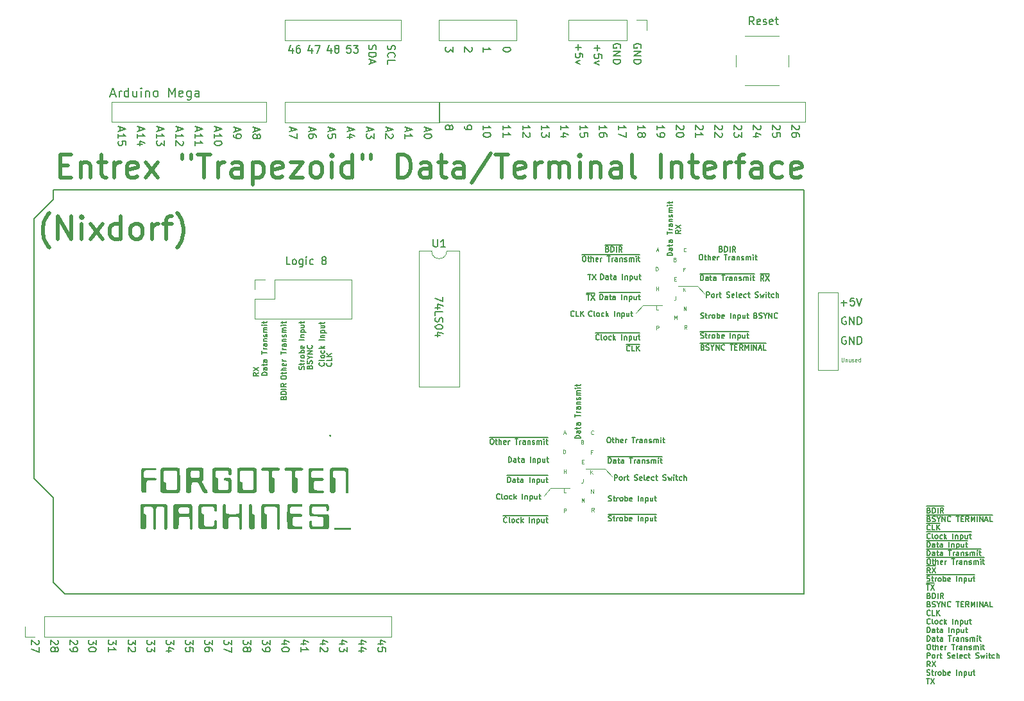
<source format=gbr>
G04 #@! TF.GenerationSoftware,KiCad,Pcbnew,7.0.9*
G04 #@! TF.CreationDate,2024-04-03T04:08:09-05:00*
G04 #@! TF.ProjectId,Arduino Controller - Entrex Trapezoid,41726475-696e-46f2-9043-6f6e74726f6c,rev?*
G04 #@! TF.SameCoordinates,Original*
G04 #@! TF.FileFunction,Legend,Top*
G04 #@! TF.FilePolarity,Positive*
%FSLAX46Y46*%
G04 Gerber Fmt 4.6, Leading zero omitted, Abs format (unit mm)*
G04 Created by KiCad (PCBNEW 7.0.9) date 2024-04-03 04:08:09*
%MOMM*%
%LPD*%
G01*
G04 APERTURE LIST*
%ADD10C,0.000000*%
%ADD11C,0.120000*%
%ADD12C,0.150000*%
%ADD13C,0.100000*%
%ADD14C,0.500000*%
G04 APERTURE END LIST*
D10*
G36*
X76057284Y-106973305D02*
G01*
X76062366Y-106973496D01*
X76066977Y-106973829D01*
X76071234Y-106974319D01*
X76075254Y-106974983D01*
X76079156Y-106975838D01*
X76083055Y-106976900D01*
X76087071Y-106978185D01*
X76091319Y-106979710D01*
X76095918Y-106981490D01*
X76106638Y-106985885D01*
X76113156Y-106988710D01*
X76119434Y-106991662D01*
X76125473Y-106994746D01*
X76131279Y-106997971D01*
X76136855Y-107001343D01*
X76142206Y-107004868D01*
X76147335Y-107008553D01*
X76152246Y-107012406D01*
X76156943Y-107016434D01*
X76161431Y-107020642D01*
X76165713Y-107025038D01*
X76169793Y-107029629D01*
X76173675Y-107034421D01*
X76177363Y-107039422D01*
X76180862Y-107044639D01*
X76184174Y-107050077D01*
X76187305Y-107055745D01*
X76190257Y-107061648D01*
X76193036Y-107067794D01*
X76195644Y-107074190D01*
X76198087Y-107080842D01*
X76200367Y-107087757D01*
X76202490Y-107094943D01*
X76204458Y-107102405D01*
X76206276Y-107110152D01*
X76207948Y-107118189D01*
X76210869Y-107135162D01*
X76213253Y-107153380D01*
X76215132Y-107172898D01*
X76218447Y-108708838D01*
X76211667Y-110207498D01*
X76208441Y-110221336D01*
X76204692Y-110234531D01*
X76200422Y-110247081D01*
X76195634Y-110258980D01*
X76190330Y-110270226D01*
X76184515Y-110280814D01*
X76178191Y-110290742D01*
X76171360Y-110300005D01*
X76164026Y-110308600D01*
X76156191Y-110316523D01*
X76147859Y-110323771D01*
X76139032Y-110330339D01*
X76129713Y-110336225D01*
X76119905Y-110341424D01*
X76109611Y-110345934D01*
X76098834Y-110349749D01*
X76093188Y-110351351D01*
X76086994Y-110352791D01*
X76080335Y-110354064D01*
X76073291Y-110355168D01*
X76065944Y-110356100D01*
X76058373Y-110356856D01*
X76050661Y-110357434D01*
X76042887Y-110357829D01*
X76035134Y-110358040D01*
X76027481Y-110358063D01*
X76020010Y-110357894D01*
X76012802Y-110357530D01*
X76005937Y-110356969D01*
X75999498Y-110356208D01*
X75993563Y-110355242D01*
X75988216Y-110354069D01*
X75988207Y-110354057D01*
X75985873Y-110353422D01*
X75983328Y-110352654D01*
X75977705Y-110350759D01*
X75971538Y-110348455D01*
X75965026Y-110345826D01*
X75958369Y-110342955D01*
X75951766Y-110339925D01*
X75945418Y-110336819D01*
X75939523Y-110333722D01*
X75933306Y-110330097D01*
X75927318Y-110326155D01*
X75921557Y-110321891D01*
X75916020Y-110317302D01*
X75910705Y-110312385D01*
X75905610Y-110307137D01*
X75900731Y-110301553D01*
X75896066Y-110295630D01*
X75891612Y-110289365D01*
X75887367Y-110282755D01*
X75883329Y-110275796D01*
X75879494Y-110268484D01*
X75875860Y-110260816D01*
X75872425Y-110252789D01*
X75869185Y-110244399D01*
X75866139Y-110235642D01*
X75855216Y-110202542D01*
X75855258Y-109649325D01*
X75854943Y-109329706D01*
X75853281Y-109145043D01*
X75851639Y-109087956D01*
X75849292Y-109046171D01*
X75846118Y-109013544D01*
X75841995Y-108983927D01*
X75840070Y-108970729D01*
X75837953Y-108955134D01*
X75835902Y-108939091D01*
X75834174Y-108924548D01*
X75833324Y-108917847D01*
X75832285Y-108911015D01*
X75831096Y-108904244D01*
X75829799Y-108897725D01*
X75828432Y-108891647D01*
X75827037Y-108886204D01*
X75825654Y-108881584D01*
X75824979Y-108879643D01*
X75824323Y-108877980D01*
X75816848Y-108860571D01*
X75810537Y-108846280D01*
X75805101Y-108834554D01*
X75800253Y-108824845D01*
X75795705Y-108816600D01*
X75791167Y-108809270D01*
X75786352Y-108802303D01*
X75780972Y-108795149D01*
X75772758Y-108784998D01*
X75764417Y-108775635D01*
X75755853Y-108767015D01*
X75751457Y-108762969D01*
X75746969Y-108759093D01*
X75742377Y-108755380D01*
X75737670Y-108751825D01*
X75732834Y-108748422D01*
X75727858Y-108745166D01*
X75722730Y-108742051D01*
X75717437Y-108739072D01*
X75711969Y-108736222D01*
X75706312Y-108733497D01*
X75700455Y-108730891D01*
X75694385Y-108728398D01*
X75681561Y-108723730D01*
X75667743Y-108719447D01*
X75652835Y-108715507D01*
X75636740Y-108711863D01*
X75619362Y-108708471D01*
X75600605Y-108705288D01*
X75580373Y-108702267D01*
X75528508Y-108699345D01*
X75430464Y-108697253D01*
X75156429Y-108695566D01*
X74879444Y-108697217D01*
X74777712Y-108699297D01*
X74720685Y-108702216D01*
X74681169Y-108707231D01*
X74663613Y-108709957D01*
X74647387Y-108712880D01*
X74632390Y-108716037D01*
X74618519Y-108719468D01*
X74605670Y-108723210D01*
X74593742Y-108727302D01*
X74582631Y-108731781D01*
X74572236Y-108736686D01*
X74562452Y-108742056D01*
X74553178Y-108747928D01*
X74544312Y-108754340D01*
X74535749Y-108761331D01*
X74527389Y-108768938D01*
X74519127Y-108777201D01*
X74513164Y-108783530D01*
X74507731Y-108789553D01*
X74502780Y-108795374D01*
X74498258Y-108801093D01*
X74494117Y-108806814D01*
X74490306Y-108812640D01*
X74486775Y-108818670D01*
X74483474Y-108825010D01*
X74480353Y-108831759D01*
X74477361Y-108839021D01*
X74474448Y-108846898D01*
X74471565Y-108855492D01*
X74468661Y-108864906D01*
X74465685Y-108875241D01*
X74462588Y-108886599D01*
X74459320Y-108899084D01*
X74444545Y-108956425D01*
X74442865Y-109445374D01*
X74440405Y-109810170D01*
X74438663Y-109933679D01*
X74436824Y-109995709D01*
X74434992Y-110018667D01*
X74432842Y-110040237D01*
X74430348Y-110060494D01*
X74427486Y-110079512D01*
X74424230Y-110097365D01*
X74420556Y-110114128D01*
X74416438Y-110129875D01*
X74411852Y-110144682D01*
X74406772Y-110158622D01*
X74401173Y-110171769D01*
X74395030Y-110184199D01*
X74388319Y-110195986D01*
X74381013Y-110207205D01*
X74373089Y-110217929D01*
X74364520Y-110228233D01*
X74355283Y-110238193D01*
X74344000Y-110249121D01*
X74332338Y-110259134D01*
X74320196Y-110268262D01*
X74313914Y-110272502D01*
X74307475Y-110276532D01*
X74300865Y-110280355D01*
X74294072Y-110283975D01*
X74287084Y-110287395D01*
X74279888Y-110290619D01*
X74264823Y-110296493D01*
X74248776Y-110301625D01*
X74231646Y-110306046D01*
X74213333Y-110309783D01*
X74193737Y-110312866D01*
X74172757Y-110315323D01*
X74150292Y-110317184D01*
X74126243Y-110318478D01*
X74100508Y-110319233D01*
X74072988Y-110319478D01*
X74040001Y-110319048D01*
X74009007Y-110317739D01*
X73979934Y-110315523D01*
X73952707Y-110312370D01*
X73927252Y-110308252D01*
X73903497Y-110303141D01*
X73881367Y-110297008D01*
X73860790Y-110289824D01*
X73841691Y-110281561D01*
X73823998Y-110272190D01*
X73807636Y-110261682D01*
X73792532Y-110250009D01*
X73778613Y-110237142D01*
X73765805Y-110223052D01*
X73754034Y-110207712D01*
X73743227Y-110191091D01*
X73738609Y-110183160D01*
X73734337Y-110175323D01*
X73730387Y-110167503D01*
X73726737Y-110159621D01*
X73723366Y-110151599D01*
X73720252Y-110143360D01*
X73717373Y-110134824D01*
X73714706Y-110125915D01*
X73712231Y-110116553D01*
X73709923Y-110106660D01*
X73707763Y-110096159D01*
X73705727Y-110084971D01*
X73703794Y-110073019D01*
X73701942Y-110060223D01*
X73700149Y-110046506D01*
X73698392Y-110031790D01*
X73691080Y-108616525D01*
X73695772Y-107199591D01*
X73698607Y-107175667D01*
X73701624Y-107154502D01*
X73704920Y-107135687D01*
X73708597Y-107118814D01*
X73710608Y-107110978D01*
X73712752Y-107103474D01*
X73715040Y-107096251D01*
X73717485Y-107089259D01*
X73720099Y-107082446D01*
X73722895Y-107075762D01*
X73729082Y-107062573D01*
X73732480Y-107056072D01*
X73736006Y-107049864D01*
X73739673Y-107043937D01*
X73743493Y-107038279D01*
X73747478Y-107032878D01*
X73751642Y-107027723D01*
X73755995Y-107022799D01*
X73760551Y-107018096D01*
X73765321Y-107013602D01*
X73770319Y-107009304D01*
X73775556Y-107005189D01*
X73781045Y-107001247D01*
X73786798Y-106997464D01*
X73792827Y-106993828D01*
X73799146Y-106990328D01*
X73805765Y-106986951D01*
X73809622Y-106985094D01*
X73813241Y-106983438D01*
X73816699Y-106981968D01*
X73820072Y-106980672D01*
X73823438Y-106979536D01*
X73826873Y-106978547D01*
X73830456Y-106977692D01*
X73834261Y-106976958D01*
X73838368Y-106976332D01*
X73842853Y-106975799D01*
X73847792Y-106975347D01*
X73853262Y-106974963D01*
X73859342Y-106974633D01*
X73866107Y-106974345D01*
X73882002Y-106973838D01*
X73896477Y-106973520D01*
X73908718Y-106973448D01*
X73919060Y-106973650D01*
X73927836Y-106974152D01*
X73931742Y-106974524D01*
X73935381Y-106974981D01*
X73938797Y-106975525D01*
X73942029Y-106976162D01*
X73945121Y-106976893D01*
X73948114Y-106977722D01*
X73953969Y-106979689D01*
X73964456Y-106983887D01*
X73974301Y-106988426D01*
X73983532Y-106993336D01*
X73992174Y-106998651D01*
X74000256Y-107004401D01*
X74004095Y-107007449D01*
X74007804Y-107010619D01*
X74011386Y-107013914D01*
X74014844Y-107017337D01*
X74018183Y-107020894D01*
X74021405Y-107024587D01*
X74024513Y-107028422D01*
X74027512Y-107032401D01*
X74033192Y-107040811D01*
X74038473Y-107049849D01*
X74043382Y-107059547D01*
X74047945Y-107069937D01*
X74052189Y-107081050D01*
X74056141Y-107092920D01*
X74059828Y-107105577D01*
X74062345Y-107116094D01*
X74064626Y-107128435D01*
X74066676Y-107142778D01*
X74068501Y-107159304D01*
X74070106Y-107178192D01*
X74071497Y-107199622D01*
X74073657Y-107250829D01*
X74075028Y-107314361D01*
X74075652Y-107391656D01*
X74075575Y-107484154D01*
X74074839Y-107593291D01*
X74074179Y-107774302D01*
X74075687Y-107919715D01*
X74079305Y-108026799D01*
X74081889Y-108065115D01*
X74084979Y-108092824D01*
X74086676Y-108102845D01*
X74088877Y-108113705D01*
X74091526Y-108125203D01*
X74094572Y-108137141D01*
X74097960Y-108149319D01*
X74101639Y-108161538D01*
X74105553Y-108173600D01*
X74109651Y-108185304D01*
X74111224Y-108189340D01*
X74113000Y-108193375D01*
X74114975Y-108197404D01*
X74117145Y-108201424D01*
X74122048Y-108209418D01*
X74127673Y-108217327D01*
X74133982Y-108225120D01*
X74140940Y-108232764D01*
X74148507Y-108240229D01*
X74156649Y-108247483D01*
X74165327Y-108254494D01*
X74174505Y-108261232D01*
X74184145Y-108267665D01*
X74194212Y-108273762D01*
X74204667Y-108279491D01*
X74215474Y-108284820D01*
X74226595Y-108289719D01*
X74237995Y-108294157D01*
X74249226Y-108298124D01*
X74260406Y-108301608D01*
X74266291Y-108303178D01*
X74272538Y-108304639D01*
X74279274Y-108305995D01*
X74286623Y-108307250D01*
X74294711Y-108308407D01*
X74303663Y-108309471D01*
X74313603Y-108310445D01*
X74324658Y-108311334D01*
X74336953Y-108312141D01*
X74350612Y-108312871D01*
X74382525Y-108314113D01*
X74421399Y-108315091D01*
X74468237Y-108315836D01*
X74524038Y-108316381D01*
X74589806Y-108316756D01*
X74755248Y-108317124D01*
X74972574Y-108317191D01*
X75365542Y-108316789D01*
X75487135Y-108315718D01*
X75570962Y-108313563D01*
X75626143Y-108309945D01*
X75661799Y-108304485D01*
X75687050Y-108296804D01*
X75711017Y-108286523D01*
X75718074Y-108283093D01*
X75725294Y-108279017D01*
X75732620Y-108274357D01*
X75739989Y-108269171D01*
X75747343Y-108263520D01*
X75754622Y-108257462D01*
X75761765Y-108251058D01*
X75768714Y-108244368D01*
X75775407Y-108237451D01*
X75781785Y-108230367D01*
X75787788Y-108223176D01*
X75793357Y-108215938D01*
X75798431Y-108208712D01*
X75802950Y-108201557D01*
X75806855Y-108194535D01*
X75810086Y-108187704D01*
X75815844Y-108174064D01*
X75820481Y-108162564D01*
X75824160Y-108152653D01*
X75825692Y-108148122D01*
X75827047Y-108143780D01*
X75828244Y-108139561D01*
X75829304Y-108135394D01*
X75830248Y-108131211D01*
X75831097Y-108126943D01*
X75832590Y-108117876D01*
X75833946Y-108107641D01*
X75835785Y-108093142D01*
X75837921Y-108077134D01*
X75840090Y-108061564D01*
X75842027Y-108048374D01*
X75846050Y-108019570D01*
X75847718Y-108004890D01*
X75849175Y-107989308D01*
X75850436Y-107972286D01*
X75851514Y-107953285D01*
X75852424Y-107931768D01*
X75853180Y-107907198D01*
X75854283Y-107846743D01*
X75854936Y-107767617D01*
X75855250Y-107665518D01*
X75855338Y-107536141D01*
X75855545Y-107312830D01*
X75856533Y-107189335D01*
X75857520Y-107154338D01*
X75858945Y-107131477D01*
X75860885Y-107116481D01*
X75863423Y-107105077D01*
X75866492Y-107094009D01*
X75869809Y-107083495D01*
X75873387Y-107073518D01*
X75877237Y-107064063D01*
X75881372Y-107055111D01*
X75885803Y-107046647D01*
X75890541Y-107038654D01*
X75895600Y-107031116D01*
X75900990Y-107024015D01*
X75906723Y-107017337D01*
X75912811Y-107011063D01*
X75919267Y-107005177D01*
X75926101Y-106999664D01*
X75933326Y-106994505D01*
X75940953Y-106989686D01*
X75948995Y-106985188D01*
X75951886Y-106983716D01*
X75954718Y-106982389D01*
X75957547Y-106981198D01*
X75960432Y-106980134D01*
X75963431Y-106979187D01*
X75966604Y-106978349D01*
X75970008Y-106977609D01*
X75973702Y-106976960D01*
X75977744Y-106976391D01*
X75982193Y-106975894D01*
X75987106Y-106975459D01*
X75992544Y-106975077D01*
X75998563Y-106974739D01*
X76005223Y-106974436D01*
X76020697Y-106973897D01*
X76038037Y-106973416D01*
X76051614Y-106973239D01*
X76057284Y-106973305D01*
G37*
G36*
X79931222Y-106987232D02*
G01*
X80416609Y-106989720D01*
X80941544Y-106993170D01*
X80996236Y-107006795D01*
X81015771Y-107011917D01*
X81033967Y-107017236D01*
X81050893Y-107022801D01*
X81066618Y-107028660D01*
X81081210Y-107034859D01*
X81094737Y-107041448D01*
X81107270Y-107048473D01*
X81118876Y-107055983D01*
X81129624Y-107064025D01*
X81139583Y-107072647D01*
X81148822Y-107081898D01*
X81157410Y-107091824D01*
X81165414Y-107102475D01*
X81172905Y-107113896D01*
X81179951Y-107126137D01*
X81186620Y-107139246D01*
X81190859Y-107148292D01*
X81194765Y-107157079D01*
X81198353Y-107165675D01*
X81201640Y-107174145D01*
X81204642Y-107182559D01*
X81207375Y-107190983D01*
X81209857Y-107199484D01*
X81212103Y-107208130D01*
X81214130Y-107216988D01*
X81215954Y-107226126D01*
X81217592Y-107235611D01*
X81219060Y-107245510D01*
X81220375Y-107255890D01*
X81221553Y-107266820D01*
X81223564Y-107290595D01*
X81224996Y-107419896D01*
X81225974Y-107736158D01*
X81226279Y-108772262D01*
X81225179Y-110201012D01*
X81215471Y-110228528D01*
X81210345Y-110242392D01*
X81205090Y-110255238D01*
X81199661Y-110267110D01*
X81194014Y-110278055D01*
X81188105Y-110288116D01*
X81181890Y-110297340D01*
X81175325Y-110305772D01*
X81168366Y-110313456D01*
X81160967Y-110320437D01*
X81153086Y-110326761D01*
X81144678Y-110332473D01*
X81135699Y-110337619D01*
X81126104Y-110342242D01*
X81115850Y-110346388D01*
X81104892Y-110350103D01*
X81093186Y-110353432D01*
X81087260Y-110354821D01*
X81080923Y-110356020D01*
X81074231Y-110357030D01*
X81067245Y-110357849D01*
X81060022Y-110358479D01*
X81052621Y-110358920D01*
X81045102Y-110359172D01*
X81037522Y-110359236D01*
X81029941Y-110359111D01*
X81022417Y-110358798D01*
X81015009Y-110358297D01*
X81007775Y-110357608D01*
X81000775Y-110356732D01*
X80994067Y-110355669D01*
X80987709Y-110354419D01*
X80981761Y-110352982D01*
X80981783Y-110352971D01*
X80970365Y-110349511D01*
X80964863Y-110347532D01*
X80959500Y-110345385D01*
X80954273Y-110343071D01*
X80949183Y-110340588D01*
X80944228Y-110337935D01*
X80939408Y-110335112D01*
X80934723Y-110332119D01*
X80930171Y-110328953D01*
X80925753Y-110325615D01*
X80921466Y-110322104D01*
X80917312Y-110318418D01*
X80913289Y-110314558D01*
X80909396Y-110310523D01*
X80905632Y-110306311D01*
X80901998Y-110301922D01*
X80898493Y-110297355D01*
X80895115Y-110292609D01*
X80891864Y-110287685D01*
X80885741Y-110277294D01*
X80880119Y-110266176D01*
X80874993Y-110254326D01*
X80870357Y-110241737D01*
X80866205Y-110228403D01*
X80862534Y-110214318D01*
X80861141Y-110194159D01*
X80859927Y-110143137D01*
X80857929Y-109929784D01*
X80856316Y-109536812D01*
X80854866Y-108926775D01*
X80851779Y-107914658D01*
X80849733Y-107703677D01*
X80846999Y-107631375D01*
X80842568Y-107607828D01*
X80838206Y-107586515D01*
X80833885Y-107567331D01*
X80829578Y-107550174D01*
X80825258Y-107534941D01*
X80820897Y-107521528D01*
X80816467Y-107509832D01*
X80811942Y-107499750D01*
X80808569Y-107493226D01*
X80804959Y-107486879D01*
X80801112Y-107480709D01*
X80797029Y-107474715D01*
X80792708Y-107468897D01*
X80788151Y-107463256D01*
X80783356Y-107457790D01*
X80778323Y-107452501D01*
X80773053Y-107447388D01*
X80767545Y-107442450D01*
X80761800Y-107437688D01*
X80755816Y-107433103D01*
X80749595Y-107428692D01*
X80743135Y-107424458D01*
X80736436Y-107420399D01*
X80729500Y-107416515D01*
X80722324Y-107412807D01*
X80714910Y-107409274D01*
X80707257Y-107405917D01*
X80699365Y-107402735D01*
X80691234Y-107399727D01*
X80682863Y-107396895D01*
X80674253Y-107394238D01*
X80665403Y-107391756D01*
X80656314Y-107389449D01*
X80646985Y-107387316D01*
X80627607Y-107383575D01*
X80607268Y-107380532D01*
X80585967Y-107378186D01*
X80385561Y-107374634D01*
X80003040Y-107373076D01*
X79619882Y-107373729D01*
X79417566Y-107376806D01*
X79404996Y-107378031D01*
X79392445Y-107379563D01*
X79379968Y-107381387D01*
X79367619Y-107383488D01*
X79355454Y-107385850D01*
X79343528Y-107388458D01*
X79331893Y-107391295D01*
X79320606Y-107394347D01*
X79309721Y-107397598D01*
X79299293Y-107401032D01*
X79289376Y-107404635D01*
X79280025Y-107408389D01*
X79271294Y-107412280D01*
X79263239Y-107416293D01*
X79255914Y-107420411D01*
X79249373Y-107424619D01*
X79244835Y-107427917D01*
X79240232Y-107431556D01*
X79235590Y-107435505D01*
X79230939Y-107439730D01*
X79226306Y-107444200D01*
X79221719Y-107448882D01*
X79217206Y-107453742D01*
X79212795Y-107458749D01*
X79208514Y-107463870D01*
X79204391Y-107469072D01*
X79200454Y-107474322D01*
X79196731Y-107479589D01*
X79193250Y-107484839D01*
X79190038Y-107490041D01*
X79187125Y-107495160D01*
X79184537Y-107500165D01*
X79182088Y-107505552D01*
X79179404Y-107512131D01*
X79176574Y-107519648D01*
X79173683Y-107527847D01*
X79170819Y-107536473D01*
X79168069Y-107545271D01*
X79165522Y-107553986D01*
X79163263Y-107562362D01*
X79161497Y-107569315D01*
X79159949Y-107575779D01*
X79158606Y-107582129D01*
X79157451Y-107588739D01*
X79156472Y-107595986D01*
X79155652Y-107604244D01*
X79154979Y-107613887D01*
X79154436Y-107625292D01*
X79154010Y-107638833D01*
X79153686Y-107654885D01*
X79153449Y-107673823D01*
X79153285Y-107696022D01*
X79153118Y-107751705D01*
X79153067Y-107824933D01*
X79153219Y-107949758D01*
X79153593Y-107991026D01*
X79154280Y-108021652D01*
X79155366Y-108044224D01*
X79156936Y-108061333D01*
X79159075Y-108075567D01*
X79161870Y-108089516D01*
X79165794Y-108107083D01*
X79169752Y-108123282D01*
X79173798Y-108138208D01*
X79177987Y-108151954D01*
X79182371Y-108164617D01*
X79187007Y-108176291D01*
X79191947Y-108187071D01*
X79197246Y-108197052D01*
X79202959Y-108206328D01*
X79209139Y-108214994D01*
X79215841Y-108223146D01*
X79223119Y-108230877D01*
X79231028Y-108238284D01*
X79239621Y-108245460D01*
X79248953Y-108252501D01*
X79259078Y-108259501D01*
X79265719Y-108263860D01*
X79272321Y-108268084D01*
X79278712Y-108272069D01*
X79284717Y-108275712D01*
X79290163Y-108278908D01*
X79294877Y-108281554D01*
X79298684Y-108283547D01*
X79301410Y-108284782D01*
X79304235Y-108285937D01*
X79308321Y-108287700D01*
X79319506Y-108292702D01*
X79333419Y-108299085D01*
X79348515Y-108306148D01*
X79363024Y-108312896D01*
X79375335Y-108318421D01*
X79384149Y-108322155D01*
X79386838Y-108323172D01*
X79388164Y-108323527D01*
X79388348Y-108323551D01*
X79388602Y-108323624D01*
X79389316Y-108323910D01*
X79390289Y-108324375D01*
X79391506Y-108325009D01*
X79394605Y-108326746D01*
X79398488Y-108329045D01*
X79403025Y-108331828D01*
X79408089Y-108335019D01*
X79413552Y-108338539D01*
X79419287Y-108342313D01*
X79427412Y-108347968D01*
X79435018Y-108353803D01*
X79442132Y-108359862D01*
X79448780Y-108366190D01*
X79451938Y-108369468D01*
X79454990Y-108372830D01*
X79457938Y-108376282D01*
X79460788Y-108379828D01*
X79463540Y-108383475D01*
X79466200Y-108387228D01*
X79468771Y-108391092D01*
X79471255Y-108395073D01*
X79475978Y-108403409D01*
X79480397Y-108412281D01*
X79484538Y-108421731D01*
X79488429Y-108431806D01*
X79492095Y-108442548D01*
X79495564Y-108454003D01*
X79498863Y-108466216D01*
X79502019Y-108479230D01*
X79512816Y-108526114D01*
X79512715Y-109261962D01*
X79511538Y-109878176D01*
X79509540Y-109990676D01*
X79506084Y-110033793D01*
X79500408Y-110066046D01*
X79497866Y-110081180D01*
X79495964Y-110093060D01*
X79493561Y-110106444D01*
X79490477Y-110119771D01*
X79486745Y-110132986D01*
X79482397Y-110146030D01*
X79477466Y-110158847D01*
X79471987Y-110171380D01*
X79465991Y-110183571D01*
X79459513Y-110195364D01*
X79452584Y-110206702D01*
X79445239Y-110217527D01*
X79437509Y-110227783D01*
X79429429Y-110237412D01*
X79421031Y-110246357D01*
X79412348Y-110254562D01*
X79403414Y-110261969D01*
X79394261Y-110268522D01*
X79387727Y-110272722D01*
X79381205Y-110276682D01*
X79374673Y-110280411D01*
X79368105Y-110283918D01*
X79361478Y-110287213D01*
X79354768Y-110290303D01*
X79347952Y-110293199D01*
X79341005Y-110295908D01*
X79333903Y-110298440D01*
X79326622Y-110300804D01*
X79319139Y-110303009D01*
X79311429Y-110305064D01*
X79303468Y-110306977D01*
X79295233Y-110308757D01*
X79286700Y-110310414D01*
X79277844Y-110311957D01*
X79254325Y-110314851D01*
X79223498Y-110317241D01*
X79188105Y-110319065D01*
X79150890Y-110320258D01*
X79114595Y-110320758D01*
X79081963Y-110320501D01*
X79055738Y-110319424D01*
X79045885Y-110318559D01*
X79038661Y-110317465D01*
X79033336Y-110316419D01*
X79027115Y-110315307D01*
X79012890Y-110313025D01*
X78997792Y-110310892D01*
X78990480Y-110309967D01*
X78983627Y-110309181D01*
X78973746Y-110307873D01*
X78963802Y-110306085D01*
X78953845Y-110303839D01*
X78943922Y-110301157D01*
X78934081Y-110298062D01*
X78924371Y-110294579D01*
X78914840Y-110290728D01*
X78905536Y-110286533D01*
X78896507Y-110282018D01*
X78887802Y-110277204D01*
X78879467Y-110272115D01*
X78871553Y-110266774D01*
X78864105Y-110261203D01*
X78857174Y-110255426D01*
X78850807Y-110249465D01*
X78845052Y-110243343D01*
X78841277Y-110238737D01*
X78837375Y-110233408D01*
X78833384Y-110227434D01*
X78829341Y-110220899D01*
X78825285Y-110213883D01*
X78821255Y-110206467D01*
X78817288Y-110198733D01*
X78813424Y-110190762D01*
X78809700Y-110182636D01*
X78806154Y-110174435D01*
X78802826Y-110166241D01*
X78799753Y-110158136D01*
X78796974Y-110150199D01*
X78794526Y-110142514D01*
X78792449Y-110135161D01*
X78790781Y-110128221D01*
X78789356Y-110121229D01*
X78787696Y-110112378D01*
X78783907Y-110090539D01*
X78779894Y-110065586D01*
X78776137Y-110040401D01*
X78774683Y-110029597D01*
X78773408Y-110017616D01*
X78772298Y-110002548D01*
X78771343Y-109982487D01*
X78770532Y-109955524D01*
X78769851Y-109919752D01*
X78769291Y-109873262D01*
X78768839Y-109814147D01*
X78768213Y-109650410D01*
X78767881Y-109413277D01*
X78767726Y-108657777D01*
X78768829Y-107502289D01*
X78771320Y-107335067D01*
X78776094Y-107279569D01*
X78781472Y-107246785D01*
X78786998Y-107218210D01*
X78789896Y-107205259D01*
X78792926Y-107193071D01*
X78796119Y-107181549D01*
X78799507Y-107170596D01*
X78803121Y-107160117D01*
X78806993Y-107150013D01*
X78811154Y-107140190D01*
X78815637Y-107130550D01*
X78820472Y-107120997D01*
X78825691Y-107111435D01*
X78831325Y-107101766D01*
X78837407Y-107091894D01*
X78839446Y-107088815D01*
X78841665Y-107085746D01*
X78846631Y-107079650D01*
X78852279Y-107073622D01*
X78858581Y-107067679D01*
X78865509Y-107061837D01*
X78873037Y-107056113D01*
X78881136Y-107050524D01*
X78889780Y-107045085D01*
X78898942Y-107039813D01*
X78908593Y-107034725D01*
X78918706Y-107029837D01*
X78929255Y-107025166D01*
X78940211Y-107020727D01*
X78951548Y-107016538D01*
X78963238Y-107012615D01*
X78975253Y-107008974D01*
X78987927Y-107005508D01*
X78993968Y-107004028D01*
X79000007Y-107002695D01*
X79006190Y-107001492D01*
X79012662Y-107000403D01*
X79019570Y-106999412D01*
X79027060Y-106998503D01*
X79035277Y-106997660D01*
X79044369Y-106996865D01*
X79065757Y-106995358D01*
X79092392Y-106993851D01*
X79125443Y-106992215D01*
X79189823Y-106990092D01*
X79282666Y-106988485D01*
X79552250Y-106986822D01*
X79931222Y-106987232D01*
G37*
G36*
X74545000Y-102212789D02*
G01*
X74583100Y-102222431D01*
X74605729Y-102228438D01*
X74626641Y-102234598D01*
X74645930Y-102240981D01*
X74663690Y-102247657D01*
X74680015Y-102254693D01*
X74694999Y-102262160D01*
X74708737Y-102270126D01*
X74721322Y-102278661D01*
X74732848Y-102287833D01*
X74743410Y-102297712D01*
X74753101Y-102308367D01*
X74762016Y-102319867D01*
X74770248Y-102332280D01*
X74777893Y-102345677D01*
X74785043Y-102360125D01*
X74791792Y-102375695D01*
X74793941Y-102381096D01*
X74795958Y-102386452D01*
X74797864Y-102391856D01*
X74799680Y-102397395D01*
X74801426Y-102403163D01*
X74803123Y-102409247D01*
X74804792Y-102415739D01*
X74806452Y-102422729D01*
X74808126Y-102430308D01*
X74809833Y-102438565D01*
X74813432Y-102457476D01*
X74817412Y-102480186D01*
X74821941Y-102507417D01*
X74822961Y-102517564D01*
X74823867Y-102534591D01*
X74824650Y-102558149D01*
X74825305Y-102587890D01*
X74826205Y-102664526D01*
X74826517Y-102761715D01*
X74826298Y-102886559D01*
X74825232Y-102959574D01*
X74824189Y-102982724D01*
X74822703Y-103000212D01*
X74820699Y-103014469D01*
X74818099Y-103027927D01*
X74814497Y-103043986D01*
X74810678Y-103058975D01*
X74806609Y-103072943D01*
X74802259Y-103085938D01*
X74797595Y-103098009D01*
X74792586Y-103109206D01*
X74787199Y-103119577D01*
X74781403Y-103129173D01*
X74775165Y-103138041D01*
X74768453Y-103146231D01*
X74761236Y-103153792D01*
X74753482Y-103160773D01*
X74745158Y-103167223D01*
X74736232Y-103173192D01*
X74726674Y-103178728D01*
X74716449Y-103183880D01*
X74712609Y-103185658D01*
X74709029Y-103187234D01*
X74705623Y-103188621D01*
X74702304Y-103189830D01*
X74698988Y-103190873D01*
X74695588Y-103191762D01*
X74692019Y-103192510D01*
X74688195Y-103193128D01*
X74684030Y-103193629D01*
X74679438Y-103194023D01*
X74674335Y-103194324D01*
X74668633Y-103194544D01*
X74662248Y-103194694D01*
X74655094Y-103194786D01*
X74638133Y-103194845D01*
X74619948Y-103194812D01*
X74605870Y-103194593D01*
X74600055Y-103194357D01*
X74594887Y-103194005D01*
X74590238Y-103193516D01*
X74585984Y-103192866D01*
X74581997Y-103192033D01*
X74578151Y-103190994D01*
X74574318Y-103189726D01*
X74570374Y-103188207D01*
X74566190Y-103186413D01*
X74561640Y-103184322D01*
X74550937Y-103179157D01*
X74545034Y-103176215D01*
X74539610Y-103173365D01*
X74534617Y-103170559D01*
X74530006Y-103167750D01*
X74525729Y-103164891D01*
X74521736Y-103161934D01*
X74517980Y-103158832D01*
X74514412Y-103155537D01*
X74510982Y-103152001D01*
X74507643Y-103148177D01*
X74504345Y-103144018D01*
X74501040Y-103139476D01*
X74497679Y-103134503D01*
X74494214Y-103129053D01*
X74490596Y-103123077D01*
X74486775Y-103116528D01*
X74483492Y-103110268D01*
X74480306Y-103103112D01*
X74477228Y-103095116D01*
X74474271Y-103086337D01*
X74471445Y-103076834D01*
X74468761Y-103066663D01*
X74466231Y-103055882D01*
X74463867Y-103044547D01*
X74461678Y-103032717D01*
X74459677Y-103020449D01*
X74457875Y-103007800D01*
X74456283Y-102994827D01*
X74454913Y-102981588D01*
X74453775Y-102968139D01*
X74452881Y-102954539D01*
X74452242Y-102940845D01*
X74450763Y-102909733D01*
X74448695Y-102880388D01*
X74446040Y-102852828D01*
X74442800Y-102827069D01*
X74438978Y-102803131D01*
X74434576Y-102781030D01*
X74429598Y-102760784D01*
X74424045Y-102742411D01*
X74419622Y-102730031D01*
X74414893Y-102718435D01*
X74409815Y-102707582D01*
X74404347Y-102697432D01*
X74398447Y-102687945D01*
X74392074Y-102679080D01*
X74385186Y-102670797D01*
X74377740Y-102663055D01*
X74369696Y-102655815D01*
X74361012Y-102649036D01*
X74351645Y-102642677D01*
X74341554Y-102636699D01*
X74330697Y-102631060D01*
X74319033Y-102625720D01*
X74306520Y-102620639D01*
X74293115Y-102615777D01*
X74285343Y-102613195D01*
X74277656Y-102610857D01*
X74269832Y-102608740D01*
X74261647Y-102606822D01*
X74252878Y-102605078D01*
X74243301Y-102603485D01*
X74232692Y-102602019D01*
X74220829Y-102600658D01*
X74207488Y-102599378D01*
X74192444Y-102598154D01*
X74175476Y-102596965D01*
X74156358Y-102595787D01*
X74110784Y-102593367D01*
X74053932Y-102590708D01*
X73828272Y-102586592D01*
X73483126Y-102585106D01*
X73155625Y-102586308D01*
X72982900Y-102590258D01*
X72953161Y-102593587D01*
X72928628Y-102596684D01*
X72908346Y-102599756D01*
X72891357Y-102603013D01*
X72883799Y-102604777D01*
X72876705Y-102606665D01*
X72869957Y-102608704D01*
X72863433Y-102610919D01*
X72850584Y-102615985D01*
X72837202Y-102622072D01*
X72825896Y-102627841D01*
X72815114Y-102634105D01*
X72804860Y-102640859D01*
X72795137Y-102648100D01*
X72785948Y-102655823D01*
X72777296Y-102664025D01*
X72769183Y-102672702D01*
X72761613Y-102681850D01*
X72754590Y-102691464D01*
X72748115Y-102701542D01*
X72742192Y-102712079D01*
X72736825Y-102723071D01*
X72732016Y-102734514D01*
X72727767Y-102746405D01*
X72724083Y-102758740D01*
X72720967Y-102771514D01*
X72714055Y-102802893D01*
X72707804Y-102830780D01*
X72705198Y-102845787D01*
X72702832Y-102866367D01*
X72698865Y-102921167D01*
X72695988Y-102989034D01*
X72694291Y-103063817D01*
X72693860Y-103139369D01*
X72694781Y-103209540D01*
X72697142Y-103268183D01*
X72698890Y-103291259D01*
X72701030Y-103309147D01*
X72703081Y-103320920D01*
X72705513Y-103332347D01*
X72708329Y-103343428D01*
X72711529Y-103354164D01*
X72715112Y-103364556D01*
X72719080Y-103374605D01*
X72723432Y-103384313D01*
X72728171Y-103393679D01*
X72733295Y-103402706D01*
X72738807Y-103411393D01*
X72744705Y-103419743D01*
X72750991Y-103427755D01*
X72757665Y-103435432D01*
X72764728Y-103442773D01*
X72772180Y-103449780D01*
X72780022Y-103456454D01*
X72783008Y-103458750D01*
X72786700Y-103461381D01*
X72795999Y-103467531D01*
X72807515Y-103474668D01*
X72820845Y-103482559D01*
X72835585Y-103490969D01*
X72851331Y-103499664D01*
X72867682Y-103508410D01*
X72884232Y-103516973D01*
X72902921Y-103526605D01*
X72919935Y-103535655D01*
X72935240Y-103544104D01*
X72948806Y-103551933D01*
X72960600Y-103559123D01*
X72970591Y-103565655D01*
X72978748Y-103571510D01*
X72985037Y-103576670D01*
X72989433Y-103580822D01*
X72993736Y-103585290D01*
X72997947Y-103590075D01*
X73002068Y-103595180D01*
X73006098Y-103600604D01*
X73010038Y-103606349D01*
X73013889Y-103612415D01*
X73017651Y-103618805D01*
X73021325Y-103625519D01*
X73024912Y-103632558D01*
X73028412Y-103639923D01*
X73031826Y-103647615D01*
X73035154Y-103655636D01*
X73038398Y-103663987D01*
X73041557Y-103672668D01*
X73044632Y-103681680D01*
X73054427Y-103711314D01*
X73057187Y-104303980D01*
X73059947Y-104896647D01*
X73073566Y-104953797D01*
X73080053Y-104979816D01*
X73083153Y-104991157D01*
X73086226Y-105001523D01*
X73089324Y-105011021D01*
X73092498Y-105019752D01*
X73095799Y-105027823D01*
X73099278Y-105035337D01*
X73102988Y-105042398D01*
X73106980Y-105049110D01*
X73111304Y-105055578D01*
X73116013Y-105061907D01*
X73121157Y-105068199D01*
X73126789Y-105074560D01*
X73132959Y-105081093D01*
X73139719Y-105087903D01*
X73149664Y-105097619D01*
X73153937Y-105101655D01*
X73157869Y-105105217D01*
X73161551Y-105108360D01*
X73165078Y-105111140D01*
X73168541Y-105113611D01*
X73172035Y-105115831D01*
X73175652Y-105117854D01*
X73179485Y-105119736D01*
X73183628Y-105121533D01*
X73188172Y-105123299D01*
X73193212Y-105125090D01*
X73198841Y-105126962D01*
X73212235Y-105131172D01*
X73235779Y-105138361D01*
X73246300Y-105141291D01*
X73256857Y-105143853D01*
X73268106Y-105146099D01*
X73280697Y-105148084D01*
X73295286Y-105149865D01*
X73312525Y-105151494D01*
X73333067Y-105153027D01*
X73357567Y-105154519D01*
X73386676Y-105156023D01*
X73421050Y-105157596D01*
X73508201Y-105161163D01*
X73624246Y-105165657D01*
X73710942Y-105168298D01*
X73801419Y-105169792D01*
X73892286Y-105170186D01*
X73980155Y-105169526D01*
X74061634Y-105167858D01*
X74133336Y-105165230D01*
X74191869Y-105161688D01*
X74233846Y-105157278D01*
X74250775Y-105154292D01*
X74266872Y-105150471D01*
X74282151Y-105145804D01*
X74296623Y-105140280D01*
X74310303Y-105133886D01*
X74323203Y-105126613D01*
X74335336Y-105118448D01*
X74346714Y-105109381D01*
X74357352Y-105099401D01*
X74367261Y-105088496D01*
X74376455Y-105076655D01*
X74384947Y-105063867D01*
X74392749Y-105050121D01*
X74399875Y-105035405D01*
X74406337Y-105019708D01*
X74412149Y-105003020D01*
X74413749Y-104997841D01*
X74415242Y-104992678D01*
X74416594Y-104987666D01*
X74417774Y-104982944D01*
X74418748Y-104978647D01*
X74419485Y-104974913D01*
X74419950Y-104971878D01*
X74420071Y-104970665D01*
X74420113Y-104969679D01*
X74420240Y-104967285D01*
X74420604Y-104963694D01*
X74421179Y-104959081D01*
X74421941Y-104953622D01*
X74422862Y-104947493D01*
X74423919Y-104940869D01*
X74425085Y-104933926D01*
X74426335Y-104926839D01*
X74430566Y-104902904D01*
X74433952Y-104882220D01*
X74436616Y-104863586D01*
X74438681Y-104845798D01*
X74440268Y-104827655D01*
X74441500Y-104807953D01*
X74442498Y-104785490D01*
X74443385Y-104759065D01*
X74447046Y-104574605D01*
X74447019Y-104403469D01*
X74445695Y-104329317D01*
X74443537Y-104266198D01*
X74440574Y-104216681D01*
X74436835Y-104183331D01*
X74432103Y-104156117D01*
X74427600Y-104131972D01*
X74423279Y-104110703D01*
X74419093Y-104092118D01*
X74414998Y-104076025D01*
X74410946Y-104062229D01*
X74406893Y-104050540D01*
X74402791Y-104040764D01*
X74399670Y-104034535D01*
X74396053Y-104028139D01*
X74391990Y-104021631D01*
X74387532Y-104015067D01*
X74382731Y-104008502D01*
X74377636Y-104001992D01*
X74372298Y-103995592D01*
X74366768Y-103989357D01*
X74361096Y-103983343D01*
X74355334Y-103977605D01*
X74349532Y-103972198D01*
X74343740Y-103967179D01*
X74338009Y-103962602D01*
X74332391Y-103958523D01*
X74326935Y-103954998D01*
X74321692Y-103952081D01*
X74314978Y-103948914D01*
X74307354Y-103945736D01*
X74298943Y-103942575D01*
X74289870Y-103939462D01*
X74280259Y-103936427D01*
X74270234Y-103933498D01*
X74249440Y-103928083D01*
X74228484Y-103923457D01*
X74218255Y-103921514D01*
X74208358Y-103919858D01*
X74198918Y-103918519D01*
X74190059Y-103917526D01*
X74181904Y-103916909D01*
X74174579Y-103916699D01*
X74160989Y-103916439D01*
X74145154Y-103915686D01*
X74127532Y-103914482D01*
X74108576Y-103912869D01*
X74088742Y-103910888D01*
X74068486Y-103908581D01*
X74048263Y-103905990D01*
X74028529Y-103903156D01*
X74005810Y-103899300D01*
X73984714Y-103894867D01*
X73965198Y-103889825D01*
X73947217Y-103884140D01*
X73930728Y-103877778D01*
X73915687Y-103870705D01*
X73902051Y-103862887D01*
X73889776Y-103854291D01*
X73884136Y-103849691D01*
X73878819Y-103844883D01*
X73873821Y-103839863D01*
X73869135Y-103834628D01*
X73864758Y-103829173D01*
X73860682Y-103823494D01*
X73856903Y-103817586D01*
X73853415Y-103811445D01*
X73847291Y-103798449D01*
X73842266Y-103784472D01*
X73838297Y-103769480D01*
X73835340Y-103753439D01*
X73833517Y-103737516D01*
X73832827Y-103721973D01*
X73833252Y-103706840D01*
X73834778Y-103692151D01*
X73837388Y-103677936D01*
X73841066Y-103664227D01*
X73845794Y-103651057D01*
X73851558Y-103638457D01*
X73858341Y-103626458D01*
X73866127Y-103615094D01*
X73874898Y-103604395D01*
X73884641Y-103594394D01*
X73895337Y-103585123D01*
X73906970Y-103576612D01*
X73919525Y-103568895D01*
X73932986Y-103562002D01*
X73955435Y-103551684D01*
X73965366Y-103547533D01*
X73970249Y-103545689D01*
X73975171Y-103543991D01*
X73980198Y-103542433D01*
X73985401Y-103541009D01*
X73990849Y-103539713D01*
X73996611Y-103538538D01*
X74002755Y-103537480D01*
X74009350Y-103536532D01*
X74016467Y-103535688D01*
X74024173Y-103534941D01*
X74032538Y-103534286D01*
X74041631Y-103533718D01*
X74062276Y-103532814D01*
X74086661Y-103532181D01*
X74115338Y-103531771D01*
X74148860Y-103531536D01*
X74187777Y-103531428D01*
X74284010Y-103531399D01*
X74431386Y-103531592D01*
X74513933Y-103532643D01*
X74538467Y-103533711D01*
X74555880Y-103535259D01*
X74569199Y-103537376D01*
X74581455Y-103540149D01*
X74594517Y-103543491D01*
X74607042Y-103546946D01*
X74619036Y-103550519D01*
X74630511Y-103554214D01*
X74641474Y-103558035D01*
X74651935Y-103561987D01*
X74661903Y-103566074D01*
X74671387Y-103570301D01*
X74680397Y-103574670D01*
X74688941Y-103579187D01*
X74697029Y-103583856D01*
X74704670Y-103588681D01*
X74711873Y-103593667D01*
X74718647Y-103598817D01*
X74725001Y-103604136D01*
X74730945Y-103609628D01*
X74737825Y-103616793D01*
X74744584Y-103624774D01*
X74751194Y-103633504D01*
X74757625Y-103642918D01*
X74763846Y-103652951D01*
X74769829Y-103663537D01*
X74775545Y-103674611D01*
X74780963Y-103686107D01*
X74786054Y-103697959D01*
X74790788Y-103710103D01*
X74795137Y-103722471D01*
X74799071Y-103735000D01*
X74802559Y-103747622D01*
X74805573Y-103760273D01*
X74808083Y-103772888D01*
X74810060Y-103785400D01*
X74813502Y-103815045D01*
X74814937Y-103832093D01*
X74816195Y-103851600D01*
X74818230Y-103900906D01*
X74819694Y-103968805D01*
X74820677Y-104061140D01*
X74821269Y-104183750D01*
X74821636Y-104543167D01*
X74821055Y-104965191D01*
X74819881Y-105100316D01*
X74817720Y-105196307D01*
X74814274Y-105261760D01*
X74809244Y-105305268D01*
X74802331Y-105335425D01*
X74793237Y-105360827D01*
X74786130Y-105378262D01*
X74779640Y-105393072D01*
X74776537Y-105399641D01*
X74773481Y-105405731D01*
X74770437Y-105411402D01*
X74767369Y-105416714D01*
X74764242Y-105421725D01*
X74761019Y-105426495D01*
X74757666Y-105431084D01*
X74754146Y-105435550D01*
X74750424Y-105439954D01*
X74746465Y-105444354D01*
X74742232Y-105448810D01*
X74737691Y-105453381D01*
X74729373Y-105461067D01*
X74720252Y-105468511D01*
X74710383Y-105475692D01*
X74699820Y-105482587D01*
X74688618Y-105489174D01*
X74676829Y-105495431D01*
X74664509Y-105501336D01*
X74651712Y-105506866D01*
X74638491Y-105511999D01*
X74624901Y-105516713D01*
X74610997Y-105520986D01*
X74596831Y-105524796D01*
X74582459Y-105528120D01*
X74567934Y-105530936D01*
X74553312Y-105533222D01*
X74538645Y-105534957D01*
X73596984Y-105540003D01*
X72669628Y-105537837D01*
X72669634Y-105537835D01*
X72664727Y-105537159D01*
X72658884Y-105536514D01*
X72652323Y-105535914D01*
X72645262Y-105535376D01*
X72637921Y-105534913D01*
X72630516Y-105534542D01*
X72623267Y-105534278D01*
X72616393Y-105534135D01*
X72606061Y-105533697D01*
X72594955Y-105532640D01*
X72583202Y-105531002D01*
X72570929Y-105528825D01*
X72558263Y-105526149D01*
X72545330Y-105523012D01*
X72532259Y-105519456D01*
X72519176Y-105515521D01*
X72506207Y-105511245D01*
X72493481Y-105506671D01*
X72481123Y-105501836D01*
X72469262Y-105496782D01*
X72458023Y-105491549D01*
X72447534Y-105486176D01*
X72437922Y-105480704D01*
X72429314Y-105475172D01*
X72419148Y-105467830D01*
X72409634Y-105460216D01*
X72400736Y-105452261D01*
X72396506Y-105448135D01*
X72392415Y-105443898D01*
X72388459Y-105439543D01*
X72384633Y-105435060D01*
X72380933Y-105430441D01*
X72377353Y-105425679D01*
X72373889Y-105420763D01*
X72370536Y-105415687D01*
X72367289Y-105410441D01*
X72364144Y-105405016D01*
X72361096Y-105399406D01*
X72358140Y-105393600D01*
X72352485Y-105381371D01*
X72347142Y-105368261D01*
X72342073Y-105354202D01*
X72337239Y-105339127D01*
X72332603Y-105322968D01*
X72328127Y-105305658D01*
X72323773Y-105287129D01*
X72314034Y-105243781D01*
X72314034Y-103872179D01*
X72315129Y-102685974D01*
X72317479Y-102513439D01*
X72321901Y-102464766D01*
X72325345Y-102449601D01*
X72328807Y-102435430D01*
X72332316Y-102422186D01*
X72335904Y-102409804D01*
X72339602Y-102398215D01*
X72343440Y-102387355D01*
X72347449Y-102377157D01*
X72351660Y-102367553D01*
X72356103Y-102358479D01*
X72360810Y-102349867D01*
X72365812Y-102341650D01*
X72371138Y-102333764D01*
X72376820Y-102326140D01*
X72382889Y-102318713D01*
X72389375Y-102311416D01*
X72396309Y-102304183D01*
X72403789Y-102296963D01*
X72411577Y-102290075D01*
X72419704Y-102283504D01*
X72428201Y-102277236D01*
X72437099Y-102271256D01*
X72446428Y-102265549D01*
X72456218Y-102260101D01*
X72466500Y-102254896D01*
X72477305Y-102249920D01*
X72488664Y-102245158D01*
X72500606Y-102240595D01*
X72513163Y-102236217D01*
X72526365Y-102232009D01*
X72540243Y-102227956D01*
X72554828Y-102224043D01*
X72570149Y-102220255D01*
X72576280Y-102218997D01*
X72584245Y-102217887D01*
X72595268Y-102216915D01*
X72610573Y-102216074D01*
X72631383Y-102215352D01*
X72658921Y-102214742D01*
X72694410Y-102214234D01*
X72739073Y-102213819D01*
X72860816Y-102213232D01*
X73033936Y-102212907D01*
X73573450Y-102212751D01*
X74545000Y-102212789D01*
G37*
D11*
X124160000Y-102370000D02*
X125060000Y-103370000D01*
D10*
G36*
X86935578Y-106986287D02*
G01*
X87242668Y-106988615D01*
X87398131Y-106993952D01*
X87441392Y-106998122D01*
X87473613Y-107003491D01*
X87500097Y-107009353D01*
X87524264Y-107015806D01*
X87546238Y-107022991D01*
X87556441Y-107026901D01*
X87566142Y-107031046D01*
X87575356Y-107035443D01*
X87584098Y-107040110D01*
X87592383Y-107045063D01*
X87600229Y-107050321D01*
X87607648Y-107055901D01*
X87614657Y-107061820D01*
X87621272Y-107068095D01*
X87627507Y-107074744D01*
X87633379Y-107081784D01*
X87638901Y-107089233D01*
X87644090Y-107097108D01*
X87648962Y-107105426D01*
X87653530Y-107114204D01*
X87657812Y-107123461D01*
X87661821Y-107133213D01*
X87665574Y-107143478D01*
X87672372Y-107165615D01*
X87678328Y-107190012D01*
X87683565Y-107216807D01*
X87688207Y-107246140D01*
X87689552Y-107258534D01*
X87690693Y-107275682D01*
X87691638Y-107297973D01*
X87692394Y-107325795D01*
X87692970Y-107359534D01*
X87693374Y-107399580D01*
X87693701Y-107500140D01*
X87693471Y-107614997D01*
X87692421Y-107686763D01*
X87691450Y-107711256D01*
X87690108Y-107730697D01*
X87688339Y-107746995D01*
X87686089Y-107762055D01*
X87681908Y-107784709D01*
X87677190Y-107805455D01*
X87671875Y-107824354D01*
X87665900Y-107841469D01*
X87662646Y-107849377D01*
X87659205Y-107856861D01*
X87655569Y-107863931D01*
X87651730Y-107870592D01*
X87647681Y-107876854D01*
X87643414Y-107882724D01*
X87638921Y-107888210D01*
X87634195Y-107893319D01*
X87629229Y-107898059D01*
X87624014Y-107902439D01*
X87618543Y-107906464D01*
X87612808Y-107910144D01*
X87606802Y-107913486D01*
X87600518Y-107916498D01*
X87593947Y-107919187D01*
X87587082Y-107921562D01*
X87579915Y-107923629D01*
X87572439Y-107925398D01*
X87556530Y-107928067D01*
X87539292Y-107929632D01*
X87520665Y-107930153D01*
X87507124Y-107929863D01*
X87494418Y-107928935D01*
X87482510Y-107927345D01*
X87471362Y-107925066D01*
X87460938Y-107922073D01*
X87455986Y-107920300D01*
X87451200Y-107918340D01*
X87446576Y-107916187D01*
X87442110Y-107913840D01*
X87437796Y-107911294D01*
X87433631Y-107908547D01*
X87429608Y-107905596D01*
X87425725Y-107902437D01*
X87421976Y-107899067D01*
X87418356Y-107895482D01*
X87414860Y-107891680D01*
X87411485Y-107887658D01*
X87408225Y-107883411D01*
X87405076Y-107878937D01*
X87399090Y-107869294D01*
X87393492Y-107858703D01*
X87388242Y-107847138D01*
X87383304Y-107834574D01*
X87381531Y-107828955D01*
X87379705Y-107821703D01*
X87375985Y-107803060D01*
X87372327Y-107780156D01*
X87368915Y-107754504D01*
X87365934Y-107727616D01*
X87363568Y-107701004D01*
X87361999Y-107676180D01*
X87361414Y-107654657D01*
X87360741Y-107640355D01*
X87358924Y-107621220D01*
X87356209Y-107598892D01*
X87352842Y-107575013D01*
X87349069Y-107551223D01*
X87345135Y-107529164D01*
X87341287Y-107510476D01*
X87337770Y-107496802D01*
X87331813Y-107478877D01*
X87325308Y-107462089D01*
X87318215Y-107446400D01*
X87310493Y-107431771D01*
X87302101Y-107418165D01*
X87292999Y-107405544D01*
X87288169Y-107399591D01*
X87283147Y-107393870D01*
X87277926Y-107388376D01*
X87272503Y-107383105D01*
X87266872Y-107378051D01*
X87261027Y-107373211D01*
X87254965Y-107368579D01*
X87248679Y-107364150D01*
X87235418Y-107355885D01*
X87221203Y-107348378D01*
X87205994Y-107341590D01*
X87189750Y-107335484D01*
X87172431Y-107330021D01*
X87153996Y-107325165D01*
X87141171Y-107322224D01*
X87128056Y-107319629D01*
X87113723Y-107317359D01*
X87097243Y-107315391D01*
X87077689Y-107313706D01*
X87054132Y-107312280D01*
X87025643Y-107311094D01*
X86991293Y-107310124D01*
X86950155Y-107309351D01*
X86901300Y-107308752D01*
X86776724Y-107307991D01*
X86610138Y-107307671D01*
X86394113Y-107307620D01*
X86005840Y-107307999D01*
X85797689Y-107310315D01*
X85739917Y-107312787D01*
X85701687Y-107316448D01*
X85674502Y-107321533D01*
X85649864Y-107328278D01*
X85635001Y-107333083D01*
X85620630Y-107338664D01*
X85606771Y-107344999D01*
X85593444Y-107352071D01*
X85580670Y-107359861D01*
X85568467Y-107368349D01*
X85556857Y-107377516D01*
X85545859Y-107387343D01*
X85535493Y-107397811D01*
X85525780Y-107408902D01*
X85516739Y-107420595D01*
X85508392Y-107432872D01*
X85500756Y-107445715D01*
X85493854Y-107459103D01*
X85487704Y-107473017D01*
X85482327Y-107487440D01*
X85477599Y-107502016D01*
X85473285Y-107516758D01*
X85469371Y-107531812D01*
X85465841Y-107547327D01*
X85462681Y-107563449D01*
X85459875Y-107580328D01*
X85457407Y-107598110D01*
X85455264Y-107616943D01*
X85453429Y-107636975D01*
X85451888Y-107658354D01*
X85450626Y-107681227D01*
X85449627Y-107705741D01*
X85448359Y-107760287D01*
X85447963Y-107823173D01*
X85449019Y-107915316D01*
X85450416Y-107955824D01*
X85452460Y-107992922D01*
X85455202Y-108026833D01*
X85458694Y-108057783D01*
X85462985Y-108085994D01*
X85468129Y-108111691D01*
X85474175Y-108135099D01*
X85481175Y-108156441D01*
X85489179Y-108175942D01*
X85498239Y-108193825D01*
X85508406Y-108210316D01*
X85519731Y-108225637D01*
X85532265Y-108240013D01*
X85546059Y-108253669D01*
X85553972Y-108260716D01*
X85561995Y-108267280D01*
X85570195Y-108273388D01*
X85578641Y-108279067D01*
X85587402Y-108284343D01*
X85596547Y-108289245D01*
X85606144Y-108293799D01*
X85616261Y-108298031D01*
X85626969Y-108301968D01*
X85638334Y-108305639D01*
X85650427Y-108309069D01*
X85663314Y-108312285D01*
X85677066Y-108315315D01*
X85691751Y-108318184D01*
X85707437Y-108320922D01*
X85724193Y-108323553D01*
X85734214Y-108324983D01*
X85744641Y-108326241D01*
X85756534Y-108327338D01*
X85770955Y-108328285D01*
X85788965Y-108329092D01*
X85811625Y-108329772D01*
X85839997Y-108330336D01*
X85875141Y-108330794D01*
X85969993Y-108331438D01*
X86104671Y-108331795D01*
X86527463Y-108332003D01*
X87024269Y-108332757D01*
X87308815Y-108336103D01*
X87393622Y-108339327D01*
X87451923Y-108343893D01*
X87492568Y-108350034D01*
X87524413Y-108357979D01*
X87541539Y-108363480D01*
X87557465Y-108369596D01*
X87564991Y-108372902D01*
X87572234Y-108376383D01*
X87579198Y-108380044D01*
X87585888Y-108383893D01*
X87592311Y-108387936D01*
X87598472Y-108392181D01*
X87604375Y-108396633D01*
X87610027Y-108401300D01*
X87615433Y-108406188D01*
X87620597Y-108411303D01*
X87625526Y-108416654D01*
X87630226Y-108422246D01*
X87634700Y-108428085D01*
X87638955Y-108434180D01*
X87642996Y-108440536D01*
X87646829Y-108447160D01*
X87650458Y-108454059D01*
X87653890Y-108461239D01*
X87657129Y-108468708D01*
X87660181Y-108476472D01*
X87665746Y-108492911D01*
X87670627Y-108510611D01*
X87674868Y-108529625D01*
X87678511Y-108550007D01*
X87681034Y-108566423D01*
X87683261Y-108582696D01*
X87685208Y-108599781D01*
X87686895Y-108618636D01*
X87688340Y-108640216D01*
X87689562Y-108665479D01*
X87690579Y-108695381D01*
X87691409Y-108730878D01*
X87692583Y-108822483D01*
X87693231Y-108947947D01*
X87693500Y-109114921D01*
X87693538Y-109331057D01*
X87692307Y-109879500D01*
X87690164Y-109986194D01*
X87686418Y-110040140D01*
X87683166Y-110067125D01*
X87679520Y-110093656D01*
X87675925Y-110116683D01*
X87674286Y-110125928D01*
X87672827Y-110133152D01*
X87670907Y-110141141D01*
X87668694Y-110149153D01*
X87666204Y-110157156D01*
X87663456Y-110165112D01*
X87660466Y-110172989D01*
X87657254Y-110180750D01*
X87653835Y-110188362D01*
X87650228Y-110195789D01*
X87646451Y-110202997D01*
X87642520Y-110209951D01*
X87638454Y-110216615D01*
X87634269Y-110222956D01*
X87629984Y-110228938D01*
X87625616Y-110234527D01*
X87621183Y-110239687D01*
X87616702Y-110244385D01*
X87610462Y-110250168D01*
X87603594Y-110255797D01*
X87596136Y-110261257D01*
X87588127Y-110266531D01*
X87579605Y-110271602D01*
X87570609Y-110276455D01*
X87561177Y-110281073D01*
X87551347Y-110285439D01*
X87541159Y-110289538D01*
X87530651Y-110293353D01*
X87519861Y-110296869D01*
X87508827Y-110300068D01*
X87497589Y-110302934D01*
X87486184Y-110305452D01*
X87474652Y-110307604D01*
X87463030Y-110309375D01*
X87399530Y-110318088D01*
X86431319Y-110323732D01*
X85430284Y-110321523D01*
X85430271Y-110321524D01*
X85392079Y-110318324D01*
X85357188Y-110313602D01*
X85340935Y-110310619D01*
X85325451Y-110307196D01*
X85310718Y-110303312D01*
X85296719Y-110298948D01*
X85283433Y-110294082D01*
X85270845Y-110288695D01*
X85258933Y-110282768D01*
X85247681Y-110276279D01*
X85237070Y-110269209D01*
X85227081Y-110261539D01*
X85217696Y-110253246D01*
X85208897Y-110244313D01*
X85200665Y-110234718D01*
X85192981Y-110224442D01*
X85185828Y-110213465D01*
X85179186Y-110201766D01*
X85173038Y-110189326D01*
X85167365Y-110176124D01*
X85162148Y-110162140D01*
X85157370Y-110147355D01*
X85153011Y-110131748D01*
X85149053Y-110115299D01*
X85142267Y-110079796D01*
X85136865Y-110040685D01*
X85132700Y-109997807D01*
X85130042Y-109942247D01*
X85128106Y-109857658D01*
X85126434Y-109642971D01*
X85127755Y-109436898D01*
X85129558Y-109363076D01*
X85132135Y-109322590D01*
X85134906Y-109305679D01*
X85138125Y-109290021D01*
X85141831Y-109275569D01*
X85146062Y-109262275D01*
X85150855Y-109250094D01*
X85156250Y-109238979D01*
X85159185Y-109233806D01*
X85162284Y-109228882D01*
X85165552Y-109224201D01*
X85168995Y-109219757D01*
X85172617Y-109215545D01*
X85176422Y-109211557D01*
X85180416Y-109207790D01*
X85184603Y-109204236D01*
X85188988Y-109200890D01*
X85193575Y-109197746D01*
X85198371Y-109194799D01*
X85203378Y-109192042D01*
X85214049Y-109187075D01*
X85225627Y-109182799D01*
X85238149Y-109179169D01*
X85251654Y-109176135D01*
X85260799Y-109174525D01*
X85269874Y-109173295D01*
X85278866Y-109172444D01*
X85287762Y-109171970D01*
X85296550Y-109171871D01*
X85305215Y-109172145D01*
X85313747Y-109172790D01*
X85322130Y-109173804D01*
X85330354Y-109175186D01*
X85338403Y-109176934D01*
X85346266Y-109179045D01*
X85353930Y-109181518D01*
X85361381Y-109184351D01*
X85368608Y-109187542D01*
X85375595Y-109191090D01*
X85382332Y-109194991D01*
X85386140Y-109197375D01*
X85389582Y-109199615D01*
X85392698Y-109201762D01*
X85395530Y-109203866D01*
X85398118Y-109205979D01*
X85400505Y-109208151D01*
X85402730Y-109210433D01*
X85404836Y-109212875D01*
X85406863Y-109215528D01*
X85408852Y-109218444D01*
X85410845Y-109221671D01*
X85412883Y-109225262D01*
X85415006Y-109229267D01*
X85417257Y-109233737D01*
X85419675Y-109238722D01*
X85422302Y-109244274D01*
X85426009Y-109252349D01*
X85429288Y-109260039D01*
X85432172Y-109267669D01*
X85434691Y-109275562D01*
X85435824Y-109279708D01*
X85436877Y-109284042D01*
X85437855Y-109288604D01*
X85438762Y-109293434D01*
X85440376Y-109304063D01*
X85441751Y-109316252D01*
X85442919Y-109330326D01*
X85443910Y-109346609D01*
X85444757Y-109365425D01*
X85445491Y-109387099D01*
X85446143Y-109411955D01*
X85446745Y-109440317D01*
X85447922Y-109508857D01*
X85450478Y-109629260D01*
X85452165Y-109672591D01*
X85454341Y-109707388D01*
X85457167Y-109735687D01*
X85460803Y-109759524D01*
X85465412Y-109780933D01*
X85471155Y-109801949D01*
X85473385Y-109809092D01*
X85475834Y-109816199D01*
X85478496Y-109823257D01*
X85481363Y-109830255D01*
X85484428Y-109837179D01*
X85487684Y-109844017D01*
X85491123Y-109850754D01*
X85494738Y-109857380D01*
X85498522Y-109863881D01*
X85502468Y-109870243D01*
X85506568Y-109876455D01*
X85510815Y-109882503D01*
X85515203Y-109888374D01*
X85519723Y-109894057D01*
X85524368Y-109899537D01*
X85529132Y-109904802D01*
X85537246Y-109913188D01*
X85545373Y-109920980D01*
X85553589Y-109928217D01*
X85561973Y-109934935D01*
X85570600Y-109941172D01*
X85579547Y-109946962D01*
X85588892Y-109952345D01*
X85598712Y-109957356D01*
X85609082Y-109962033D01*
X85620081Y-109966413D01*
X85631785Y-109970532D01*
X85644270Y-109974427D01*
X85657615Y-109978135D01*
X85671895Y-109981693D01*
X85687188Y-109985139D01*
X85703571Y-109988508D01*
X85711957Y-109990132D01*
X85720087Y-109991555D01*
X85728720Y-109992790D01*
X85738620Y-109993850D01*
X85750546Y-109994748D01*
X85765260Y-109995499D01*
X85783524Y-109996115D01*
X85806098Y-109996609D01*
X85833744Y-109996995D01*
X85867224Y-109997287D01*
X85954728Y-109997640D01*
X86074701Y-109997775D01*
X86233232Y-109997798D01*
X86499457Y-109997605D01*
X86649239Y-109996640D01*
X86721605Y-109994323D01*
X86740954Y-109992478D01*
X86755585Y-109990077D01*
X86770833Y-109986973D01*
X86785098Y-109983769D01*
X86798448Y-109980431D01*
X86810951Y-109976925D01*
X86822676Y-109973219D01*
X86833690Y-109969279D01*
X86844062Y-109965072D01*
X86853860Y-109960563D01*
X86863153Y-109955720D01*
X86872009Y-109950508D01*
X86880496Y-109944895D01*
X86888683Y-109938848D01*
X86896637Y-109932332D01*
X86904428Y-109925314D01*
X86912123Y-109917760D01*
X86919791Y-109909638D01*
X86927557Y-109900595D01*
X86934823Y-109891020D01*
X86941607Y-109880862D01*
X86947923Y-109870068D01*
X86953788Y-109858588D01*
X86959217Y-109846371D01*
X86964227Y-109833364D01*
X86968833Y-109819516D01*
X86973051Y-109804775D01*
X86976898Y-109789091D01*
X86980388Y-109772412D01*
X86983538Y-109754686D01*
X86986364Y-109735862D01*
X86988881Y-109715887D01*
X86991106Y-109694712D01*
X86993054Y-109672284D01*
X86994911Y-109623702D01*
X86996229Y-109539913D01*
X86997259Y-109314208D01*
X86996161Y-109090159D01*
X86994820Y-109008441D01*
X86992954Y-108962757D01*
X86990053Y-108934882D01*
X86986512Y-108908884D01*
X86982283Y-108884677D01*
X86977318Y-108862175D01*
X86971569Y-108841291D01*
X86964987Y-108821941D01*
X86957526Y-108804037D01*
X86949137Y-108787494D01*
X86939771Y-108772226D01*
X86929381Y-108758147D01*
X86917919Y-108745171D01*
X86905337Y-108733211D01*
X86891587Y-108722183D01*
X86876621Y-108711999D01*
X86860391Y-108702574D01*
X86842848Y-108693823D01*
X86836205Y-108690929D01*
X86828670Y-108687972D01*
X86820506Y-108685033D01*
X86811972Y-108682197D01*
X86803329Y-108679546D01*
X86794837Y-108677164D01*
X86786757Y-108675134D01*
X86779349Y-108673538D01*
X86717966Y-108661657D01*
X86712402Y-108660920D01*
X86703381Y-108660229D01*
X86673880Y-108658972D01*
X86627287Y-108657858D01*
X86561427Y-108656861D01*
X86363201Y-108655108D01*
X86061798Y-108653496D01*
X85580785Y-108650196D01*
X85449989Y-108648188D01*
X85392932Y-108645950D01*
X85357644Y-108641092D01*
X85325605Y-108635066D01*
X85310756Y-108631552D01*
X85296661Y-108627673D01*
X85283300Y-108623404D01*
X85270653Y-108618720D01*
X85258701Y-108613597D01*
X85247425Y-108608010D01*
X85236805Y-108601935D01*
X85226820Y-108595347D01*
X85217452Y-108588222D01*
X85208682Y-108580535D01*
X85200488Y-108572262D01*
X85192853Y-108563379D01*
X85185755Y-108553860D01*
X85179176Y-108543682D01*
X85173096Y-108532819D01*
X85167495Y-108521248D01*
X85162354Y-108508944D01*
X85157653Y-108495883D01*
X85153373Y-108482039D01*
X85149494Y-108467389D01*
X85145996Y-108451907D01*
X85142859Y-108435571D01*
X85137593Y-108400233D01*
X85133539Y-108361179D01*
X85130539Y-108318213D01*
X85128758Y-108253506D01*
X85127469Y-108137405D01*
X85126746Y-107979946D01*
X85126663Y-107791163D01*
X85128052Y-107464126D01*
X85130000Y-107356753D01*
X85133329Y-107278069D01*
X85138448Y-107221521D01*
X85145767Y-107180553D01*
X85155695Y-107148611D01*
X85168642Y-107119140D01*
X85171744Y-107112919D01*
X85174993Y-107106884D01*
X85178393Y-107101034D01*
X85181950Y-107095365D01*
X85185668Y-107089874D01*
X85189551Y-107084559D01*
X85193603Y-107079417D01*
X85197830Y-107074445D01*
X85202235Y-107069640D01*
X85206824Y-107065000D01*
X85211601Y-107060522D01*
X85216570Y-107056202D01*
X85221736Y-107052039D01*
X85227103Y-107048028D01*
X85232676Y-107044169D01*
X85238459Y-107040457D01*
X85244458Y-107036890D01*
X85250676Y-107033465D01*
X85257117Y-107030180D01*
X85263788Y-107027031D01*
X85270691Y-107024016D01*
X85277832Y-107021132D01*
X85292844Y-107015746D01*
X85308860Y-107010851D01*
X85325917Y-107006423D01*
X85344051Y-107002442D01*
X85363297Y-106998884D01*
X85376822Y-106996907D01*
X85393348Y-106995133D01*
X85413705Y-106993552D01*
X85438724Y-106992153D01*
X85506074Y-106989860D01*
X85602050Y-106988171D01*
X85733302Y-106987001D01*
X85906480Y-106986268D01*
X86405217Y-106985776D01*
X86935578Y-106986287D01*
G37*
D11*
X136325000Y-78240000D02*
X137225000Y-79240000D01*
D10*
G36*
X69242210Y-106986140D02*
G01*
X69352454Y-106987826D01*
X69383110Y-106989000D01*
X69402467Y-106990533D01*
X69414285Y-106992526D01*
X69422322Y-106995085D01*
X69432791Y-106999269D01*
X69442855Y-107003544D01*
X69452567Y-107007943D01*
X69461979Y-107012502D01*
X69471145Y-107017253D01*
X69480115Y-107022232D01*
X69488943Y-107027473D01*
X69497681Y-107033011D01*
X69506382Y-107038878D01*
X69515097Y-107045110D01*
X69523880Y-107051741D01*
X69532783Y-107058805D01*
X69541857Y-107066337D01*
X69551156Y-107074370D01*
X69560732Y-107082940D01*
X69570638Y-107092080D01*
X69574879Y-107096099D01*
X69578814Y-107099945D01*
X69582477Y-107103668D01*
X69585903Y-107107317D01*
X69589129Y-107110942D01*
X69592188Y-107114592D01*
X69595118Y-107118317D01*
X69597952Y-107122167D01*
X69600726Y-107126190D01*
X69603476Y-107130437D01*
X69606237Y-107134957D01*
X69609044Y-107139800D01*
X69611933Y-107145015D01*
X69614938Y-107150652D01*
X69618096Y-107156761D01*
X69621441Y-107163390D01*
X69626121Y-107173052D01*
X69630872Y-107183402D01*
X69635562Y-107194117D01*
X69640060Y-107204877D01*
X69644233Y-107215358D01*
X69647951Y-107225240D01*
X69651082Y-107234199D01*
X69653495Y-107241913D01*
X69657629Y-107255731D01*
X69661681Y-107268318D01*
X69663531Y-107273717D01*
X69665187Y-107278287D01*
X69666589Y-107281855D01*
X69667681Y-107284247D01*
X69668151Y-107285427D01*
X69668641Y-107287200D01*
X69669149Y-107289528D01*
X69669669Y-107292377D01*
X69670731Y-107299491D01*
X69671797Y-107308257D01*
X69672834Y-107318387D01*
X69673810Y-107329594D01*
X69674694Y-107341593D01*
X69675453Y-107354097D01*
X69679604Y-107604604D01*
X69683585Y-108120929D01*
X69687839Y-109417847D01*
X69686822Y-110032153D01*
X69684894Y-110143784D01*
X69681536Y-110184080D01*
X69678829Y-110196908D01*
X69676197Y-110209930D01*
X69673941Y-110221625D01*
X69672362Y-110230468D01*
X69671438Y-110235139D01*
X69670159Y-110240164D01*
X69668558Y-110245480D01*
X69666666Y-110251023D01*
X69664512Y-110256729D01*
X69662130Y-110262534D01*
X69659549Y-110268375D01*
X69656801Y-110274188D01*
X69653917Y-110279909D01*
X69650928Y-110285474D01*
X69647866Y-110290819D01*
X69644761Y-110295882D01*
X69641645Y-110300597D01*
X69638548Y-110304901D01*
X69635503Y-110308731D01*
X69632540Y-110312022D01*
X69628771Y-110315724D01*
X69624781Y-110319296D01*
X69616179Y-110326040D01*
X69606819Y-110332233D01*
X69596785Y-110337856D01*
X69586161Y-110342890D01*
X69575031Y-110347314D01*
X69563479Y-110351109D01*
X69551590Y-110354255D01*
X69539447Y-110356733D01*
X69527134Y-110358522D01*
X69514736Y-110359604D01*
X69502337Y-110359958D01*
X69490022Y-110359565D01*
X69477873Y-110358405D01*
X69465976Y-110356459D01*
X69454414Y-110353706D01*
X69454414Y-110353705D01*
X69454415Y-110353704D01*
X69454415Y-110353703D01*
X69454416Y-110353703D01*
X69446987Y-110351478D01*
X69439724Y-110348989D01*
X69432643Y-110346244D01*
X69425754Y-110343253D01*
X69419073Y-110340024D01*
X69412612Y-110336567D01*
X69406384Y-110332890D01*
X69400402Y-110329002D01*
X69394680Y-110324913D01*
X69389231Y-110320631D01*
X69384067Y-110316166D01*
X69379203Y-110311525D01*
X69374651Y-110306720D01*
X69370425Y-110301757D01*
X69366537Y-110296647D01*
X69363001Y-110291398D01*
X69359958Y-110286261D01*
X69356933Y-110280541D01*
X69353945Y-110274297D01*
X69351011Y-110267586D01*
X69348148Y-110260464D01*
X69345374Y-110252989D01*
X69342706Y-110245217D01*
X69340162Y-110237207D01*
X69337759Y-110229015D01*
X69335514Y-110220698D01*
X69333446Y-110212313D01*
X69331571Y-110203918D01*
X69329907Y-110195570D01*
X69328471Y-110187326D01*
X69327282Y-110179242D01*
X69326355Y-110171377D01*
X69324572Y-110112992D01*
X69322588Y-109982187D01*
X69320644Y-109798339D01*
X69318983Y-109580827D01*
X69316432Y-109249260D01*
X69313233Y-109050789D01*
X69311038Y-108988285D01*
X69308260Y-108943241D01*
X69304756Y-108910384D01*
X69300385Y-108884443D01*
X69295771Y-108863881D01*
X69290399Y-108844613D01*
X69284243Y-108826612D01*
X69277274Y-108809845D01*
X69269464Y-108794285D01*
X69260784Y-108779902D01*
X69256110Y-108773142D01*
X69251208Y-108766665D01*
X69246074Y-108760467D01*
X69240705Y-108754544D01*
X69235098Y-108748894D01*
X69229249Y-108743511D01*
X69223154Y-108738393D01*
X69216811Y-108733536D01*
X69210214Y-108728936D01*
X69203362Y-108724588D01*
X69196250Y-108720491D01*
X69188875Y-108716639D01*
X69173322Y-108709657D01*
X69156674Y-108703615D01*
X69138904Y-108698481D01*
X69119982Y-108694227D01*
X69053187Y-108681033D01*
X69002252Y-108678051D01*
X68895931Y-108675917D01*
X68590957Y-108674198D01*
X68285911Y-108675884D01*
X68179503Y-108678006D01*
X68128444Y-108680983D01*
X68061926Y-108694058D01*
X68052571Y-108696017D01*
X68043580Y-108698166D01*
X68034932Y-108700515D01*
X68026609Y-108703073D01*
X68018590Y-108705852D01*
X68010855Y-108708861D01*
X68003385Y-108712110D01*
X67996159Y-108715610D01*
X67989158Y-108719370D01*
X67982361Y-108723401D01*
X67975750Y-108727713D01*
X67969303Y-108732316D01*
X67963001Y-108737220D01*
X67956825Y-108742436D01*
X67950754Y-108747973D01*
X67944769Y-108753842D01*
X67938887Y-108759971D01*
X67933442Y-108765999D01*
X67928402Y-108771991D01*
X67923735Y-108778015D01*
X67919408Y-108784137D01*
X67915389Y-108790424D01*
X67911646Y-108796942D01*
X67908147Y-108803757D01*
X67904858Y-108810937D01*
X67901749Y-108818548D01*
X67898786Y-108826656D01*
X67895938Y-108835328D01*
X67893171Y-108844631D01*
X67890454Y-108854631D01*
X67887755Y-108865394D01*
X67885041Y-108876988D01*
X67873734Y-108926780D01*
X67870924Y-109436897D01*
X67868971Y-109743391D01*
X67866183Y-109912091D01*
X67863873Y-109963531D01*
X67860630Y-110003037D01*
X67850382Y-110076263D01*
X67848085Y-110089335D01*
X67845313Y-110102369D01*
X67842093Y-110115309D01*
X67838448Y-110128099D01*
X67834406Y-110140683D01*
X67829991Y-110153006D01*
X67825229Y-110165011D01*
X67820146Y-110176643D01*
X67814767Y-110187845D01*
X67809118Y-110198563D01*
X67803225Y-110208739D01*
X67797113Y-110218319D01*
X67790807Y-110227247D01*
X67784333Y-110235466D01*
X67777718Y-110242921D01*
X67770986Y-110249555D01*
X67766858Y-110253176D01*
X67762363Y-110256828D01*
X67757538Y-110260491D01*
X67752417Y-110264145D01*
X67747034Y-110267771D01*
X67741426Y-110271349D01*
X67735627Y-110274860D01*
X67729673Y-110278283D01*
X67723598Y-110281599D01*
X67717437Y-110284789D01*
X67711227Y-110287832D01*
X67705001Y-110290710D01*
X67698795Y-110293401D01*
X67692644Y-110295888D01*
X67686583Y-110298150D01*
X67680647Y-110300166D01*
X67673273Y-110302247D01*
X67664217Y-110304309D01*
X67641862Y-110308301D01*
X67615188Y-110311986D01*
X67585800Y-110315207D01*
X67555303Y-110317810D01*
X67525303Y-110319637D01*
X67497405Y-110320533D01*
X67484746Y-110320582D01*
X67473214Y-110320341D01*
X67431649Y-110318284D01*
X67393846Y-110315145D01*
X67359582Y-110310756D01*
X67328639Y-110304949D01*
X67314343Y-110301460D01*
X67300794Y-110297555D01*
X67287965Y-110293210D01*
X67275828Y-110288406D01*
X67264355Y-110283122D01*
X67253519Y-110277335D01*
X67243292Y-110271026D01*
X67233646Y-110264173D01*
X67224555Y-110256756D01*
X67215990Y-110248752D01*
X67207923Y-110240142D01*
X67200328Y-110230904D01*
X67193176Y-110221018D01*
X67186441Y-110210461D01*
X67180093Y-110199214D01*
X67174107Y-110187254D01*
X67163106Y-110161116D01*
X67153217Y-110131878D01*
X67144219Y-110099372D01*
X67135892Y-110063430D01*
X67134596Y-110056342D01*
X67133452Y-110046767D01*
X67132447Y-110032950D01*
X67131571Y-110013136D01*
X67130814Y-109985568D01*
X67130163Y-109948492D01*
X67129608Y-109900152D01*
X67129138Y-109838792D01*
X67128407Y-109669991D01*
X67127883Y-109428046D01*
X67127099Y-108668547D01*
X67127943Y-107843833D01*
X67850033Y-107843833D01*
X67850264Y-107923544D01*
X67850667Y-107951430D01*
X67851340Y-107973168D01*
X67852344Y-107990129D01*
X67853738Y-108003687D01*
X67855582Y-108015215D01*
X67857935Y-108026085D01*
X67860166Y-108034727D01*
X67862733Y-108043377D01*
X67865632Y-108052030D01*
X67868858Y-108060678D01*
X67872408Y-108069312D01*
X67876277Y-108077926D01*
X67880461Y-108086511D01*
X67884956Y-108095061D01*
X67889758Y-108103568D01*
X67894863Y-108112024D01*
X67900267Y-108120421D01*
X67905965Y-108128753D01*
X67911954Y-108137011D01*
X67918229Y-108145188D01*
X67924786Y-108153277D01*
X67931621Y-108161269D01*
X67935714Y-108165719D01*
X67940593Y-108170658D01*
X67946184Y-108176026D01*
X67952413Y-108181764D01*
X67966489Y-108194102D01*
X67982223Y-108207190D01*
X67999022Y-108220544D01*
X68016291Y-108233680D01*
X68033434Y-108246115D01*
X68049857Y-108257365D01*
X68070662Y-108271424D01*
X68075226Y-108274334D01*
X68079763Y-108277020D01*
X68084385Y-108279492D01*
X68089205Y-108281758D01*
X68094338Y-108283827D01*
X68099895Y-108285709D01*
X68105991Y-108287411D01*
X68112739Y-108288944D01*
X68120252Y-108290316D01*
X68128643Y-108291537D01*
X68138026Y-108292614D01*
X68148515Y-108293558D01*
X68160221Y-108294377D01*
X68173260Y-108295080D01*
X68187743Y-108295676D01*
X68203785Y-108296174D01*
X68240996Y-108296914D01*
X68285801Y-108297370D01*
X68339105Y-108297615D01*
X68401815Y-108297721D01*
X68559079Y-108297803D01*
X68794933Y-108297806D01*
X68923403Y-108296933D01*
X68958893Y-108295963D01*
X68981365Y-108294529D01*
X68995429Y-108292551D01*
X69005696Y-108289945D01*
X69018974Y-108285822D01*
X69033702Y-108280947D01*
X69049337Y-108275520D01*
X69065336Y-108269741D01*
X69081155Y-108263810D01*
X69096251Y-108257926D01*
X69110080Y-108252291D01*
X69122099Y-108247103D01*
X69131167Y-108242789D01*
X69140253Y-108237968D01*
X69149333Y-108232661D01*
X69158385Y-108226888D01*
X69167386Y-108220669D01*
X69176313Y-108214024D01*
X69185142Y-108206975D01*
X69193851Y-108199540D01*
X69202417Y-108191741D01*
X69210817Y-108183597D01*
X69219027Y-108175129D01*
X69227026Y-108166357D01*
X69234790Y-108157302D01*
X69242295Y-108147983D01*
X69249520Y-108138420D01*
X69256441Y-108128635D01*
X69259028Y-108124798D01*
X69261347Y-108121217D01*
X69263426Y-108117799D01*
X69265291Y-108114452D01*
X69266970Y-108111083D01*
X69268491Y-108107601D01*
X69269882Y-108103912D01*
X69271169Y-108099926D01*
X69272381Y-108095550D01*
X69273545Y-108090691D01*
X69274689Y-108085257D01*
X69275840Y-108079157D01*
X69277025Y-108072298D01*
X69278273Y-108064587D01*
X69281066Y-108046243D01*
X69283612Y-108028262D01*
X69285584Y-108011876D01*
X69287031Y-107995985D01*
X69288000Y-107979487D01*
X69288539Y-107961278D01*
X69288696Y-107940258D01*
X69288519Y-107915325D01*
X69288056Y-107885377D01*
X69287026Y-107841481D01*
X69285586Y-107800748D01*
X69283763Y-107763558D01*
X69281588Y-107730293D01*
X69279088Y-107701331D01*
X69276293Y-107677055D01*
X69273229Y-107657843D01*
X69269927Y-107644077D01*
X69267188Y-107635710D01*
X69264245Y-107627490D01*
X69261101Y-107619419D01*
X69257757Y-107611500D01*
X69254215Y-107603736D01*
X69250475Y-107596129D01*
X69246541Y-107588682D01*
X69242413Y-107581396D01*
X69238092Y-107574276D01*
X69233581Y-107567323D01*
X69228880Y-107560541D01*
X69223992Y-107553930D01*
X69218917Y-107547495D01*
X69213657Y-107541238D01*
X69208215Y-107535161D01*
X69202590Y-107529267D01*
X69196612Y-107523336D01*
X69190706Y-107517770D01*
X69184825Y-107512539D01*
X69178922Y-107507617D01*
X69172948Y-107502976D01*
X69166858Y-107498587D01*
X69160603Y-107494423D01*
X69154137Y-107490456D01*
X69147412Y-107486658D01*
X69140381Y-107483002D01*
X69132997Y-107479459D01*
X69125212Y-107476003D01*
X69116980Y-107472604D01*
X69108252Y-107469235D01*
X69098982Y-107465868D01*
X69089123Y-107462477D01*
X69056304Y-107451460D01*
X68100375Y-107451460D01*
X68058038Y-107465664D01*
X68040348Y-107471828D01*
X68032443Y-107474792D01*
X68025069Y-107477731D01*
X68018152Y-107480688D01*
X68011619Y-107483703D01*
X68005399Y-107486817D01*
X67999418Y-107490073D01*
X67993605Y-107493510D01*
X67987885Y-107497171D01*
X67982187Y-107501096D01*
X67976438Y-107505328D01*
X67970566Y-107509906D01*
X67964497Y-107514872D01*
X67951479Y-107526134D01*
X67945428Y-107531584D01*
X67939784Y-107536819D01*
X67934504Y-107541893D01*
X67929547Y-107546860D01*
X67924870Y-107551773D01*
X67920431Y-107556685D01*
X67916189Y-107561652D01*
X67912100Y-107566725D01*
X67908125Y-107571959D01*
X67904219Y-107577409D01*
X67900342Y-107583126D01*
X67896451Y-107589166D01*
X67892505Y-107595581D01*
X67888460Y-107602426D01*
X67884276Y-107609755D01*
X67879910Y-107617620D01*
X67874777Y-107627065D01*
X67870269Y-107635699D01*
X67866346Y-107643830D01*
X67862967Y-107651766D01*
X67861468Y-107655757D01*
X67860091Y-107659815D01*
X67858829Y-107663978D01*
X67857677Y-107668284D01*
X67856631Y-107672772D01*
X67855685Y-107677481D01*
X67854835Y-107682449D01*
X67854074Y-107687715D01*
X67853399Y-107693317D01*
X67852804Y-107699293D01*
X67851834Y-107712523D01*
X67851123Y-107727712D01*
X67850630Y-107745169D01*
X67850316Y-107765202D01*
X67850138Y-107788119D01*
X67850033Y-107843833D01*
X67127943Y-107843833D01*
X67128386Y-107410606D01*
X67130748Y-107310374D01*
X67134447Y-107257773D01*
X67139742Y-107233768D01*
X67146893Y-107219325D01*
X67151731Y-107210636D01*
X67157824Y-107200989D01*
X67165024Y-107190552D01*
X67173180Y-107179490D01*
X67182142Y-107167971D01*
X67191762Y-107156161D01*
X67201888Y-107144226D01*
X67212373Y-107132333D01*
X67223066Y-107120649D01*
X67233818Y-107109340D01*
X67244478Y-107098573D01*
X67254898Y-107088514D01*
X67264928Y-107079330D01*
X67274418Y-107071187D01*
X67283219Y-107064253D01*
X67291181Y-107058692D01*
X67299028Y-107053755D01*
X67306820Y-107049072D01*
X67314575Y-107044637D01*
X67322311Y-107040442D01*
X67330046Y-107036480D01*
X67337798Y-107032743D01*
X67345587Y-107029225D01*
X67353429Y-107025916D01*
X67361343Y-107022811D01*
X67369348Y-107019901D01*
X67377462Y-107017180D01*
X67385702Y-107014639D01*
X67394087Y-107012272D01*
X67402636Y-107010070D01*
X67411367Y-107008027D01*
X67420297Y-107006136D01*
X67435039Y-107003370D01*
X67442341Y-107002189D01*
X67449832Y-107001129D01*
X67457692Y-107000177D01*
X67466097Y-106999323D01*
X67475226Y-106998556D01*
X67485256Y-106997865D01*
X67508730Y-106996666D01*
X67537942Y-106995636D01*
X67574312Y-106994688D01*
X67619264Y-106993733D01*
X68324933Y-106985910D01*
X69041664Y-106984649D01*
X69242210Y-106986140D01*
G37*
G36*
X77868152Y-102212740D02*
G01*
X77906252Y-102222400D01*
X77924521Y-102227178D01*
X77941463Y-102231927D01*
X77957152Y-102236684D01*
X77971658Y-102241491D01*
X77985054Y-102246386D01*
X77997413Y-102251409D01*
X78008806Y-102256600D01*
X78019307Y-102261998D01*
X78028986Y-102267642D01*
X78037917Y-102273573D01*
X78046172Y-102279830D01*
X78053822Y-102286452D01*
X78060941Y-102293478D01*
X78067600Y-102300949D01*
X78073873Y-102308904D01*
X78079830Y-102317382D01*
X78085022Y-102325535D01*
X78089963Y-102334014D01*
X78094661Y-102342841D01*
X78099121Y-102352037D01*
X78103349Y-102361623D01*
X78107354Y-102371618D01*
X78111140Y-102382043D01*
X78114714Y-102392920D01*
X78118083Y-102404269D01*
X78121253Y-102416111D01*
X78124231Y-102428466D01*
X78127023Y-102441356D01*
X78129636Y-102454800D01*
X78132076Y-102468819D01*
X78134349Y-102483435D01*
X78136463Y-102498668D01*
X78141482Y-103865068D01*
X78136662Y-105232961D01*
X78133778Y-105254522D01*
X78130700Y-105274836D01*
X78127408Y-105293957D01*
X78123884Y-105311934D01*
X78120111Y-105328819D01*
X78116069Y-105344665D01*
X78111741Y-105359521D01*
X78107109Y-105373440D01*
X78102154Y-105386474D01*
X78096857Y-105398673D01*
X78091201Y-105410089D01*
X78085167Y-105420773D01*
X78078737Y-105430778D01*
X78071892Y-105440153D01*
X78064615Y-105448951D01*
X78056886Y-105457224D01*
X78048805Y-105464878D01*
X78040073Y-105472206D01*
X78030718Y-105479199D01*
X78020764Y-105485846D01*
X78010237Y-105492136D01*
X77999162Y-105498059D01*
X77987566Y-105503605D01*
X77975474Y-105508764D01*
X77962910Y-105513526D01*
X77949902Y-105517879D01*
X77936474Y-105521814D01*
X77922652Y-105525321D01*
X77908461Y-105528389D01*
X77893927Y-105531009D01*
X77879076Y-105533169D01*
X77863933Y-105534859D01*
X76867924Y-105539945D01*
X75884850Y-105537834D01*
X75884850Y-105537835D01*
X75879646Y-105537173D01*
X75873775Y-105536539D01*
X75867438Y-105535948D01*
X75860836Y-105535415D01*
X75854169Y-105534955D01*
X75847640Y-105534584D01*
X75841449Y-105534316D01*
X75835797Y-105534165D01*
X75829650Y-105533867D01*
X75822821Y-105533175D01*
X75815397Y-105532115D01*
X75807461Y-105530711D01*
X75799098Y-105528986D01*
X75790393Y-105526967D01*
X75781431Y-105524677D01*
X75772297Y-105522140D01*
X75753851Y-105516425D01*
X75744709Y-105513296D01*
X75735733Y-105510019D01*
X75727009Y-105506617D01*
X75718621Y-105503116D01*
X75710654Y-105499540D01*
X75703194Y-105495913D01*
X75696725Y-105492440D01*
X75690312Y-105488623D01*
X75683974Y-105484482D01*
X75677733Y-105480038D01*
X75671609Y-105475312D01*
X75665623Y-105470325D01*
X75659795Y-105465096D01*
X75654147Y-105459647D01*
X75648698Y-105453998D01*
X75643470Y-105448170D01*
X75638483Y-105442184D01*
X75633757Y-105436060D01*
X75629315Y-105429820D01*
X75625175Y-105423483D01*
X75621359Y-105417070D01*
X75617888Y-105410603D01*
X75614878Y-105404201D01*
X75611599Y-105396391D01*
X75608155Y-105387475D01*
X75604654Y-105377757D01*
X75601200Y-105367537D01*
X75597899Y-105357119D01*
X75594855Y-105346805D01*
X75592175Y-105336897D01*
X75580235Y-105290330D01*
X75580135Y-103886563D01*
X75580118Y-103649280D01*
X75949686Y-103649280D01*
X75951403Y-103764432D01*
X75954842Y-103848445D01*
X75960410Y-103907789D01*
X75964119Y-103930232D01*
X75968513Y-103948935D01*
X75973642Y-103964706D01*
X75979557Y-103978354D01*
X75993950Y-104002515D01*
X75997202Y-104007143D01*
X76000667Y-104011846D01*
X76004239Y-104016494D01*
X76007811Y-104020955D01*
X76011275Y-104025100D01*
X76014526Y-104028797D01*
X76017457Y-104031917D01*
X76018768Y-104033220D01*
X76019960Y-104034329D01*
X76023763Y-104037547D01*
X76028198Y-104040975D01*
X76033235Y-104044596D01*
X76038841Y-104048393D01*
X76044986Y-104052348D01*
X76051638Y-104056443D01*
X76058766Y-104060661D01*
X76066338Y-104064984D01*
X76082691Y-104073876D01*
X76100446Y-104082977D01*
X76119352Y-104092147D01*
X76139159Y-104101246D01*
X76156543Y-104109143D01*
X76172524Y-104116682D01*
X76187174Y-104123919D01*
X76200566Y-104130908D01*
X76212772Y-104137706D01*
X76223865Y-104144366D01*
X76233918Y-104150945D01*
X76243002Y-104157497D01*
X76251190Y-104164078D01*
X76258556Y-104170742D01*
X76265171Y-104177545D01*
X76271108Y-104184542D01*
X76276440Y-104191788D01*
X76281239Y-104199339D01*
X76285577Y-104207249D01*
X76289528Y-104215573D01*
X76293547Y-104225221D01*
X76297155Y-104235279D01*
X76300382Y-104246143D01*
X76303256Y-104258208D01*
X76305807Y-104271870D01*
X76308064Y-104287523D01*
X76310057Y-104305562D01*
X76311813Y-104326384D01*
X76313363Y-104350382D01*
X76314735Y-104377952D01*
X76315959Y-104409489D01*
X76317064Y-104445389D01*
X76319032Y-104531855D01*
X76320874Y-104640513D01*
X76323411Y-104790533D01*
X76325787Y-104880270D01*
X76327147Y-104908549D01*
X76328743Y-104928975D01*
X76330670Y-104943956D01*
X76333020Y-104955896D01*
X76338401Y-104978060D01*
X76343665Y-104997208D01*
X76346310Y-105005783D01*
X76348995Y-105013765D01*
X76351741Y-105021205D01*
X76354571Y-105028156D01*
X76357509Y-105034673D01*
X76360577Y-105040807D01*
X76363798Y-105046613D01*
X76367195Y-105052143D01*
X76370789Y-105057451D01*
X76374605Y-105062589D01*
X76378665Y-105067611D01*
X76382991Y-105072569D01*
X76390376Y-105080315D01*
X76398171Y-105087650D01*
X76406392Y-105094581D01*
X76415056Y-105101115D01*
X76424178Y-105107260D01*
X76433776Y-105113024D01*
X76443865Y-105118412D01*
X76454461Y-105123433D01*
X76465582Y-105128095D01*
X76477243Y-105132403D01*
X76489460Y-105136366D01*
X76502251Y-105139990D01*
X76515631Y-105143283D01*
X76529617Y-105146253D01*
X76544225Y-105148906D01*
X76559471Y-105151251D01*
X76620909Y-105155182D01*
X76732695Y-105158260D01*
X77041702Y-105161599D01*
X77355274Y-105160743D01*
X77472765Y-105158579D01*
X77542191Y-105155171D01*
X77542200Y-105155171D01*
X77563180Y-105152481D01*
X77582883Y-105148784D01*
X77601346Y-105144047D01*
X77610124Y-105141277D01*
X77618606Y-105138236D01*
X77626796Y-105134917D01*
X77634699Y-105131318D01*
X77642318Y-105127434D01*
X77649660Y-105123262D01*
X77656729Y-105118796D01*
X77663528Y-105114033D01*
X77670063Y-105108969D01*
X77676338Y-105103600D01*
X77682358Y-105097922D01*
X77688127Y-105091930D01*
X77693650Y-105085620D01*
X77698932Y-105078989D01*
X77703976Y-105072032D01*
X77708788Y-105064745D01*
X77713372Y-105057124D01*
X77717732Y-105049165D01*
X77725802Y-105032216D01*
X77733033Y-105013866D01*
X77739462Y-104994082D01*
X77745125Y-104972830D01*
X77748199Y-104959238D01*
X77749509Y-104952579D01*
X77750688Y-104945763D01*
X77751750Y-104938602D01*
X77752710Y-104930912D01*
X77753581Y-104922504D01*
X77754380Y-104913193D01*
X77755120Y-104902791D01*
X77755816Y-104891112D01*
X77757133Y-104863179D01*
X77758449Y-104827898D01*
X77759880Y-104783779D01*
X77762828Y-104592464D01*
X77763881Y-104277703D01*
X77763033Y-103853138D01*
X77760280Y-103332414D01*
X77758186Y-103036388D01*
X77756157Y-102879705D01*
X77754807Y-102837979D01*
X77753041Y-102812322D01*
X77750718Y-102796480D01*
X77747692Y-102784197D01*
X77740520Y-102758711D01*
X77737181Y-102747633D01*
X77733949Y-102737545D01*
X77730778Y-102728357D01*
X77727625Y-102719978D01*
X77724445Y-102712318D01*
X77721195Y-102705288D01*
X77717829Y-102698795D01*
X77714305Y-102692751D01*
X77710578Y-102687065D01*
X77706603Y-102681647D01*
X77702336Y-102676406D01*
X77697734Y-102671252D01*
X77692752Y-102666095D01*
X77687346Y-102660845D01*
X77682221Y-102656240D01*
X77676625Y-102651657D01*
X77670608Y-102647122D01*
X77664225Y-102642663D01*
X77657527Y-102638307D01*
X77650568Y-102634080D01*
X77643400Y-102630010D01*
X77636075Y-102626124D01*
X77628647Y-102622448D01*
X77621168Y-102619010D01*
X77613691Y-102615837D01*
X77606268Y-102612955D01*
X77598952Y-102610392D01*
X77591796Y-102608174D01*
X77584853Y-102606329D01*
X77578174Y-102604884D01*
X77559502Y-102601562D01*
X77540049Y-102598586D01*
X77519207Y-102595940D01*
X77496370Y-102593604D01*
X77470931Y-102591562D01*
X77442282Y-102589794D01*
X77409815Y-102588284D01*
X77372925Y-102587014D01*
X77283443Y-102585120D01*
X77168978Y-102583969D01*
X77024674Y-102583419D01*
X76845671Y-102583326D01*
X76471698Y-102584852D01*
X76346700Y-102587234D01*
X76254054Y-102591264D01*
X76187031Y-102597373D01*
X76138899Y-102605988D01*
X76119815Y-102611369D01*
X76102929Y-102617537D01*
X76072391Y-102632448D01*
X76066408Y-102635859D01*
X76060732Y-102639265D01*
X76055342Y-102642685D01*
X76050216Y-102646139D01*
X76045334Y-102649647D01*
X76040675Y-102653227D01*
X76036216Y-102656900D01*
X76031938Y-102660685D01*
X76027818Y-102664600D01*
X76023835Y-102668666D01*
X76019969Y-102672903D01*
X76016197Y-102677328D01*
X76012500Y-102681963D01*
X76008855Y-102686826D01*
X76005241Y-102691937D01*
X76001637Y-102697315D01*
X75997033Y-102704554D01*
X75992737Y-102711718D01*
X75988731Y-102718857D01*
X75985001Y-102726017D01*
X75981528Y-102733245D01*
X75978299Y-102740588D01*
X75975295Y-102748094D01*
X75972501Y-102755811D01*
X75969901Y-102763784D01*
X75967479Y-102772061D01*
X75965217Y-102780691D01*
X75963101Y-102789719D01*
X75961113Y-102799193D01*
X75959238Y-102809160D01*
X75957459Y-102819668D01*
X75955760Y-102830763D01*
X75954788Y-102845120D01*
X75953857Y-102874018D01*
X75952164Y-102971647D01*
X75950777Y-103116063D01*
X75949793Y-103299678D01*
X75949686Y-103649280D01*
X75580118Y-103649280D01*
X75580036Y-102482796D01*
X75590659Y-102434530D01*
X75593192Y-102423663D01*
X75595964Y-102412982D01*
X75598964Y-102402511D01*
X75602181Y-102392272D01*
X75605606Y-102382289D01*
X75609227Y-102372584D01*
X75613034Y-102363180D01*
X75617017Y-102354099D01*
X75621165Y-102345366D01*
X75625468Y-102337002D01*
X75629915Y-102329031D01*
X75634496Y-102321475D01*
X75639201Y-102314357D01*
X75644019Y-102307701D01*
X75648939Y-102301528D01*
X75653952Y-102295863D01*
X75659765Y-102289932D01*
X75665847Y-102284303D01*
X75672254Y-102278951D01*
X75679043Y-102273848D01*
X75686269Y-102268969D01*
X75693990Y-102264287D01*
X75702261Y-102259776D01*
X75711138Y-102255409D01*
X75720679Y-102251160D01*
X75730938Y-102247003D01*
X75741973Y-102242912D01*
X75753840Y-102238859D01*
X75766596Y-102234819D01*
X75780295Y-102230766D01*
X75794996Y-102226673D01*
X75810753Y-102222514D01*
X75848853Y-102212697D01*
X77868152Y-102212740D01*
G37*
G36*
X88396424Y-110346006D02*
G01*
X88396423Y-110346006D01*
X88396422Y-110346005D01*
X88396421Y-110346004D01*
X88396421Y-110346003D01*
X88396423Y-110346003D01*
X88396424Y-110346006D01*
G37*
G36*
X83726802Y-106986181D02*
G01*
X83962449Y-106988849D01*
X84021831Y-106991947D01*
X84056987Y-106996692D01*
X84078969Y-107003435D01*
X84098828Y-107012530D01*
X84106192Y-107016116D01*
X84113288Y-107019947D01*
X84120114Y-107024020D01*
X84126669Y-107028334D01*
X84132951Y-107032888D01*
X84138959Y-107037680D01*
X84144692Y-107042708D01*
X84150147Y-107047972D01*
X84155323Y-107053468D01*
X84160219Y-107059197D01*
X84164834Y-107065156D01*
X84169166Y-107071344D01*
X84173213Y-107077759D01*
X84176973Y-107084400D01*
X84180446Y-107091266D01*
X84183631Y-107098354D01*
X84187485Y-107107693D01*
X84189049Y-107111782D01*
X84190390Y-107115641D01*
X84191520Y-107119386D01*
X84192455Y-107123134D01*
X84193208Y-107127001D01*
X84193792Y-107131106D01*
X84194221Y-107135564D01*
X84194511Y-107140492D01*
X84194673Y-107146009D01*
X84194722Y-107152229D01*
X84194673Y-107159271D01*
X84194538Y-107167250D01*
X84194068Y-107186492D01*
X84192482Y-107246141D01*
X84177115Y-107271541D01*
X84173783Y-107276874D01*
X84170201Y-107282293D01*
X84166481Y-107287649D01*
X84162736Y-107292790D01*
X84159077Y-107297568D01*
X84155617Y-107301830D01*
X84152469Y-107305428D01*
X84151046Y-107306930D01*
X84149744Y-107308209D01*
X84146513Y-107311027D01*
X84142707Y-107313975D01*
X84138389Y-107317019D01*
X84133626Y-107320129D01*
X84128480Y-107323270D01*
X84123017Y-107326412D01*
X84117302Y-107329520D01*
X84111399Y-107332564D01*
X84105373Y-107335510D01*
X84099287Y-107338327D01*
X84093208Y-107340980D01*
X84087199Y-107343439D01*
X84081326Y-107345671D01*
X84075652Y-107347643D01*
X84070242Y-107349323D01*
X84065161Y-107350678D01*
X84060533Y-107351337D01*
X84052147Y-107351962D01*
X84023440Y-107353114D01*
X83977720Y-107354152D01*
X83913667Y-107355092D01*
X83725276Y-107356739D01*
X83447705Y-107358185D01*
X83086779Y-107360011D01*
X82892936Y-107362835D01*
X82838239Y-107365236D01*
X82800795Y-107368625D01*
X82772430Y-107373248D01*
X82744972Y-107379351D01*
X82728688Y-107383284D01*
X82715016Y-107386958D01*
X82708985Y-107388771D01*
X82703399Y-107390608D01*
X82698187Y-107392499D01*
X82693281Y-107394473D01*
X82688609Y-107396558D01*
X82684104Y-107398786D01*
X82679694Y-107401185D01*
X82675312Y-107403785D01*
X82670886Y-107406615D01*
X82666347Y-107409705D01*
X82656653Y-107416782D01*
X82648740Y-107422977D01*
X82641289Y-107429270D01*
X82634285Y-107435688D01*
X82627710Y-107442257D01*
X82621547Y-107449004D01*
X82615780Y-107455956D01*
X82610391Y-107463137D01*
X82605365Y-107470575D01*
X82600683Y-107478296D01*
X82596330Y-107486326D01*
X82592288Y-107494692D01*
X82588540Y-107503420D01*
X82585070Y-107512536D01*
X82581861Y-107522066D01*
X82578895Y-107532037D01*
X82576157Y-107542475D01*
X82572978Y-107554984D01*
X82569720Y-107567135D01*
X82566765Y-107577539D01*
X82565520Y-107581653D01*
X82564494Y-107584809D01*
X82562535Y-107593211D01*
X82560686Y-107606373D01*
X82557373Y-107644914D01*
X82554659Y-107696311D01*
X82552652Y-107756438D01*
X82551457Y-107821174D01*
X82551179Y-107886393D01*
X82551925Y-107947974D01*
X82553800Y-108001792D01*
X82555256Y-108026088D01*
X82557070Y-108047727D01*
X82559355Y-108067344D01*
X82562227Y-108085574D01*
X82563919Y-108094368D01*
X82565800Y-108103054D01*
X82570189Y-108120419D01*
X82575509Y-108138304D01*
X82581874Y-108157347D01*
X82586926Y-108170509D01*
X82592677Y-108183081D01*
X82599114Y-108195050D01*
X82606224Y-108206407D01*
X82613994Y-108217140D01*
X82622412Y-108227238D01*
X82631465Y-108236690D01*
X82641140Y-108245487D01*
X82651425Y-108253616D01*
X82662306Y-108261068D01*
X82673771Y-108267830D01*
X82685807Y-108273894D01*
X82698401Y-108279247D01*
X82711541Y-108283879D01*
X82725214Y-108287779D01*
X82739408Y-108290936D01*
X82753054Y-108293422D01*
X82767197Y-108295633D01*
X82782604Y-108297587D01*
X82800044Y-108299304D01*
X82820286Y-108300802D01*
X82844098Y-108302101D01*
X82872249Y-108303218D01*
X82905508Y-108304172D01*
X82990425Y-108305668D01*
X83104996Y-108306740D01*
X83255374Y-108307535D01*
X83447705Y-108308206D01*
X84023439Y-108309966D01*
X84064398Y-108320642D01*
X84083462Y-108325831D01*
X84091925Y-108328328D01*
X84099743Y-108330791D01*
X84106968Y-108333246D01*
X84113651Y-108335717D01*
X84119843Y-108338227D01*
X84125595Y-108340800D01*
X84130960Y-108343462D01*
X84135988Y-108346235D01*
X84140730Y-108349145D01*
X84145239Y-108352214D01*
X84149564Y-108355469D01*
X84153758Y-108358932D01*
X84157871Y-108362627D01*
X84161955Y-108366580D01*
X84167262Y-108372063D01*
X84172098Y-108377447D01*
X84176485Y-108382788D01*
X84180445Y-108388145D01*
X84183999Y-108393573D01*
X84187169Y-108399130D01*
X84189976Y-108404874D01*
X84192441Y-108410860D01*
X84194587Y-108417147D01*
X84196433Y-108423790D01*
X84198002Y-108430848D01*
X84199316Y-108438378D01*
X84200395Y-108446435D01*
X84201261Y-108455079D01*
X84201936Y-108464364D01*
X84202440Y-108474349D01*
X84202767Y-108484005D01*
X84202907Y-108492983D01*
X84202844Y-108501358D01*
X84202558Y-108509210D01*
X84202031Y-108516614D01*
X84201247Y-108523650D01*
X84200185Y-108530395D01*
X84198829Y-108536925D01*
X84197159Y-108543319D01*
X84195159Y-108549654D01*
X84192809Y-108556008D01*
X84190092Y-108562458D01*
X84186989Y-108569081D01*
X84183482Y-108575956D01*
X84179554Y-108583160D01*
X84175185Y-108590771D01*
X84171831Y-108596300D01*
X84168424Y-108601512D01*
X84164925Y-108606439D01*
X84161295Y-108611114D01*
X84157497Y-108615568D01*
X84153492Y-108619835D01*
X84149242Y-108623945D01*
X84144708Y-108627931D01*
X84139852Y-108631826D01*
X84134635Y-108635662D01*
X84129019Y-108639470D01*
X84122966Y-108643284D01*
X84116437Y-108647135D01*
X84109394Y-108651056D01*
X84101798Y-108655079D01*
X84093611Y-108659236D01*
X84057952Y-108677011D01*
X83638529Y-108679995D01*
X83331741Y-108683295D01*
X83230189Y-108685229D01*
X83183122Y-108687045D01*
X83148540Y-108691345D01*
X83133216Y-108693598D01*
X83119072Y-108695962D01*
X83106009Y-108698470D01*
X83093928Y-108701152D01*
X83082731Y-108704043D01*
X83072318Y-108707173D01*
X83062591Y-108710574D01*
X83053451Y-108714279D01*
X83044799Y-108718320D01*
X83036536Y-108722729D01*
X83028564Y-108727537D01*
X83020783Y-108732777D01*
X83013095Y-108738482D01*
X83005400Y-108744682D01*
X83001724Y-108747906D01*
X82997872Y-108751566D01*
X82993895Y-108755597D01*
X82989842Y-108759936D01*
X82985763Y-108764517D01*
X82981706Y-108769277D01*
X82977722Y-108774150D01*
X82973861Y-108779072D01*
X82970171Y-108783979D01*
X82966702Y-108788806D01*
X82963504Y-108793488D01*
X82960626Y-108797962D01*
X82958118Y-108802163D01*
X82956030Y-108806026D01*
X82954411Y-108809486D01*
X82953310Y-108812480D01*
X82951678Y-108817604D01*
X82949125Y-108825298D01*
X82945998Y-108834521D01*
X82942648Y-108844230D01*
X82939153Y-108854707D01*
X82935956Y-108865290D01*
X82933039Y-108876141D01*
X82930385Y-108887422D01*
X82927974Y-108899293D01*
X82925789Y-108911917D01*
X82923812Y-108925457D01*
X82922025Y-108940072D01*
X82920410Y-108955926D01*
X82918949Y-108973180D01*
X82917623Y-108991996D01*
X82916415Y-109012535D01*
X82914279Y-109059432D01*
X82912396Y-109115164D01*
X82909826Y-109220938D01*
X82908530Y-109321169D01*
X82908477Y-109414440D01*
X82909636Y-109499337D01*
X82911976Y-109574445D01*
X82915467Y-109638348D01*
X82920076Y-109689631D01*
X82925774Y-109726879D01*
X82929533Y-109744152D01*
X82933216Y-109759887D01*
X82936400Y-109772347D01*
X82937672Y-109776806D01*
X82938661Y-109779796D01*
X82942581Y-109789508D01*
X82946858Y-109798972D01*
X82951476Y-109808167D01*
X82956420Y-109817075D01*
X82961673Y-109825678D01*
X82967220Y-109833956D01*
X82973045Y-109841891D01*
X82979132Y-109849464D01*
X82985466Y-109856656D01*
X82992029Y-109863448D01*
X82998807Y-109869821D01*
X83005784Y-109875757D01*
X83012944Y-109881237D01*
X83020270Y-109886241D01*
X83027748Y-109890751D01*
X83035361Y-109894749D01*
X83041059Y-109897397D01*
X83047238Y-109900040D01*
X83060713Y-109905221D01*
X83075141Y-109910110D01*
X83089875Y-109914526D01*
X83104268Y-109918288D01*
X83117674Y-109921213D01*
X83123806Y-109922306D01*
X83129448Y-109923121D01*
X83134520Y-109923637D01*
X83138942Y-109923831D01*
X83142635Y-109923949D01*
X83146748Y-109924254D01*
X83151144Y-109924724D01*
X83155684Y-109925338D01*
X83160232Y-109926076D01*
X83164649Y-109926917D01*
X83168797Y-109927841D01*
X83172539Y-109928826D01*
X83176022Y-109929457D01*
X83182061Y-109930065D01*
X83202042Y-109931216D01*
X83232961Y-109932289D01*
X83275296Y-109933293D01*
X83396125Y-109935135D01*
X83568355Y-109936817D01*
X83851486Y-109940216D01*
X83949712Y-109942198D01*
X84000154Y-109944050D01*
X84020224Y-109945994D01*
X84039153Y-109948605D01*
X84056960Y-109951895D01*
X84073664Y-109955874D01*
X84089285Y-109960555D01*
X84103840Y-109965949D01*
X84117350Y-109972066D01*
X84129832Y-109978920D01*
X84141306Y-109986520D01*
X84151791Y-109994879D01*
X84161305Y-110004008D01*
X84169868Y-110013918D01*
X84177498Y-110024620D01*
X84184215Y-110036127D01*
X84190037Y-110048449D01*
X84194983Y-110061598D01*
X84196417Y-110066000D01*
X84197692Y-110070144D01*
X84198816Y-110074096D01*
X84199795Y-110077918D01*
X84200636Y-110081675D01*
X84201344Y-110085431D01*
X84201927Y-110089250D01*
X84202390Y-110093194D01*
X84202740Y-110097329D01*
X84202984Y-110101718D01*
X84203128Y-110106424D01*
X84203178Y-110111512D01*
X84203140Y-110117046D01*
X84203022Y-110123089D01*
X84202570Y-110136958D01*
X84201941Y-110151468D01*
X84201201Y-110163212D01*
X84200748Y-110168249D01*
X84200216Y-110172835D01*
X84199589Y-110177051D01*
X84198850Y-110180977D01*
X84197982Y-110184694D01*
X84196968Y-110188282D01*
X84195791Y-110191821D01*
X84194435Y-110195391D01*
X84192882Y-110199074D01*
X84191116Y-110202948D01*
X84186876Y-110211595D01*
X84183290Y-110218505D01*
X84179747Y-110224904D01*
X84176199Y-110230837D01*
X84172599Y-110236348D01*
X84168899Y-110241482D01*
X84165053Y-110246284D01*
X84161012Y-110250797D01*
X84156731Y-110255068D01*
X84152160Y-110259139D01*
X84147253Y-110263057D01*
X84141963Y-110266865D01*
X84136242Y-110270608D01*
X84130043Y-110274330D01*
X84123319Y-110278077D01*
X84116021Y-110281893D01*
X84108104Y-110285822D01*
X84094869Y-110292156D01*
X84088509Y-110295023D01*
X84082107Y-110297698D01*
X84075499Y-110300187D01*
X84068525Y-110302498D01*
X84061023Y-110304637D01*
X84052833Y-110306610D01*
X84043791Y-110308424D01*
X84033738Y-110310085D01*
X84022511Y-110311600D01*
X84009949Y-110312975D01*
X83995890Y-110314217D01*
X83980173Y-110315332D01*
X83962637Y-110316327D01*
X83943120Y-110317208D01*
X83921461Y-110317982D01*
X83897498Y-110318655D01*
X83842014Y-110319724D01*
X83775377Y-110320468D01*
X83696296Y-110320939D01*
X83603478Y-110321188D01*
X83495632Y-110321267D01*
X83229688Y-110321124D01*
X82734017Y-110319748D01*
X82514255Y-110317210D01*
X82514255Y-110317209D01*
X82514254Y-110317209D01*
X82514254Y-110317208D01*
X82514253Y-110317208D01*
X82514253Y-110317207D01*
X82514252Y-110317206D01*
X82514250Y-110317204D01*
X82501536Y-110315537D01*
X82484128Y-110313483D01*
X82464319Y-110311305D01*
X82444400Y-110309262D01*
X82429146Y-110307488D01*
X82414205Y-110305201D01*
X82399603Y-110302413D01*
X82385366Y-110299134D01*
X82371518Y-110295376D01*
X82358084Y-110291149D01*
X82345090Y-110286463D01*
X82332560Y-110281332D01*
X82320520Y-110275764D01*
X82308996Y-110269771D01*
X82298011Y-110263364D01*
X82287591Y-110256554D01*
X82277762Y-110249352D01*
X82268548Y-110241768D01*
X82259975Y-110233814D01*
X82252068Y-110225501D01*
X82244158Y-110216186D01*
X82236763Y-110206541D01*
X82229862Y-110196506D01*
X82223434Y-110186022D01*
X82217458Y-110175029D01*
X82211915Y-110163466D01*
X82206783Y-110151275D01*
X82202042Y-110138394D01*
X82197671Y-110124764D01*
X82193650Y-110110325D01*
X82189958Y-110095017D01*
X82186575Y-110078780D01*
X82183479Y-110061555D01*
X82180650Y-110043280D01*
X82178069Y-110023897D01*
X82175713Y-110003346D01*
X82171148Y-108686198D01*
X82175862Y-107345623D01*
X82178127Y-107317829D01*
X82181006Y-107290652D01*
X82184437Y-107264446D01*
X82188360Y-107239569D01*
X82192712Y-107216373D01*
X82197434Y-107195214D01*
X82202463Y-107176448D01*
X82207739Y-107160429D01*
X82210580Y-107153096D01*
X82213691Y-107145686D01*
X82217044Y-107138246D01*
X82220611Y-107130822D01*
X82224363Y-107123460D01*
X82228272Y-107116206D01*
X82232309Y-107109106D01*
X82236448Y-107102205D01*
X82240658Y-107095551D01*
X82244912Y-107089189D01*
X82249181Y-107083164D01*
X82253438Y-107077523D01*
X82257653Y-107072312D01*
X82261799Y-107067578D01*
X82265846Y-107063365D01*
X82269768Y-107059720D01*
X82277993Y-107053022D01*
X82286910Y-107046621D01*
X82296510Y-107040521D01*
X82306780Y-107034726D01*
X82317711Y-107029239D01*
X82329292Y-107024063D01*
X82341512Y-107019203D01*
X82354360Y-107014661D01*
X82367826Y-107010442D01*
X82381898Y-107006548D01*
X82396566Y-107002985D01*
X82411819Y-106999754D01*
X82427646Y-106996860D01*
X82444037Y-106994306D01*
X82460981Y-106992097D01*
X82478467Y-106990234D01*
X82501128Y-106989209D01*
X82545927Y-106988317D01*
X82700653Y-106986942D01*
X82940078Y-106986121D01*
X83261633Y-106985869D01*
X83726802Y-106986181D01*
G37*
D11*
X129120000Y-80740000D02*
X128220000Y-81740000D01*
D10*
G36*
X89091265Y-102207614D02*
G01*
X89654139Y-102209847D01*
X89950102Y-102213748D01*
X89970710Y-102215291D01*
X89990785Y-102217397D01*
X90010296Y-102220054D01*
X90029212Y-102223252D01*
X90047502Y-102226979D01*
X90065134Y-102231226D01*
X90082078Y-102235981D01*
X90098303Y-102241233D01*
X90113776Y-102246972D01*
X90128468Y-102253187D01*
X90142346Y-102259867D01*
X90155380Y-102267001D01*
X90167539Y-102274578D01*
X90178791Y-102282589D01*
X90189106Y-102291021D01*
X90198451Y-102299864D01*
X90206620Y-102308669D01*
X90214292Y-102317896D01*
X90221481Y-102327576D01*
X90228198Y-102337741D01*
X90234454Y-102348423D01*
X90240262Y-102359653D01*
X90245633Y-102371462D01*
X90250578Y-102383883D01*
X90255110Y-102396947D01*
X90259241Y-102410684D01*
X90262981Y-102425128D01*
X90266343Y-102440309D01*
X90269339Y-102456260D01*
X90271979Y-102473010D01*
X90274277Y-102490593D01*
X90276244Y-102509040D01*
X90281390Y-102990683D01*
X90283120Y-103962481D01*
X90281423Y-104929912D01*
X90276293Y-105398451D01*
X90274196Y-105413318D01*
X90271755Y-105427396D01*
X90268956Y-105440708D01*
X90265786Y-105453279D01*
X90262234Y-105465132D01*
X90258286Y-105476294D01*
X90253930Y-105486787D01*
X90249152Y-105496636D01*
X90243941Y-105505865D01*
X90238283Y-105514499D01*
X90232166Y-105522562D01*
X90225577Y-105530078D01*
X90218503Y-105537071D01*
X90210931Y-105543566D01*
X90202850Y-105549587D01*
X90194246Y-105555158D01*
X90186241Y-105559740D01*
X90178071Y-105563924D01*
X90169746Y-105567708D01*
X90161278Y-105571090D01*
X90152676Y-105574069D01*
X90143952Y-105576642D01*
X90135115Y-105578807D01*
X90126177Y-105580564D01*
X90117147Y-105581909D01*
X90108037Y-105582842D01*
X90098857Y-105583361D01*
X90089616Y-105583463D01*
X90080327Y-105583147D01*
X90070999Y-105582410D01*
X90061643Y-105581252D01*
X90052269Y-105579671D01*
X90052269Y-105579670D01*
X90052268Y-105579670D01*
X90052267Y-105579670D01*
X90052266Y-105579669D01*
X90047233Y-105578579D01*
X90041868Y-105577183D01*
X90036235Y-105575508D01*
X90030394Y-105573582D01*
X90024409Y-105571434D01*
X90018341Y-105569091D01*
X90012254Y-105566582D01*
X90006209Y-105563935D01*
X90000268Y-105561178D01*
X89994494Y-105558338D01*
X89988949Y-105555445D01*
X89983696Y-105552526D01*
X89978796Y-105549609D01*
X89974312Y-105546722D01*
X89970306Y-105543894D01*
X89966841Y-105541152D01*
X89965438Y-105539856D01*
X89963898Y-105538238D01*
X89962237Y-105536320D01*
X89960469Y-105534127D01*
X89958611Y-105531683D01*
X89956678Y-105529010D01*
X89954685Y-105526133D01*
X89952648Y-105523075D01*
X89950582Y-105519860D01*
X89948503Y-105516512D01*
X89946427Y-105513054D01*
X89944368Y-105509511D01*
X89942343Y-105505905D01*
X89940367Y-105502261D01*
X89938455Y-105498601D01*
X89936623Y-105494951D01*
X89925650Y-105474531D01*
X89923384Y-105469776D01*
X89921294Y-105464546D01*
X89919374Y-105458534D01*
X89917616Y-105451433D01*
X89916013Y-105442935D01*
X89914559Y-105432734D01*
X89913245Y-105420522D01*
X89912065Y-105405992D01*
X89911013Y-105388836D01*
X89910080Y-105368748D01*
X89908544Y-105318544D01*
X89907403Y-105252922D01*
X89906598Y-105169423D01*
X89906074Y-105065591D01*
X89905773Y-104938966D01*
X89905613Y-104607508D01*
X89905666Y-104155383D01*
X89905471Y-103384949D01*
X89903166Y-102997894D01*
X89900417Y-102901401D01*
X89896172Y-102844674D01*
X89881908Y-102775748D01*
X89877910Y-102760883D01*
X89873386Y-102746830D01*
X89868312Y-102733566D01*
X89862669Y-102721067D01*
X89856434Y-102709309D01*
X89849585Y-102698268D01*
X89842103Y-102687921D01*
X89833964Y-102678244D01*
X89825148Y-102669214D01*
X89815634Y-102660807D01*
X89805399Y-102652999D01*
X89794422Y-102645766D01*
X89782682Y-102639085D01*
X89770157Y-102632933D01*
X89756827Y-102627284D01*
X89742668Y-102622117D01*
X89726733Y-102616929D01*
X89711680Y-102612485D01*
X89697152Y-102608713D01*
X89682792Y-102605542D01*
X89668245Y-102602899D01*
X89653152Y-102600712D01*
X89637156Y-102598910D01*
X89619902Y-102597421D01*
X89423330Y-102594830D01*
X89046068Y-102593958D01*
X88669443Y-102594811D01*
X88474785Y-102597392D01*
X88457826Y-102598969D01*
X88441451Y-102600952D01*
X88425660Y-102603341D01*
X88410452Y-102606134D01*
X88395828Y-102609333D01*
X88381786Y-102612938D01*
X88368328Y-102616949D01*
X88355451Y-102621365D01*
X88343157Y-102626188D01*
X88331444Y-102631416D01*
X88320313Y-102637051D01*
X88309763Y-102643092D01*
X88299794Y-102649539D01*
X88290406Y-102656393D01*
X88281597Y-102663653D01*
X88273369Y-102671321D01*
X88268376Y-102676443D01*
X88263647Y-102681658D01*
X88259166Y-102686998D01*
X88254916Y-102692495D01*
X88250881Y-102698182D01*
X88247043Y-102704090D01*
X88243386Y-102710253D01*
X88239893Y-102716701D01*
X88236548Y-102723469D01*
X88233333Y-102730587D01*
X88230233Y-102738089D01*
X88227230Y-102746007D01*
X88224307Y-102754373D01*
X88221448Y-102763219D01*
X88218637Y-102772577D01*
X88215856Y-102782481D01*
X88214179Y-102788741D01*
X88212708Y-102794650D01*
X88211428Y-102800567D01*
X88210327Y-102806855D01*
X88209390Y-102813873D01*
X88208605Y-102821982D01*
X88207957Y-102831543D01*
X88207432Y-102842917D01*
X88207018Y-102856463D01*
X88206701Y-102872544D01*
X88206467Y-102891520D01*
X88206303Y-102913750D01*
X88206129Y-102969420D01*
X88206070Y-103042439D01*
X88206488Y-103184184D01*
X88207397Y-103231571D01*
X88209065Y-103267644D01*
X88211713Y-103295659D01*
X88215559Y-103318873D01*
X88220823Y-103340543D01*
X88227725Y-103363926D01*
X88232207Y-103377791D01*
X88236824Y-103390563D01*
X88241681Y-103402344D01*
X88246879Y-103413242D01*
X88252519Y-103423360D01*
X88255538Y-103428159D01*
X88258705Y-103432803D01*
X88262034Y-103437305D01*
X88265538Y-103441677D01*
X88269229Y-103445933D01*
X88273120Y-103450086D01*
X88277224Y-103454149D01*
X88281554Y-103458135D01*
X88290941Y-103465929D01*
X88301384Y-103473574D01*
X88312984Y-103481173D01*
X88325845Y-103488832D01*
X88340067Y-103496657D01*
X88355753Y-103504750D01*
X88373006Y-103513219D01*
X88424883Y-103538252D01*
X88457219Y-103554001D01*
X88459208Y-103555043D01*
X88461363Y-103556272D01*
X88463664Y-103557674D01*
X88466090Y-103559232D01*
X88471233Y-103562756D01*
X88476629Y-103566719D01*
X88482112Y-103570997D01*
X88487517Y-103575464D01*
X88492680Y-103579995D01*
X88495119Y-103582245D01*
X88497435Y-103584465D01*
X88503018Y-103590142D01*
X88508255Y-103595933D01*
X88513173Y-103601893D01*
X88517796Y-103608077D01*
X88522150Y-103614539D01*
X88526261Y-103621336D01*
X88530152Y-103628521D01*
X88533850Y-103636151D01*
X88537380Y-103644279D01*
X88540767Y-103652962D01*
X88544036Y-103662254D01*
X88547213Y-103672209D01*
X88550322Y-103682884D01*
X88553389Y-103694333D01*
X88556440Y-103706611D01*
X88559499Y-103719773D01*
X88562210Y-103964748D01*
X88563143Y-104485142D01*
X88562278Y-105007026D01*
X88559599Y-105256472D01*
X88555216Y-105281291D01*
X88550435Y-105304642D01*
X88545236Y-105326568D01*
X88539595Y-105347110D01*
X88533491Y-105366311D01*
X88526902Y-105384212D01*
X88519804Y-105400855D01*
X88512176Y-105416282D01*
X88503996Y-105430535D01*
X88495240Y-105443656D01*
X88485887Y-105455686D01*
X88475915Y-105466668D01*
X88465301Y-105476643D01*
X88454022Y-105485653D01*
X88442058Y-105493740D01*
X88429384Y-105500946D01*
X88416973Y-105507146D01*
X88404646Y-105512756D01*
X88392270Y-105517798D01*
X88379710Y-105522292D01*
X88366832Y-105526257D01*
X88353501Y-105529714D01*
X88339584Y-105532684D01*
X88324945Y-105535187D01*
X88309451Y-105537243D01*
X88292968Y-105538873D01*
X88275359Y-105540096D01*
X88256493Y-105540934D01*
X88236233Y-105541406D01*
X88214447Y-105541532D01*
X88190999Y-105541334D01*
X88165755Y-105540832D01*
X88128320Y-105539766D01*
X88097280Y-105538522D01*
X88071610Y-105536982D01*
X88050285Y-105535033D01*
X88032282Y-105532558D01*
X88016575Y-105529443D01*
X88002141Y-105525572D01*
X87987955Y-105520830D01*
X87976280Y-105516417D01*
X87965360Y-105511892D01*
X87955147Y-105507211D01*
X87945593Y-105502334D01*
X87936650Y-105497217D01*
X87928269Y-105491819D01*
X87920403Y-105486097D01*
X87913003Y-105480010D01*
X87906021Y-105473516D01*
X87899410Y-105466571D01*
X87893121Y-105459136D01*
X87887106Y-105451166D01*
X87881316Y-105442620D01*
X87875704Y-105433456D01*
X87870222Y-105423632D01*
X87864821Y-105413106D01*
X87861495Y-105406202D01*
X87858419Y-105399438D01*
X87855567Y-105392709D01*
X87852914Y-105385911D01*
X87850433Y-105378938D01*
X87848098Y-105371687D01*
X87845883Y-105364052D01*
X87843763Y-105355930D01*
X87841712Y-105347214D01*
X87839703Y-105337802D01*
X87837711Y-105327587D01*
X87835710Y-105316466D01*
X87831576Y-105291085D01*
X87827095Y-105260822D01*
X87825627Y-105250006D01*
X87824340Y-105238087D01*
X87823220Y-105223142D01*
X87822257Y-105203249D01*
X87821439Y-105176485D01*
X87820754Y-105140928D01*
X87820190Y-105094656D01*
X87819735Y-105035746D01*
X87819107Y-104872323D01*
X87818775Y-104635281D01*
X87818622Y-103878823D01*
X87819719Y-102765427D01*
X87821743Y-102576006D01*
X87825331Y-102513458D01*
X87830371Y-102482604D01*
X87835089Y-102456241D01*
X87839672Y-102433653D01*
X87844304Y-102414125D01*
X87849170Y-102396943D01*
X87854456Y-102381392D01*
X87860345Y-102366756D01*
X87867024Y-102352321D01*
X87872654Y-102341328D01*
X87878454Y-102331029D01*
X87884473Y-102321387D01*
X87890756Y-102312362D01*
X87897351Y-102303915D01*
X87904305Y-102296007D01*
X87911665Y-102288598D01*
X87919476Y-102281649D01*
X87927787Y-102275122D01*
X87936644Y-102268976D01*
X87946094Y-102263174D01*
X87956184Y-102257675D01*
X87966960Y-102252441D01*
X87978469Y-102247432D01*
X87990759Y-102242610D01*
X88003876Y-102237934D01*
X88024047Y-102231308D01*
X88033320Y-102228523D01*
X88042335Y-102226049D01*
X88051307Y-102223860D01*
X88060447Y-102221926D01*
X88069970Y-102220218D01*
X88080088Y-102218707D01*
X88091016Y-102217365D01*
X88102966Y-102216161D01*
X88116152Y-102215069D01*
X88130788Y-102214057D01*
X88165259Y-102212163D01*
X88208087Y-102210247D01*
X88522307Y-102207573D01*
X89091265Y-102207614D01*
G37*
G36*
X77362846Y-106999994D02*
G01*
X77374402Y-107000891D01*
X77385663Y-107002321D01*
X77396595Y-107004276D01*
X77407166Y-107006746D01*
X77417342Y-107009724D01*
X77427090Y-107013199D01*
X77436376Y-107017164D01*
X77445167Y-107021610D01*
X77453430Y-107026528D01*
X77461132Y-107031909D01*
X77468240Y-107037745D01*
X77474719Y-107044027D01*
X77478271Y-107047997D01*
X77481824Y-107052391D01*
X77485356Y-107057165D01*
X77488845Y-107062275D01*
X77492271Y-107067679D01*
X77495611Y-107073333D01*
X77498844Y-107079192D01*
X77501948Y-107085215D01*
X77504902Y-107091357D01*
X77507683Y-107097575D01*
X77510271Y-107103826D01*
X77512643Y-107110065D01*
X77514778Y-107116250D01*
X77516654Y-107122336D01*
X77518250Y-107128282D01*
X77519544Y-107134042D01*
X77520675Y-107146234D01*
X77521750Y-107171233D01*
X77522768Y-107208982D01*
X77523728Y-107259422D01*
X77525472Y-107398141D01*
X77526973Y-107586926D01*
X77529877Y-107891909D01*
X77531498Y-107985868D01*
X77532971Y-108021781D01*
X77533321Y-108022566D01*
X77533701Y-108023837D01*
X77534109Y-108025566D01*
X77534540Y-108027723D01*
X77535457Y-108033213D01*
X77536424Y-108040080D01*
X77537411Y-108048100D01*
X77538388Y-108057046D01*
X77539325Y-108066692D01*
X77540193Y-108076814D01*
X77542367Y-108101902D01*
X77544620Y-108123145D01*
X77547091Y-108141210D01*
X77548452Y-108149258D01*
X77549920Y-108156760D01*
X77551513Y-108163800D01*
X77553249Y-108170460D01*
X77555143Y-108176825D01*
X77557215Y-108182976D01*
X77559482Y-108188996D01*
X77561960Y-108194970D01*
X77567624Y-108207109D01*
X77572822Y-108217029D01*
X77578336Y-108226436D01*
X77584209Y-108235367D01*
X77590486Y-108243856D01*
X77597211Y-108251940D01*
X77604427Y-108259653D01*
X77612180Y-108267032D01*
X77620514Y-108274111D01*
X77629472Y-108280927D01*
X77639099Y-108287515D01*
X77649439Y-108293911D01*
X77660537Y-108300149D01*
X77672436Y-108306266D01*
X77685180Y-108312296D01*
X77698815Y-108318277D01*
X77713384Y-108324242D01*
X77733660Y-108332557D01*
X77752330Y-108340810D01*
X77769475Y-108349077D01*
X77785174Y-108357436D01*
X77799509Y-108365964D01*
X77812559Y-108374737D01*
X77824407Y-108383832D01*
X77835131Y-108393325D01*
X77844813Y-108403295D01*
X77853534Y-108413817D01*
X77861373Y-108424969D01*
X77868412Y-108436827D01*
X77874731Y-108449468D01*
X77880411Y-108462969D01*
X77885531Y-108477408D01*
X77890173Y-108492859D01*
X77891449Y-108498114D01*
X77892574Y-108504779D01*
X77893558Y-108513856D01*
X77894411Y-108526349D01*
X77895141Y-108543261D01*
X77895759Y-108565594D01*
X77896273Y-108594352D01*
X77896694Y-108630538D01*
X77897290Y-108729203D01*
X77897623Y-108869616D01*
X77897800Y-109307776D01*
X77897800Y-110095176D01*
X77888500Y-110130473D01*
X77884558Y-110144514D01*
X77880271Y-110158022D01*
X77875641Y-110170996D01*
X77870668Y-110183437D01*
X77865351Y-110195342D01*
X77859691Y-110206713D01*
X77853689Y-110217548D01*
X77847345Y-110227847D01*
X77840659Y-110237609D01*
X77833632Y-110246834D01*
X77826264Y-110255520D01*
X77818555Y-110263668D01*
X77810506Y-110271277D01*
X77802117Y-110278347D01*
X77793389Y-110284876D01*
X77784322Y-110290864D01*
X77775382Y-110296253D01*
X77766471Y-110301332D01*
X77757574Y-110306105D01*
X77748672Y-110310580D01*
X77739750Y-110314762D01*
X77730789Y-110318657D01*
X77721772Y-110322271D01*
X77712684Y-110325611D01*
X77703506Y-110328681D01*
X77694222Y-110331488D01*
X77684815Y-110334039D01*
X77675267Y-110336338D01*
X77665562Y-110338392D01*
X77655683Y-110340207D01*
X77645612Y-110341789D01*
X77635333Y-110343144D01*
X77616132Y-110345046D01*
X77592204Y-110346836D01*
X77538952Y-110349708D01*
X77514019Y-110350605D01*
X77493144Y-110351019D01*
X77478522Y-110350857D01*
X77474243Y-110350531D01*
X77472350Y-110350027D01*
X77472350Y-110350026D01*
X77471895Y-110349789D01*
X77470985Y-110349508D01*
X77469644Y-110349187D01*
X77467897Y-110348830D01*
X77463283Y-110348023D01*
X77457341Y-110347114D01*
X77450267Y-110346133D01*
X77442259Y-110345107D01*
X77433515Y-110344065D01*
X77424231Y-110343037D01*
X77414677Y-110341938D01*
X77405156Y-110340696D01*
X77395921Y-110339353D01*
X77387224Y-110337951D01*
X77379317Y-110336534D01*
X77372450Y-110335144D01*
X77366877Y-110333825D01*
X77362848Y-110332617D01*
X77355539Y-110330063D01*
X77347010Y-110327179D01*
X77338320Y-110324321D01*
X77330531Y-110321842D01*
X77321361Y-110318600D01*
X77311891Y-110314514D01*
X77302207Y-110309656D01*
X77292394Y-110304098D01*
X77282539Y-110297911D01*
X77272727Y-110291168D01*
X77263044Y-110283940D01*
X77253576Y-110276300D01*
X77244410Y-110268319D01*
X77235630Y-110260070D01*
X77227322Y-110251624D01*
X77219573Y-110243053D01*
X77212468Y-110234429D01*
X77206093Y-110225825D01*
X77200534Y-110217312D01*
X77195877Y-110208962D01*
X77193453Y-110203844D01*
X77190721Y-110197498D01*
X77187776Y-110190175D01*
X77184710Y-110182127D01*
X77181616Y-110173605D01*
X77178589Y-110164859D01*
X77175722Y-110156142D01*
X77173108Y-110147704D01*
X77161199Y-110107876D01*
X77161199Y-107153009D01*
X77173239Y-107119326D01*
X77178388Y-107105858D01*
X77183886Y-107093324D01*
X77189763Y-107081699D01*
X77196049Y-107070957D01*
X77202775Y-107061074D01*
X77206312Y-107056447D01*
X77209970Y-107052026D01*
X77213753Y-107047806D01*
X77217665Y-107043786D01*
X77221708Y-107039962D01*
X77225888Y-107036331D01*
X77230208Y-107032889D01*
X77234671Y-107029634D01*
X77239282Y-107026562D01*
X77244044Y-107023671D01*
X77248960Y-107020958D01*
X77254035Y-107018418D01*
X77259273Y-107016049D01*
X77264676Y-107013849D01*
X77275997Y-107009939D01*
X77288027Y-107006663D01*
X77300796Y-107003996D01*
X77314334Y-107001914D01*
X77326739Y-107000590D01*
X77338981Y-106999835D01*
X77351028Y-106999639D01*
X77362846Y-106999994D01*
G37*
G36*
X86692152Y-102235010D02*
G01*
X86792866Y-102237318D01*
X86832251Y-102241580D01*
X86852587Y-102246096D01*
X86871644Y-102251608D01*
X86880692Y-102254736D01*
X86889417Y-102258111D01*
X86897821Y-102261732D01*
X86905902Y-102265600D01*
X86913660Y-102269712D01*
X86921094Y-102274069D01*
X86928203Y-102278670D01*
X86934988Y-102283514D01*
X86941447Y-102288601D01*
X86947580Y-102293930D01*
X86953387Y-102299501D01*
X86958866Y-102305312D01*
X86964018Y-102311364D01*
X86968842Y-102317655D01*
X86973336Y-102324185D01*
X86977501Y-102330953D01*
X86981337Y-102337959D01*
X86984841Y-102345202D01*
X86988015Y-102352681D01*
X86990857Y-102360396D01*
X86993366Y-102368346D01*
X86995543Y-102376531D01*
X86997387Y-102384950D01*
X86998896Y-102393602D01*
X87000071Y-102402486D01*
X87000911Y-102411603D01*
X87001416Y-102420951D01*
X87001584Y-102430529D01*
X87001482Y-102439058D01*
X87001169Y-102447232D01*
X87000636Y-102455085D01*
X86999874Y-102462649D01*
X86998872Y-102469959D01*
X86997621Y-102477047D01*
X86996112Y-102483947D01*
X86994335Y-102490693D01*
X86992281Y-102497317D01*
X86989939Y-102503853D01*
X86987301Y-102510335D01*
X86984357Y-102516796D01*
X86981096Y-102523268D01*
X86977511Y-102529786D01*
X86973590Y-102536383D01*
X86969325Y-102543093D01*
X86967483Y-102545594D01*
X86965091Y-102548341D01*
X86962207Y-102551292D01*
X86958886Y-102554408D01*
X86955185Y-102557646D01*
X86951160Y-102560967D01*
X86946866Y-102564328D01*
X86942361Y-102567690D01*
X86937701Y-102571010D01*
X86932941Y-102574248D01*
X86928138Y-102577364D01*
X86923347Y-102580316D01*
X86918626Y-102583063D01*
X86914031Y-102585564D01*
X86909616Y-102587779D01*
X86905440Y-102589665D01*
X86901446Y-102591196D01*
X86896229Y-102592945D01*
X86890009Y-102594852D01*
X86883007Y-102596856D01*
X86875444Y-102598894D01*
X86867541Y-102600906D01*
X86859518Y-102602831D01*
X86851598Y-102604608D01*
X86844802Y-102605988D01*
X86837489Y-102607204D01*
X86828874Y-102608265D01*
X86818175Y-102609183D01*
X86804607Y-102609968D01*
X86787388Y-102610630D01*
X86765734Y-102611181D01*
X86738862Y-102611630D01*
X86705988Y-102611988D01*
X86666328Y-102612266D01*
X86563517Y-102612624D01*
X86424164Y-102612789D01*
X86241998Y-102612844D01*
X85771275Y-102614074D01*
X85667410Y-102615924D01*
X85616808Y-102618927D01*
X85586818Y-102622703D01*
X85573279Y-102624750D01*
X85560629Y-102626930D01*
X85548806Y-102629263D01*
X85537748Y-102631768D01*
X85527394Y-102634466D01*
X85517681Y-102637375D01*
X85508547Y-102640517D01*
X85499932Y-102643910D01*
X85491773Y-102647576D01*
X85484008Y-102651532D01*
X85476575Y-102655800D01*
X85469414Y-102660399D01*
X85462462Y-102665349D01*
X85455657Y-102670670D01*
X85443968Y-102680813D01*
X85438459Y-102686070D01*
X85433171Y-102691464D01*
X85428097Y-102697007D01*
X85423236Y-102702707D01*
X85418582Y-102708577D01*
X85414133Y-102714626D01*
X85409884Y-102720865D01*
X85405832Y-102727305D01*
X85401972Y-102733955D01*
X85398303Y-102740826D01*
X85394818Y-102747930D01*
X85391516Y-102755275D01*
X85388391Y-102762873D01*
X85385441Y-102770734D01*
X85380048Y-102787288D01*
X85375308Y-102805021D01*
X85371189Y-102824015D01*
X85367663Y-102844354D01*
X85364698Y-102866124D01*
X85362266Y-102889406D01*
X85360336Y-102914285D01*
X85358878Y-102940845D01*
X85357259Y-102981870D01*
X85356095Y-103022636D01*
X85355387Y-103063042D01*
X85355135Y-103102990D01*
X85355338Y-103142382D01*
X85355996Y-103181118D01*
X85357109Y-103219099D01*
X85358678Y-103256228D01*
X85359894Y-103279343D01*
X85361125Y-103298510D01*
X85362486Y-103314572D01*
X85364091Y-103328371D01*
X85366057Y-103340751D01*
X85368496Y-103352554D01*
X85371525Y-103364622D01*
X85375258Y-103377799D01*
X85378226Y-103387630D01*
X85381166Y-103396829D01*
X85384103Y-103405444D01*
X85387065Y-103413525D01*
X85390079Y-103421121D01*
X85393170Y-103428282D01*
X85396367Y-103435057D01*
X85399695Y-103441496D01*
X85403182Y-103447647D01*
X85406854Y-103453561D01*
X85410738Y-103459286D01*
X85414861Y-103464873D01*
X85419249Y-103470370D01*
X85423930Y-103475827D01*
X85428929Y-103481293D01*
X85434274Y-103486818D01*
X85442126Y-103494392D01*
X85450081Y-103501345D01*
X85458240Y-103507711D01*
X85466700Y-103513523D01*
X85475562Y-103518816D01*
X85484924Y-103523622D01*
X85494885Y-103527975D01*
X85505545Y-103531908D01*
X85517002Y-103535455D01*
X85529356Y-103538650D01*
X85542705Y-103541526D01*
X85557149Y-103544116D01*
X85572786Y-103546454D01*
X85589716Y-103548574D01*
X85608038Y-103550508D01*
X85627851Y-103552291D01*
X85649901Y-103553345D01*
X85689566Y-103554338D01*
X85818361Y-103556105D01*
X86007475Y-103557524D01*
X86250151Y-103558529D01*
X86575297Y-103559627D01*
X86748376Y-103561122D01*
X86823658Y-103563962D01*
X86841584Y-103566181D01*
X86855412Y-103569091D01*
X86876033Y-103574196D01*
X86885320Y-103576719D01*
X86893978Y-103579246D01*
X86902045Y-103581792D01*
X86909561Y-103584377D01*
X86916565Y-103587016D01*
X86923096Y-103589727D01*
X86929195Y-103592527D01*
X86934899Y-103595433D01*
X86940249Y-103598463D01*
X86945284Y-103601633D01*
X86950042Y-103604961D01*
X86954564Y-103608463D01*
X86958889Y-103612158D01*
X86963056Y-103616062D01*
X86968655Y-103621711D01*
X86973752Y-103627229D01*
X86978370Y-103632673D01*
X86982531Y-103638102D01*
X86986258Y-103643572D01*
X86989573Y-103649143D01*
X86992499Y-103654872D01*
X86995060Y-103660816D01*
X86997277Y-103667034D01*
X86999174Y-103673583D01*
X87000773Y-103680521D01*
X87002097Y-103687906D01*
X87003168Y-103695796D01*
X87004010Y-103704249D01*
X87004645Y-103713322D01*
X87005095Y-103723073D01*
X87005394Y-103735907D01*
X87005322Y-103748010D01*
X87004861Y-103759435D01*
X87003994Y-103770234D01*
X87002702Y-103780462D01*
X87000968Y-103790171D01*
X86998774Y-103799414D01*
X86996101Y-103808244D01*
X86992932Y-103816714D01*
X86989250Y-103824877D01*
X86985035Y-103832787D01*
X86980270Y-103840496D01*
X86974938Y-103848057D01*
X86969020Y-103855524D01*
X86962498Y-103862949D01*
X86955354Y-103870385D01*
X86950653Y-103874945D01*
X86945832Y-103879342D01*
X86940894Y-103883574D01*
X86935840Y-103887642D01*
X86930670Y-103891543D01*
X86925386Y-103895278D01*
X86919989Y-103898846D01*
X86914480Y-103902246D01*
X86908861Y-103905478D01*
X86903132Y-103908541D01*
X86897295Y-103911434D01*
X86891350Y-103914156D01*
X86885299Y-103916707D01*
X86879144Y-103919086D01*
X86872884Y-103921293D01*
X86866522Y-103923326D01*
X86862876Y-103924193D01*
X86857767Y-103924975D01*
X86850935Y-103925676D01*
X86842124Y-103926300D01*
X86831075Y-103926852D01*
X86817532Y-103927335D01*
X86781926Y-103928111D01*
X86733245Y-103928661D01*
X86669424Y-103929019D01*
X86488114Y-103929283D01*
X86193236Y-103930656D01*
X86091604Y-103932808D01*
X86014130Y-103936351D01*
X85956028Y-103941593D01*
X85912513Y-103948845D01*
X85878799Y-103958416D01*
X85850101Y-103970615D01*
X85839806Y-103976032D01*
X85829914Y-103981991D01*
X85820435Y-103988480D01*
X85811377Y-103995487D01*
X85802750Y-104002999D01*
X85794562Y-104011005D01*
X85786824Y-104019493D01*
X85779544Y-104028451D01*
X85772731Y-104037867D01*
X85766395Y-104047728D01*
X85760544Y-104058024D01*
X85755188Y-104068742D01*
X85750337Y-104079870D01*
X85745998Y-104091396D01*
X85742182Y-104103308D01*
X85738898Y-104115595D01*
X85731766Y-104145479D01*
X85728895Y-104158718D01*
X85726442Y-104171782D01*
X85724373Y-104185392D01*
X85722656Y-104200266D01*
X85721256Y-104217126D01*
X85720140Y-104236692D01*
X85719275Y-104259683D01*
X85718627Y-104286820D01*
X85718162Y-104318823D01*
X85717847Y-104356411D01*
X85717534Y-104451227D01*
X85717418Y-104577027D01*
X85717168Y-104934744D01*
X85726894Y-104974960D01*
X85733594Y-105001295D01*
X85736858Y-105012959D01*
X85740116Y-105023729D01*
X85743406Y-105033686D01*
X85746768Y-105042909D01*
X85750240Y-105051480D01*
X85753860Y-105059479D01*
X85757666Y-105066986D01*
X85761699Y-105074082D01*
X85765996Y-105080849D01*
X85770595Y-105087365D01*
X85775536Y-105093713D01*
X85780857Y-105099972D01*
X85786597Y-105106222D01*
X85792793Y-105112546D01*
X85799580Y-105118900D01*
X85806840Y-105124968D01*
X85814570Y-105130749D01*
X85822764Y-105136240D01*
X85831420Y-105141440D01*
X85840533Y-105146348D01*
X85850100Y-105150961D01*
X85860116Y-105155279D01*
X85870578Y-105159299D01*
X85881481Y-105163020D01*
X85892822Y-105166441D01*
X85904596Y-105169559D01*
X85916800Y-105172374D01*
X85929429Y-105174883D01*
X85942481Y-105177085D01*
X85955950Y-105178978D01*
X85970711Y-105180017D01*
X85998222Y-105181078D01*
X86087345Y-105183185D01*
X86215015Y-105185145D01*
X86372933Y-105186801D01*
X86656314Y-105190329D01*
X86753649Y-105192363D01*
X86802616Y-105194252D01*
X86820885Y-105196128D01*
X86838198Y-105198523D01*
X86854573Y-105201447D01*
X86870026Y-105204909D01*
X86884574Y-105208917D01*
X86898235Y-105213480D01*
X86911026Y-105218607D01*
X86922964Y-105224308D01*
X86934066Y-105230591D01*
X86944350Y-105237464D01*
X86953831Y-105244938D01*
X86962529Y-105253021D01*
X86970459Y-105261721D01*
X86977640Y-105271048D01*
X86984088Y-105281011D01*
X86989820Y-105291619D01*
X86994346Y-105300966D01*
X86996183Y-105305012D01*
X86997762Y-105308803D01*
X86999103Y-105312463D01*
X87000225Y-105316114D01*
X87001147Y-105319878D01*
X87001889Y-105323880D01*
X87002471Y-105328241D01*
X87002911Y-105333085D01*
X87003230Y-105338535D01*
X87003447Y-105344713D01*
X87003580Y-105351742D01*
X87003651Y-105359746D01*
X87003679Y-105379168D01*
X87003643Y-105398532D01*
X87003435Y-105413508D01*
X87003221Y-105419646D01*
X87002908Y-105425040D01*
X87002479Y-105429809D01*
X87001915Y-105434071D01*
X87001197Y-105437943D01*
X87000306Y-105441545D01*
X86999226Y-105444993D01*
X86997936Y-105448406D01*
X86996418Y-105451902D01*
X86994655Y-105455598D01*
X86990315Y-105464065D01*
X86987258Y-105469684D01*
X86984046Y-105475125D01*
X86980673Y-105480388D01*
X86977137Y-105485477D01*
X86973431Y-105490393D01*
X86969551Y-105495141D01*
X86965492Y-105499721D01*
X86961249Y-105504137D01*
X86956819Y-105508390D01*
X86952195Y-105512484D01*
X86947374Y-105516421D01*
X86942350Y-105520203D01*
X86937119Y-105523833D01*
X86931675Y-105527313D01*
X86926016Y-105530646D01*
X86920134Y-105533833D01*
X86914026Y-105536879D01*
X86907688Y-105539785D01*
X86901113Y-105542553D01*
X86894298Y-105545186D01*
X86887238Y-105547687D01*
X86879928Y-105550058D01*
X86872363Y-105552302D01*
X86864539Y-105554420D01*
X86848092Y-105558291D01*
X86830551Y-105561691D01*
X86811877Y-105564641D01*
X86792032Y-105567159D01*
X86543490Y-105570317D01*
X86041874Y-105571444D01*
X85542804Y-105570491D01*
X85301898Y-105567410D01*
X85301900Y-105567434D01*
X85297216Y-105566763D01*
X85292011Y-105566121D01*
X85286459Y-105565524D01*
X85280733Y-105564985D01*
X85275008Y-105564522D01*
X85269455Y-105564148D01*
X85264250Y-105563879D01*
X85259566Y-105563729D01*
X85253571Y-105563424D01*
X85246807Y-105562741D01*
X85239369Y-105561705D01*
X85231351Y-105560342D01*
X85213951Y-105556733D01*
X85195363Y-105552116D01*
X85176340Y-105546693D01*
X85157636Y-105540664D01*
X85148640Y-105537485D01*
X85140007Y-105534231D01*
X85131830Y-105530926D01*
X85124205Y-105527596D01*
X85114243Y-105522693D01*
X85104529Y-105517187D01*
X85095082Y-105511096D01*
X85085917Y-105504442D01*
X85077053Y-105497242D01*
X85068504Y-105489518D01*
X85060290Y-105481288D01*
X85052425Y-105472572D01*
X85044928Y-105463390D01*
X85037814Y-105453761D01*
X85031102Y-105443706D01*
X85024807Y-105433243D01*
X85018947Y-105422393D01*
X85013538Y-105411175D01*
X85008598Y-105399609D01*
X85004143Y-105387714D01*
X85000423Y-105375868D01*
X84996634Y-105361599D01*
X84992878Y-105345428D01*
X84989255Y-105327879D01*
X84985869Y-105309475D01*
X84982822Y-105290739D01*
X84980214Y-105272194D01*
X84978148Y-105254363D01*
X84974998Y-103904969D01*
X84981229Y-102553497D01*
X84983760Y-102532071D01*
X84987104Y-102509980D01*
X84991119Y-102487840D01*
X84995668Y-102466268D01*
X85000610Y-102445878D01*
X85005807Y-102427288D01*
X85011118Y-102411112D01*
X85013773Y-102404123D01*
X85016405Y-102397968D01*
X85018055Y-102394314D01*
X85019595Y-102390811D01*
X85020990Y-102387543D01*
X85022207Y-102384592D01*
X85023212Y-102382042D01*
X85023971Y-102379977D01*
X85024451Y-102378480D01*
X85024576Y-102377970D01*
X85024619Y-102377634D01*
X85024716Y-102377241D01*
X85025003Y-102376565D01*
X85025469Y-102375622D01*
X85026105Y-102374429D01*
X85027847Y-102371354D01*
X85030153Y-102367469D01*
X85032944Y-102362902D01*
X85036143Y-102357780D01*
X85039673Y-102352232D01*
X85043457Y-102346386D01*
X85049264Y-102338082D01*
X85055647Y-102330068D01*
X85062593Y-102322353D01*
X85070088Y-102314945D01*
X85078118Y-102307852D01*
X85086669Y-102301083D01*
X85095727Y-102294646D01*
X85105279Y-102288549D01*
X85115311Y-102282802D01*
X85125808Y-102277411D01*
X85136756Y-102272387D01*
X85148143Y-102267736D01*
X85159954Y-102263468D01*
X85172174Y-102259591D01*
X85184791Y-102256113D01*
X85197791Y-102253043D01*
X85213332Y-102249767D01*
X85228661Y-102246887D01*
X85244937Y-102244378D01*
X85263319Y-102242214D01*
X85284967Y-102240369D01*
X85311041Y-102238818D01*
X85342699Y-102237536D01*
X85381102Y-102236497D01*
X85427408Y-102235675D01*
X85482777Y-102235046D01*
X85625344Y-102234261D01*
X85818076Y-102233940D01*
X86070252Y-102233878D01*
X86692152Y-102235010D01*
G37*
G36*
X81102645Y-102222505D02*
G01*
X81116164Y-102226205D01*
X81128935Y-102230210D01*
X81140967Y-102234526D01*
X81152270Y-102239160D01*
X81162850Y-102244117D01*
X81172718Y-102249405D01*
X81181882Y-102255030D01*
X81190350Y-102260999D01*
X81198131Y-102267318D01*
X81205234Y-102273994D01*
X81211667Y-102281033D01*
X81217440Y-102288443D01*
X81222561Y-102296228D01*
X81227038Y-102304397D01*
X81230880Y-102312956D01*
X81234096Y-102321910D01*
X81235957Y-102328431D01*
X81237615Y-102335577D01*
X81239069Y-102343266D01*
X81240315Y-102351412D01*
X81241351Y-102359930D01*
X81242174Y-102368736D01*
X81242782Y-102377745D01*
X81243172Y-102386873D01*
X81243342Y-102396036D01*
X81243288Y-102405147D01*
X81243009Y-102414123D01*
X81242501Y-102422880D01*
X81241763Y-102431332D01*
X81240791Y-102439395D01*
X81239583Y-102446984D01*
X81238136Y-102454016D01*
X81236293Y-102461399D01*
X81234261Y-102468512D01*
X81232033Y-102475358D01*
X81229599Y-102481944D01*
X81226951Y-102488275D01*
X81224081Y-102494358D01*
X81220980Y-102500198D01*
X81217639Y-102505800D01*
X81214049Y-102511171D01*
X81210203Y-102516316D01*
X81206091Y-102521241D01*
X81201705Y-102525951D01*
X81197036Y-102530453D01*
X81192076Y-102534752D01*
X81186816Y-102538854D01*
X81181247Y-102542764D01*
X81175361Y-102546489D01*
X81169150Y-102550034D01*
X81162604Y-102553404D01*
X81155715Y-102556606D01*
X81148475Y-102559646D01*
X81140874Y-102562528D01*
X81132905Y-102565259D01*
X81124558Y-102567845D01*
X81115825Y-102570290D01*
X81106698Y-102572602D01*
X81087225Y-102576845D01*
X81066070Y-102580622D01*
X81043166Y-102583976D01*
X81030320Y-102584948D01*
X81006699Y-102585981D01*
X80932434Y-102588109D01*
X80830985Y-102590110D01*
X80712966Y-102591734D01*
X80595399Y-102593348D01*
X80494353Y-102595330D01*
X80420592Y-102597428D01*
X80384882Y-102599391D01*
X80366949Y-102602383D01*
X80349716Y-102606294D01*
X80333204Y-102611108D01*
X80317431Y-102616810D01*
X80302418Y-102623384D01*
X80288183Y-102630816D01*
X80274747Y-102639090D01*
X80262129Y-102648190D01*
X80250349Y-102658102D01*
X80239426Y-102668810D01*
X80229380Y-102680299D01*
X80220231Y-102692553D01*
X80211998Y-102705558D01*
X80204701Y-102719297D01*
X80198360Y-102733756D01*
X80192993Y-102748920D01*
X80185026Y-102774985D01*
X80181784Y-102786701D01*
X80178990Y-102798146D01*
X80176610Y-102809777D01*
X80174610Y-102822048D01*
X80172954Y-102835414D01*
X80171608Y-102850331D01*
X80170538Y-102867254D01*
X80169709Y-102886639D01*
X80169087Y-102908942D01*
X80168636Y-102934616D01*
X80168113Y-102997903D01*
X80167862Y-103080145D01*
X80167730Y-103212367D01*
X80168009Y-103254327D01*
X80168661Y-103284200D01*
X80169790Y-103304995D01*
X80171505Y-103319722D01*
X80173911Y-103331393D01*
X80177115Y-103343016D01*
X80182453Y-103360557D01*
X80188015Y-103376737D01*
X80193910Y-103391670D01*
X80200250Y-103405473D01*
X80207143Y-103418260D01*
X80210832Y-103424308D01*
X80214700Y-103430146D01*
X80218762Y-103435787D01*
X80223031Y-103441245D01*
X80227520Y-103446536D01*
X80232245Y-103451673D01*
X80237218Y-103456672D01*
X80242453Y-103461545D01*
X80253764Y-103470975D01*
X80266289Y-103480079D01*
X80280138Y-103488972D01*
X80295420Y-103497767D01*
X80312245Y-103506581D01*
X80330724Y-103515528D01*
X80350966Y-103524723D01*
X80374366Y-103535240D01*
X80395294Y-103545077D01*
X80413916Y-103554419D01*
X80430400Y-103563452D01*
X80444913Y-103572364D01*
X80457621Y-103581340D01*
X80463351Y-103585910D01*
X80468692Y-103590565D01*
X80473666Y-103595330D01*
X80478293Y-103600227D01*
X80482594Y-103605280D01*
X80486590Y-103610511D01*
X80490302Y-103615944D01*
X80493751Y-103621603D01*
X80496957Y-103627510D01*
X80499942Y-103633690D01*
X80505331Y-103646956D01*
X80510084Y-103661590D01*
X80514369Y-103677776D01*
X80518352Y-103695700D01*
X80522200Y-103715550D01*
X80523329Y-103722624D01*
X80524326Y-103731401D01*
X80525198Y-103742735D01*
X80525950Y-103757480D01*
X80526590Y-103776491D01*
X80527124Y-103800621D01*
X80527894Y-103867657D01*
X80528312Y-103965421D01*
X80528425Y-104100747D01*
X80527937Y-104511416D01*
X80526994Y-104967139D01*
X80524815Y-105199826D01*
X80522632Y-105259819D01*
X80519384Y-105296800D01*
X80514820Y-105321682D01*
X80508687Y-105345383D01*
X80505953Y-105355086D01*
X80502887Y-105364580D01*
X80499494Y-105373864D01*
X80495779Y-105382932D01*
X80491745Y-105391782D01*
X80487398Y-105400409D01*
X80482742Y-105408809D01*
X80477781Y-105416980D01*
X80472520Y-105424917D01*
X80466963Y-105432616D01*
X80461116Y-105440075D01*
X80454981Y-105447288D01*
X80448565Y-105454254D01*
X80441871Y-105460966D01*
X80434904Y-105467423D01*
X80427668Y-105473621D01*
X80420168Y-105479555D01*
X80412409Y-105485221D01*
X80404395Y-105490617D01*
X80396130Y-105495739D01*
X80387619Y-105500583D01*
X80378866Y-105505144D01*
X80369877Y-105509420D01*
X80360655Y-105513407D01*
X80351205Y-105517100D01*
X80341531Y-105520497D01*
X80331638Y-105523594D01*
X80321531Y-105526386D01*
X80311214Y-105528871D01*
X80300691Y-105531044D01*
X80279047Y-105534440D01*
X80257640Y-105536402D01*
X80229058Y-105538035D01*
X80196128Y-105539289D01*
X80161679Y-105540115D01*
X80128540Y-105540463D01*
X80099539Y-105540286D01*
X80077504Y-105539532D01*
X80069983Y-105538925D01*
X80065264Y-105538155D01*
X80065267Y-105538135D01*
X80063858Y-105537787D01*
X80062264Y-105537444D01*
X80058592Y-105536780D01*
X80054392Y-105536159D01*
X80049807Y-105535596D01*
X80044980Y-105535108D01*
X80040053Y-105534711D01*
X80035170Y-105534419D01*
X80030472Y-105534250D01*
X80025164Y-105533953D01*
X80019319Y-105533303D01*
X80013007Y-105532322D01*
X80006295Y-105531031D01*
X79999250Y-105529451D01*
X79991942Y-105527605D01*
X79984438Y-105525513D01*
X79976807Y-105523196D01*
X79969115Y-105520678D01*
X79961432Y-105517978D01*
X79953825Y-105515119D01*
X79946363Y-105512122D01*
X79939113Y-105509008D01*
X79932143Y-105505799D01*
X79925522Y-105502516D01*
X79919318Y-105499181D01*
X79907663Y-105492346D01*
X79896799Y-105485344D01*
X79886677Y-105478105D01*
X79877246Y-105470559D01*
X79868456Y-105462635D01*
X79864286Y-105458509D01*
X79860258Y-105454263D01*
X79856365Y-105449886D01*
X79852602Y-105445371D01*
X79848961Y-105440709D01*
X79845438Y-105435891D01*
X79838715Y-105425750D01*
X79832385Y-105414879D01*
X79826397Y-105403208D01*
X79820702Y-105390666D01*
X79815249Y-105377182D01*
X79809988Y-105362685D01*
X79804871Y-105347107D01*
X79799846Y-105330375D01*
X79785866Y-105281882D01*
X79783602Y-104062682D01*
X79780694Y-103083011D01*
X79778666Y-102884239D01*
X79775871Y-102818082D01*
X79768483Y-102784861D01*
X79761774Y-102757686D01*
X79758541Y-102746041D01*
X79755316Y-102735521D01*
X79752048Y-102725994D01*
X79748681Y-102717333D01*
X79745163Y-102709408D01*
X79741439Y-102702090D01*
X79737456Y-102695250D01*
X79733161Y-102688758D01*
X79728499Y-102682485D01*
X79723418Y-102676303D01*
X79717863Y-102670081D01*
X79711781Y-102663691D01*
X79704996Y-102657113D01*
X79697827Y-102650890D01*
X79690269Y-102645020D01*
X79682313Y-102639498D01*
X79673952Y-102634322D01*
X79665177Y-102629488D01*
X79655982Y-102624995D01*
X79646359Y-102620838D01*
X79636299Y-102617014D01*
X79625796Y-102613520D01*
X79614841Y-102610354D01*
X79603428Y-102607512D01*
X79591548Y-102604991D01*
X79579193Y-102602788D01*
X79566357Y-102600899D01*
X79553031Y-102599323D01*
X79539084Y-102598365D01*
X79515550Y-102597343D01*
X79444790Y-102595233D01*
X79350893Y-102593244D01*
X79243997Y-102591628D01*
X79138606Y-102590025D01*
X79048801Y-102588074D01*
X78984099Y-102586021D01*
X78964135Y-102585033D01*
X78954015Y-102584112D01*
X78935153Y-102580300D01*
X78917476Y-102575963D01*
X78900958Y-102571081D01*
X78885574Y-102565635D01*
X78871298Y-102559605D01*
X78858104Y-102552972D01*
X78845968Y-102545714D01*
X78834865Y-102537814D01*
X78824767Y-102529251D01*
X78815651Y-102520004D01*
X78807491Y-102510056D01*
X78800260Y-102499385D01*
X78793935Y-102487972D01*
X78788489Y-102475797D01*
X78783897Y-102462841D01*
X78780133Y-102449083D01*
X78776915Y-102434768D01*
X78775641Y-102428361D01*
X78774589Y-102422355D01*
X78773758Y-102416672D01*
X78773147Y-102411239D01*
X78772755Y-102405980D01*
X78772582Y-102400818D01*
X78772626Y-102395679D01*
X78772886Y-102390487D01*
X78773362Y-102385167D01*
X78774052Y-102379642D01*
X78774956Y-102373838D01*
X78776072Y-102367678D01*
X78778938Y-102353993D01*
X78780488Y-102347653D01*
X78782300Y-102341334D01*
X78784362Y-102335057D01*
X78786663Y-102328845D01*
X78789189Y-102322720D01*
X78791928Y-102316703D01*
X78794867Y-102310816D01*
X78797994Y-102305082D01*
X78801297Y-102299523D01*
X78804762Y-102294160D01*
X78808378Y-102289016D01*
X78812131Y-102284112D01*
X78816010Y-102279470D01*
X78820001Y-102275114D01*
X78824092Y-102271063D01*
X78828272Y-102267342D01*
X78831687Y-102264669D01*
X78835777Y-102261812D01*
X78840476Y-102258803D01*
X78845716Y-102255675D01*
X78851431Y-102252459D01*
X78857553Y-102249187D01*
X78864017Y-102245891D01*
X78870754Y-102242603D01*
X78884784Y-102236178D01*
X78899108Y-102230169D01*
X78906213Y-102227400D01*
X78913192Y-102224831D01*
X78919976Y-102222493D01*
X78926500Y-102220418D01*
X78931559Y-102219119D01*
X78938551Y-102217974D01*
X78948848Y-102216974D01*
X78963823Y-102216109D01*
X78984849Y-102215370D01*
X79013299Y-102214746D01*
X79050545Y-102214228D01*
X79097961Y-102213807D01*
X79228791Y-102213212D01*
X79416772Y-102212884D01*
X80008116Y-102212715D01*
X81064334Y-102212715D01*
X81102645Y-102222505D01*
G37*
G36*
X65541950Y-106978501D02*
G01*
X65949219Y-106981479D01*
X66014942Y-106985846D01*
X66043207Y-106988146D01*
X66068588Y-106990540D01*
X66091218Y-106993043D01*
X66111233Y-106995668D01*
X66128766Y-106998430D01*
X66143953Y-107001342D01*
X66151395Y-107003112D01*
X66159338Y-107005344D01*
X66167682Y-107007993D01*
X66176330Y-107011011D01*
X66185181Y-107014353D01*
X66194136Y-107017972D01*
X66203097Y-107021822D01*
X66211965Y-107025856D01*
X66220639Y-107030028D01*
X66229022Y-107034292D01*
X66237013Y-107038601D01*
X66244515Y-107042909D01*
X66251427Y-107047169D01*
X66257651Y-107051336D01*
X66263087Y-107055363D01*
X66267637Y-107059203D01*
X66271074Y-107062564D01*
X66274891Y-107066672D01*
X66279006Y-107071408D01*
X66283335Y-107076654D01*
X66292304Y-107088202D01*
X66301133Y-107100370D01*
X66309157Y-107112209D01*
X66312659Y-107117710D01*
X66315711Y-107122774D01*
X66318230Y-107127282D01*
X66320132Y-107131116D01*
X66321334Y-107134159D01*
X66321646Y-107135346D01*
X66321753Y-107136290D01*
X66321796Y-107136946D01*
X66321924Y-107137783D01*
X66322133Y-107138788D01*
X66322416Y-107139949D01*
X66322772Y-107141253D01*
X66323194Y-107142687D01*
X66324223Y-107145893D01*
X66325469Y-107149465D01*
X66326897Y-107153300D01*
X66328473Y-107157295D01*
X66330162Y-107161347D01*
X66331935Y-107165780D01*
X66333750Y-107170867D01*
X66335558Y-107176430D01*
X66337305Y-107182288D01*
X66338942Y-107188263D01*
X66340416Y-107194174D01*
X66341676Y-107199842D01*
X66342671Y-107205089D01*
X66355417Y-107280014D01*
X66356929Y-107289351D01*
X66358254Y-107299848D01*
X66358849Y-107306189D01*
X66359403Y-107313610D01*
X66359916Y-107322374D01*
X66360390Y-107332745D01*
X66361227Y-107359359D01*
X66361926Y-107395559D01*
X66362500Y-107443452D01*
X66362961Y-107505145D01*
X66363321Y-107582744D01*
X66363593Y-107678355D01*
X66363923Y-107932045D01*
X66364051Y-108283067D01*
X66364074Y-108748275D01*
X66364074Y-110165737D01*
X66355345Y-110200308D01*
X66351594Y-110214198D01*
X66347516Y-110227443D01*
X66343107Y-110240051D01*
X66338359Y-110252031D01*
X66333269Y-110263389D01*
X66327830Y-110274135D01*
X66322037Y-110284276D01*
X66315885Y-110293820D01*
X66309369Y-110302775D01*
X66302482Y-110311148D01*
X66295220Y-110318948D01*
X66287577Y-110326183D01*
X66279548Y-110332859D01*
X66271127Y-110338986D01*
X66262310Y-110344571D01*
X66253089Y-110349622D01*
X66249736Y-110351291D01*
X66246577Y-110352766D01*
X66243509Y-110354061D01*
X66240434Y-110355186D01*
X66237250Y-110356153D01*
X66235586Y-110356581D01*
X66233857Y-110356974D01*
X66230154Y-110357661D01*
X66226042Y-110358225D01*
X66221418Y-110358678D01*
X66216183Y-110359032D01*
X66210236Y-110359298D01*
X66203477Y-110359488D01*
X66195805Y-110359614D01*
X66187120Y-110359687D01*
X66166306Y-110359724D01*
X66144412Y-110359679D01*
X66127620Y-110359484D01*
X66114927Y-110358998D01*
X66109806Y-110358602D01*
X66105333Y-110358081D01*
X66101385Y-110357417D01*
X66097836Y-110356594D01*
X66094561Y-110355592D01*
X66091435Y-110354396D01*
X66088332Y-110352987D01*
X66085128Y-110351347D01*
X66077914Y-110347309D01*
X66073069Y-110344353D01*
X66068132Y-110341002D01*
X66063139Y-110337294D01*
X66058125Y-110333268D01*
X66053128Y-110328962D01*
X66048182Y-110324416D01*
X66043324Y-110319666D01*
X66038590Y-110314753D01*
X66034016Y-110309714D01*
X66029637Y-110304589D01*
X66025491Y-110299414D01*
X66021614Y-110294230D01*
X66018040Y-110289075D01*
X66014806Y-110283987D01*
X66011949Y-110279004D01*
X66009504Y-110274166D01*
X66007575Y-110269706D01*
X66005345Y-110263958D01*
X66002893Y-110257161D01*
X66000299Y-110249556D01*
X65997642Y-110241381D01*
X65995002Y-110232875D01*
X65992458Y-110224279D01*
X65990091Y-110215830D01*
X65979167Y-110175614D01*
X65977647Y-108903497D01*
X65975407Y-107932060D01*
X65971609Y-107612331D01*
X65969453Y-107602765D01*
X65966923Y-107590803D01*
X65964334Y-107577970D01*
X65962002Y-107565794D01*
X65959657Y-107553835D01*
X65957153Y-107542478D01*
X65954480Y-107531698D01*
X65951625Y-107521470D01*
X65948577Y-107511768D01*
X65945322Y-107502567D01*
X65941849Y-107493841D01*
X65938147Y-107485566D01*
X65934203Y-107477716D01*
X65930004Y-107470266D01*
X65925540Y-107463190D01*
X65920799Y-107456464D01*
X65915767Y-107450061D01*
X65910433Y-107443957D01*
X65904786Y-107438126D01*
X65898813Y-107432544D01*
X65890463Y-107425313D01*
X65882350Y-107418766D01*
X65874307Y-107412849D01*
X65866164Y-107407508D01*
X65862003Y-107405037D01*
X65857754Y-107402690D01*
X65853396Y-107400460D01*
X65848908Y-107398341D01*
X65844270Y-107396325D01*
X65839458Y-107394406D01*
X65834454Y-107392577D01*
X65829236Y-107390831D01*
X65818072Y-107387564D01*
X65805800Y-107384550D01*
X65792249Y-107381736D01*
X65777253Y-107379066D01*
X65760642Y-107376488D01*
X65742248Y-107373948D01*
X65721903Y-107371392D01*
X65699439Y-107368765D01*
X65657692Y-107365930D01*
X65594349Y-107363909D01*
X65431975Y-107362301D01*
X65270513Y-107363938D01*
X65208309Y-107365970D01*
X65168155Y-107368812D01*
X65132193Y-107373391D01*
X65102659Y-107377723D01*
X65089941Y-107379895D01*
X65078396Y-107382125D01*
X65067880Y-107384453D01*
X65058246Y-107386918D01*
X65049352Y-107389561D01*
X65041051Y-107392421D01*
X65033199Y-107395539D01*
X65025652Y-107398954D01*
X65018265Y-107402705D01*
X65010892Y-107406834D01*
X64995613Y-107416382D01*
X64989258Y-107420753D01*
X64983135Y-107425345D01*
X64977240Y-107430170D01*
X64971570Y-107435235D01*
X64966122Y-107440549D01*
X64960892Y-107446123D01*
X64955878Y-107451965D01*
X64951076Y-107458083D01*
X64946482Y-107464488D01*
X64942094Y-107471189D01*
X64937909Y-107478194D01*
X64933923Y-107485513D01*
X64930132Y-107493154D01*
X64926535Y-107501127D01*
X64923126Y-107509442D01*
X64919904Y-107518107D01*
X64916865Y-107527131D01*
X64914006Y-107536523D01*
X64911323Y-107546293D01*
X64908814Y-107556449D01*
X64904302Y-107577959D01*
X64900445Y-107601125D01*
X64897216Y-107626021D01*
X64894590Y-107652718D01*
X64892541Y-107681291D01*
X64891043Y-107711812D01*
X64888609Y-108119297D01*
X64887173Y-108986046D01*
X64885450Y-110017129D01*
X64883024Y-110167814D01*
X64878611Y-110210096D01*
X64875008Y-110223131D01*
X64871110Y-110235529D01*
X64866905Y-110247306D01*
X64862383Y-110258478D01*
X64857532Y-110269060D01*
X64852342Y-110279068D01*
X64846800Y-110288518D01*
X64840897Y-110297425D01*
X64834621Y-110305806D01*
X64827961Y-110313675D01*
X64820906Y-110321049D01*
X64813445Y-110327944D01*
X64805567Y-110334374D01*
X64797261Y-110340356D01*
X64788515Y-110345906D01*
X64779319Y-110351039D01*
X64774998Y-110353285D01*
X64771095Y-110355255D01*
X64767488Y-110356968D01*
X64764057Y-110358440D01*
X64760680Y-110359691D01*
X64758974Y-110360238D01*
X64757236Y-110360737D01*
X64755452Y-110361190D01*
X64753605Y-110361598D01*
X64751681Y-110361964D01*
X64749666Y-110362290D01*
X64745297Y-110362833D01*
X64740378Y-110363244D01*
X64734787Y-110363540D01*
X64728405Y-110363741D01*
X64721110Y-110363863D01*
X64712780Y-110363926D01*
X64692536Y-110363942D01*
X64672393Y-110363888D01*
X64656794Y-110363670D01*
X64650401Y-110363456D01*
X64644785Y-110363147D01*
X64639827Y-110362727D01*
X64635408Y-110362178D01*
X64631408Y-110361483D01*
X64627709Y-110360623D01*
X64624190Y-110359582D01*
X64620732Y-110358341D01*
X64617216Y-110356883D01*
X64613522Y-110355191D01*
X64605124Y-110351032D01*
X64605132Y-110351032D01*
X64596686Y-110346507D01*
X64588673Y-110341691D01*
X64581079Y-110336566D01*
X64573888Y-110331112D01*
X64567085Y-110325309D01*
X64560654Y-110319136D01*
X64554581Y-110312575D01*
X64548849Y-110305606D01*
X64543443Y-110298208D01*
X64538348Y-110290362D01*
X64533549Y-110282047D01*
X64529031Y-110273245D01*
X64524777Y-110263936D01*
X64520773Y-110254099D01*
X64517002Y-110243714D01*
X64513451Y-110232763D01*
X64503716Y-110201013D01*
X64501341Y-108937364D01*
X64498336Y-107920647D01*
X64496275Y-107712199D01*
X64493455Y-107639846D01*
X64489270Y-107615678D01*
X64484694Y-107592054D01*
X64479857Y-107569493D01*
X64474889Y-107548516D01*
X64469919Y-107529641D01*
X64465077Y-107513386D01*
X64460492Y-107500272D01*
X64458336Y-107495055D01*
X64456293Y-107490817D01*
X64451347Y-107482069D01*
X64445921Y-107473503D01*
X64440053Y-107465152D01*
X64433780Y-107457047D01*
X64427137Y-107449220D01*
X64420162Y-107441703D01*
X64412891Y-107434528D01*
X64405361Y-107427725D01*
X64397609Y-107421327D01*
X64389671Y-107415366D01*
X64381585Y-107409873D01*
X64373386Y-107404879D01*
X64365112Y-107400417D01*
X64356799Y-107396519D01*
X64348484Y-107393215D01*
X64340204Y-107390538D01*
X64324014Y-107386070D01*
X64308259Y-107382098D01*
X64292436Y-107378595D01*
X64276043Y-107375532D01*
X64258576Y-107372879D01*
X64239535Y-107370609D01*
X64218415Y-107368692D01*
X64194715Y-107367100D01*
X64167932Y-107365803D01*
X64137563Y-107364774D01*
X64103107Y-107363983D01*
X64064061Y-107363402D01*
X63970188Y-107362753D01*
X63851924Y-107362598D01*
X63666561Y-107362980D01*
X63604558Y-107363686D01*
X63557275Y-107364958D01*
X63520414Y-107366965D01*
X63489674Y-107369874D01*
X63460757Y-107373853D01*
X63429363Y-107379070D01*
X63414725Y-107381875D01*
X63400717Y-107385123D01*
X63387327Y-107388821D01*
X63374538Y-107392979D01*
X63362336Y-107397607D01*
X63350707Y-107402714D01*
X63339634Y-107408308D01*
X63329104Y-107414399D01*
X63319102Y-107420996D01*
X63309612Y-107428109D01*
X63300621Y-107435746D01*
X63292112Y-107443917D01*
X63284071Y-107452630D01*
X63276483Y-107461896D01*
X63269334Y-107471723D01*
X63262609Y-107482120D01*
X63257203Y-107491179D01*
X63254870Y-107495303D01*
X63252740Y-107499269D01*
X63250783Y-107503165D01*
X63248965Y-107507074D01*
X63247256Y-107511083D01*
X63245624Y-107515278D01*
X63244036Y-107519743D01*
X63242462Y-107524564D01*
X63240868Y-107529827D01*
X63239224Y-107535618D01*
X63235657Y-107549123D01*
X63231506Y-107565763D01*
X63224693Y-107594594D01*
X63221898Y-107607734D01*
X63219479Y-107620500D01*
X63217414Y-107633250D01*
X63215677Y-107646342D01*
X63214247Y-107660134D01*
X63213099Y-107674984D01*
X63212210Y-107691249D01*
X63211557Y-107709288D01*
X63211117Y-107729457D01*
X63210865Y-107752116D01*
X63210835Y-107806331D01*
X63211280Y-107874796D01*
X63212867Y-107999050D01*
X63214299Y-108040886D01*
X63216511Y-108072905D01*
X63217994Y-108086101D01*
X63219772Y-108097886D01*
X63221880Y-108108608D01*
X63224349Y-108118613D01*
X63230509Y-108137867D01*
X63238519Y-108158429D01*
X63242981Y-108168669D01*
X63247829Y-108178359D01*
X63253137Y-108187560D01*
X63255986Y-108191996D01*
X63258977Y-108196332D01*
X63262119Y-108200577D01*
X63265421Y-108204737D01*
X63268892Y-108208820D01*
X63272542Y-108212833D01*
X63276379Y-108216785D01*
X63280412Y-108220682D01*
X63289105Y-108228343D01*
X63298691Y-108235878D01*
X63309246Y-108243346D01*
X63320839Y-108250807D01*
X63333546Y-108258323D01*
X63347437Y-108265953D01*
X63362585Y-108273757D01*
X63379064Y-108281797D01*
X63396945Y-108290132D01*
X63410048Y-108296206D01*
X63423000Y-108302374D01*
X63447109Y-108314307D01*
X63457595Y-108319730D01*
X63466587Y-108324564D01*
X63473751Y-108328636D01*
X63478751Y-108331777D01*
X63485951Y-108336981D01*
X63492831Y-108342471D01*
X63499402Y-108348265D01*
X63505675Y-108354379D01*
X63511661Y-108360830D01*
X63517372Y-108367637D01*
X63522819Y-108374815D01*
X63528013Y-108382383D01*
X63532965Y-108390357D01*
X63537686Y-108398754D01*
X63542189Y-108407593D01*
X63546483Y-108416889D01*
X63550580Y-108426660D01*
X63554491Y-108436923D01*
X63558228Y-108447696D01*
X63561802Y-108458996D01*
X63571396Y-108490746D01*
X63572921Y-109197713D01*
X63573335Y-109637050D01*
X63571640Y-109897155D01*
X63569727Y-109976997D01*
X63566957Y-110032435D01*
X63563222Y-110070267D01*
X63558411Y-110097296D01*
X63553950Y-110115523D01*
X63548979Y-110132874D01*
X63543486Y-110149364D01*
X63537462Y-110165006D01*
X63530896Y-110179817D01*
X63523777Y-110193811D01*
X63516095Y-110207002D01*
X63507840Y-110219405D01*
X63499000Y-110231036D01*
X63489565Y-110241909D01*
X63479525Y-110252039D01*
X63468870Y-110261441D01*
X63457588Y-110270129D01*
X63445669Y-110278118D01*
X63433102Y-110285424D01*
X63419878Y-110292060D01*
X63403570Y-110299582D01*
X63390297Y-110305492D01*
X63379283Y-110310048D01*
X63374380Y-110311898D01*
X63369751Y-110313506D01*
X63365298Y-110314904D01*
X63360924Y-110316124D01*
X63356532Y-110317198D01*
X63352024Y-110318159D01*
X63342276Y-110319868D01*
X63330903Y-110321508D01*
X63301892Y-110325625D01*
X63273753Y-110329865D01*
X63261487Y-110331547D01*
X63248509Y-110332858D01*
X63234888Y-110333802D01*
X63220691Y-110334383D01*
X63205988Y-110334605D01*
X63190847Y-110334473D01*
X63175335Y-110333991D01*
X63159522Y-110333163D01*
X63143474Y-110331994D01*
X63127262Y-110330488D01*
X63110952Y-110328648D01*
X63094614Y-110326481D01*
X63078314Y-110323989D01*
X63062123Y-110321177D01*
X63046108Y-110318049D01*
X63030337Y-110314610D01*
X63022026Y-110312517D01*
X63013670Y-110310059D01*
X63005301Y-110307253D01*
X62996951Y-110304118D01*
X62988654Y-110300673D01*
X62980443Y-110296935D01*
X62972350Y-110292923D01*
X62964408Y-110288655D01*
X62956650Y-110284150D01*
X62949109Y-110279426D01*
X62941817Y-110274502D01*
X62934809Y-110269395D01*
X62928115Y-110264124D01*
X62921770Y-110258708D01*
X62915806Y-110253164D01*
X62910256Y-110247512D01*
X62904213Y-110240843D01*
X62898534Y-110234118D01*
X62893179Y-110227246D01*
X62888104Y-110220134D01*
X62883266Y-110212692D01*
X62878623Y-110204828D01*
X62874132Y-110196450D01*
X62869751Y-110187467D01*
X62865436Y-110177786D01*
X62861145Y-110167318D01*
X62856836Y-110155970D01*
X62852466Y-110143650D01*
X62847992Y-110130267D01*
X62843371Y-110115730D01*
X62838561Y-110099946D01*
X62833520Y-110082825D01*
X62832753Y-110080111D01*
X62832034Y-110077248D01*
X62831361Y-110073981D01*
X62830733Y-110070056D01*
X62830147Y-110065217D01*
X62829603Y-110059210D01*
X62829099Y-110051780D01*
X62828633Y-110042672D01*
X62828204Y-110031631D01*
X62827811Y-110018402D01*
X62827451Y-110002730D01*
X62827124Y-109984361D01*
X62826560Y-109938510D01*
X62826107Y-109878810D01*
X62825753Y-109803222D01*
X62825485Y-109709707D01*
X62825292Y-109596226D01*
X62825162Y-109460740D01*
X62825039Y-109115596D01*
X62825020Y-108657963D01*
X62826106Y-107434804D01*
X62828665Y-107272423D01*
X62833634Y-107233100D01*
X62843939Y-107198932D01*
X62853134Y-107170657D01*
X62857456Y-107158434D01*
X62861670Y-107147328D01*
X62865830Y-107137220D01*
X62869995Y-107127994D01*
X62874220Y-107119529D01*
X62878560Y-107111708D01*
X62883073Y-107104412D01*
X62887815Y-107097522D01*
X62892841Y-107090919D01*
X62898209Y-107084486D01*
X62903974Y-107078103D01*
X62910192Y-107071653D01*
X62918190Y-107064020D01*
X62926737Y-107056705D01*
X62935806Y-107049718D01*
X62945373Y-107043070D01*
X62955412Y-107036773D01*
X62965896Y-107030837D01*
X62976800Y-107025274D01*
X62988099Y-107020096D01*
X62999766Y-107015312D01*
X63011776Y-107010935D01*
X63024104Y-107006975D01*
X63036723Y-107003443D01*
X63049609Y-107000351D01*
X63062734Y-106997710D01*
X63076074Y-106995531D01*
X63089603Y-106993826D01*
X63142174Y-106988281D01*
X63167367Y-106986053D01*
X63194966Y-106984152D01*
X63227320Y-106982552D01*
X63266779Y-106981228D01*
X63315693Y-106980154D01*
X63376412Y-106979303D01*
X63542667Y-106978165D01*
X63784342Y-106977608D01*
X64569153Y-106977399D01*
X65541950Y-106978501D01*
G37*
G36*
X64643000Y-102235000D02*
G01*
X64742539Y-102237368D01*
X64763713Y-102239285D01*
X64776583Y-102241798D01*
X64783156Y-102243537D01*
X64789855Y-102245501D01*
X64796629Y-102247666D01*
X64803431Y-102250011D01*
X64816918Y-102255150D01*
X64829923Y-102260739D01*
X64836122Y-102263646D01*
X64842053Y-102266598D01*
X64847666Y-102269573D01*
X64852914Y-102272549D01*
X64857746Y-102275502D01*
X64862113Y-102278412D01*
X64865967Y-102281254D01*
X64869257Y-102284007D01*
X64870356Y-102285081D01*
X64871554Y-102286405D01*
X64872842Y-102287960D01*
X64874206Y-102289727D01*
X64875636Y-102291688D01*
X64877119Y-102293824D01*
X64878643Y-102296115D01*
X64880197Y-102298544D01*
X64881769Y-102301092D01*
X64883346Y-102303739D01*
X64884919Y-102306467D01*
X64886473Y-102309257D01*
X64887999Y-102312090D01*
X64889483Y-102314948D01*
X64890914Y-102317812D01*
X64892280Y-102320662D01*
X64894274Y-102324983D01*
X64896063Y-102329031D01*
X64897660Y-102332868D01*
X64899080Y-102336559D01*
X64900333Y-102340167D01*
X64901435Y-102343756D01*
X64902397Y-102347390D01*
X64903233Y-102351132D01*
X64903955Y-102355047D01*
X64904576Y-102359198D01*
X64905110Y-102363649D01*
X64905569Y-102368463D01*
X64905967Y-102373704D01*
X64906316Y-102379436D01*
X64906919Y-102392629D01*
X64907210Y-102408241D01*
X64906792Y-102422745D01*
X64905630Y-102436191D01*
X64903689Y-102448629D01*
X64902416Y-102454487D01*
X64900935Y-102460111D01*
X64899242Y-102465509D01*
X64897333Y-102470687D01*
X64895202Y-102475650D01*
X64892846Y-102480407D01*
X64890261Y-102484962D01*
X64887442Y-102489322D01*
X64884384Y-102493494D01*
X64881084Y-102497484D01*
X64877537Y-102501298D01*
X64873738Y-102504943D01*
X64869683Y-102508424D01*
X64865369Y-102511748D01*
X64860790Y-102514922D01*
X64855942Y-102517952D01*
X64850821Y-102520845D01*
X64845422Y-102523605D01*
X64833774Y-102528757D01*
X64820963Y-102533460D01*
X64806955Y-102537763D01*
X64801084Y-102539372D01*
X64798127Y-102540102D01*
X64795000Y-102540785D01*
X64791587Y-102541423D01*
X64787771Y-102542019D01*
X64783435Y-102542574D01*
X64778463Y-102543091D01*
X64772737Y-102543572D01*
X64766142Y-102544019D01*
X64758561Y-102544434D01*
X64749876Y-102544820D01*
X64739971Y-102545178D01*
X64728730Y-102545511D01*
X64701773Y-102546109D01*
X64668069Y-102546632D01*
X64626687Y-102547097D01*
X64576692Y-102547521D01*
X64517151Y-102547922D01*
X64365700Y-102548721D01*
X64164866Y-102549633D01*
X63711421Y-102552763D01*
X63582539Y-102554649D01*
X63529867Y-102556627D01*
X63513952Y-102559466D01*
X63498925Y-102562474D01*
X63484734Y-102565677D01*
X63471325Y-102569098D01*
X63458644Y-102572759D01*
X63446637Y-102576687D01*
X63435252Y-102580903D01*
X63424435Y-102585432D01*
X63414132Y-102590298D01*
X63404289Y-102595525D01*
X63394854Y-102601135D01*
X63385773Y-102607154D01*
X63376992Y-102613605D01*
X63368458Y-102620511D01*
X63360118Y-102627896D01*
X63351917Y-102635785D01*
X63343322Y-102644732D01*
X63335339Y-102653807D01*
X63327931Y-102663100D01*
X63321062Y-102672703D01*
X63314693Y-102682709D01*
X63308789Y-102693210D01*
X63303312Y-102704296D01*
X63298225Y-102716060D01*
X63293490Y-102728594D01*
X63289071Y-102741990D01*
X63284931Y-102756339D01*
X63281032Y-102771733D01*
X63277337Y-102788263D01*
X63273810Y-102806023D01*
X63270412Y-102825103D01*
X63267108Y-102845596D01*
X63264968Y-102861040D01*
X63263266Y-102877534D01*
X63261955Y-102896540D01*
X63260988Y-102919526D01*
X63260319Y-102947954D01*
X63259901Y-102983291D01*
X63259688Y-103027000D01*
X63259632Y-103080546D01*
X63259873Y-103184498D01*
X63260297Y-103219580D01*
X63261041Y-103246382D01*
X63262196Y-103267139D01*
X63263849Y-103284086D01*
X63266092Y-103299460D01*
X63269012Y-103315496D01*
X63273212Y-103336611D01*
X63277172Y-103354787D01*
X63281044Y-103370517D01*
X63284981Y-103384293D01*
X63289136Y-103396609D01*
X63291343Y-103402373D01*
X63293662Y-103407957D01*
X63298712Y-103418831D01*
X63304439Y-103429723D01*
X63311815Y-103442305D01*
X63319626Y-103454121D01*
X63327911Y-103465197D01*
X63332243Y-103470464D01*
X63336708Y-103475556D01*
X63341310Y-103480474D01*
X63346055Y-103485222D01*
X63350946Y-103489803D01*
X63355989Y-103494220D01*
X63361188Y-103498476D01*
X63366549Y-103502575D01*
X63372075Y-103506518D01*
X63377772Y-103510310D01*
X63383645Y-103513953D01*
X63389697Y-103517451D01*
X63395934Y-103520806D01*
X63402361Y-103524021D01*
X63415803Y-103530045D01*
X63430060Y-103535548D01*
X63445170Y-103540553D01*
X63461172Y-103545085D01*
X63478102Y-103549169D01*
X63496000Y-103552828D01*
X63510632Y-103555384D01*
X63526234Y-103557670D01*
X63543409Y-103559702D01*
X63562759Y-103561493D01*
X63584887Y-103563059D01*
X63610396Y-103564414D01*
X63673963Y-103566551D01*
X63758279Y-103568021D01*
X63868164Y-103568941D01*
X64008437Y-103569431D01*
X64183917Y-103569606D01*
X64556119Y-103570835D01*
X64680958Y-103572071D01*
X64740600Y-103573556D01*
X64756847Y-103574978D01*
X64772122Y-103576749D01*
X64786451Y-103578878D01*
X64799859Y-103581376D01*
X64812369Y-103584256D01*
X64824006Y-103587527D01*
X64834795Y-103591201D01*
X64844761Y-103595289D01*
X64853927Y-103599802D01*
X64862319Y-103604751D01*
X64869960Y-103610147D01*
X64876876Y-103616001D01*
X64883091Y-103622324D01*
X64888629Y-103629127D01*
X64893515Y-103636420D01*
X64897774Y-103644216D01*
X64899808Y-103648403D01*
X64901601Y-103652239D01*
X64903170Y-103655821D01*
X64904529Y-103659248D01*
X64905692Y-103662618D01*
X64906676Y-103666029D01*
X64907494Y-103669580D01*
X64908161Y-103673369D01*
X64908693Y-103677493D01*
X64909104Y-103682051D01*
X64909410Y-103687141D01*
X64909624Y-103692862D01*
X64909762Y-103699311D01*
X64909840Y-103706588D01*
X64909870Y-103724013D01*
X64909714Y-103738151D01*
X64909253Y-103751044D01*
X64908445Y-103762779D01*
X64907245Y-103773441D01*
X64905610Y-103783117D01*
X64903496Y-103791891D01*
X64900860Y-103799851D01*
X64899333Y-103803552D01*
X64897658Y-103807081D01*
X64895831Y-103810450D01*
X64893847Y-103813669D01*
X64891699Y-103816748D01*
X64889382Y-103819698D01*
X64886891Y-103822531D01*
X64884220Y-103825256D01*
X64878318Y-103830428D01*
X64871632Y-103835300D01*
X64864118Y-103839958D01*
X64855733Y-103844488D01*
X64846433Y-103848975D01*
X64837772Y-103852886D01*
X64833600Y-103854661D01*
X64829414Y-103856320D01*
X64825126Y-103857868D01*
X64820646Y-103859311D01*
X64815885Y-103860652D01*
X64810755Y-103861896D01*
X64805165Y-103863047D01*
X64799027Y-103864111D01*
X64792251Y-103865091D01*
X64784749Y-103865992D01*
X64776430Y-103866818D01*
X64767207Y-103867575D01*
X64756990Y-103868267D01*
X64745689Y-103868897D01*
X64719481Y-103869994D01*
X64687869Y-103870901D01*
X64650141Y-103871655D01*
X64605583Y-103872293D01*
X64553481Y-103872849D01*
X64493123Y-103873361D01*
X64344783Y-103874396D01*
X64080530Y-103876577D01*
X63995905Y-103878072D01*
X63935014Y-103880244D01*
X63891906Y-103883396D01*
X63860630Y-103887833D01*
X63835236Y-103893860D01*
X63809772Y-103901782D01*
X63796038Y-103906618D01*
X63782875Y-103911976D01*
X63770278Y-103917858D01*
X63758247Y-103924265D01*
X63746779Y-103931200D01*
X63735872Y-103938665D01*
X63725523Y-103946662D01*
X63715731Y-103955194D01*
X63706492Y-103964261D01*
X63697806Y-103973866D01*
X63689668Y-103984012D01*
X63682078Y-103994700D01*
X63675033Y-104005933D01*
X63668531Y-104017712D01*
X63662569Y-104030039D01*
X63657145Y-104042918D01*
X63652935Y-104054139D01*
X63651022Y-104059669D01*
X63649212Y-104065253D01*
X63647486Y-104070975D01*
X63645825Y-104076916D01*
X63644210Y-104083157D01*
X63642622Y-104089782D01*
X63639452Y-104104507D01*
X63636163Y-104121748D01*
X63632604Y-104142159D01*
X63628625Y-104166396D01*
X63627196Y-104175652D01*
X63625932Y-104185012D01*
X63624820Y-104195135D01*
X63623848Y-104206678D01*
X63623003Y-104220301D01*
X63622272Y-104236661D01*
X63621643Y-104256415D01*
X63621103Y-104280223D01*
X63620240Y-104342630D01*
X63619583Y-104429146D01*
X63618480Y-104695563D01*
X63617122Y-105013158D01*
X63615228Y-105194382D01*
X63611956Y-105283396D01*
X63609539Y-105307125D01*
X63606461Y-105324362D01*
X63601923Y-105343444D01*
X63596869Y-105361241D01*
X63591255Y-105377799D01*
X63585039Y-105393168D01*
X63578177Y-105407394D01*
X63570628Y-105420527D01*
X63562348Y-105432615D01*
X63557920Y-105438281D01*
X63553294Y-105443704D01*
X63548463Y-105448890D01*
X63543423Y-105453845D01*
X63538168Y-105458574D01*
X63532693Y-105463084D01*
X63521060Y-105471470D01*
X63508482Y-105479051D01*
X63494915Y-105485875D01*
X63480317Y-105491990D01*
X63464646Y-105497444D01*
X63447857Y-105502286D01*
X63442761Y-105503417D01*
X63435972Y-105504609D01*
X63418238Y-105507092D01*
X63396508Y-105509572D01*
X63372636Y-105511881D01*
X63348476Y-105513856D01*
X63325881Y-105515330D01*
X63306705Y-105516138D01*
X63292800Y-105516116D01*
X63268286Y-105514819D01*
X63227183Y-105512496D01*
X63227183Y-105512493D01*
X63208247Y-105511107D01*
X63188459Y-105509121D01*
X63168613Y-105506663D01*
X63149501Y-105503858D01*
X63131917Y-105500831D01*
X63116653Y-105497710D01*
X63104503Y-105494620D01*
X63099844Y-105493126D01*
X63096260Y-105491687D01*
X63083246Y-105485465D01*
X63061311Y-105474872D01*
X63056229Y-105472309D01*
X63051279Y-105469608D01*
X63046458Y-105466766D01*
X63041765Y-105463781D01*
X63037199Y-105460650D01*
X63032758Y-105457370D01*
X63028440Y-105453939D01*
X63024243Y-105450355D01*
X63020167Y-105446614D01*
X63016208Y-105442714D01*
X63012365Y-105438653D01*
X63008638Y-105434428D01*
X63005023Y-105430037D01*
X63001520Y-105425476D01*
X62998127Y-105420743D01*
X62994842Y-105415836D01*
X62991663Y-105410752D01*
X62988589Y-105405489D01*
X62985618Y-105400043D01*
X62982748Y-105394413D01*
X62977307Y-105382589D01*
X62972251Y-105369994D01*
X62967567Y-105356610D01*
X62963242Y-105342414D01*
X62959263Y-105327387D01*
X62955616Y-105311508D01*
X62945667Y-105264942D01*
X62945667Y-102500580D01*
X62955245Y-102453344D01*
X62959148Y-102435366D01*
X62963352Y-102418530D01*
X62967889Y-102402787D01*
X62972791Y-102388085D01*
X62978091Y-102374375D01*
X62983822Y-102361607D01*
X62990016Y-102349731D01*
X62996707Y-102338697D01*
X63003927Y-102328454D01*
X63011708Y-102318953D01*
X63020084Y-102310144D01*
X63029087Y-102301976D01*
X63038751Y-102294400D01*
X63049106Y-102287365D01*
X63060187Y-102280821D01*
X63072027Y-102274719D01*
X63077939Y-102271936D01*
X63083817Y-102269312D01*
X63089714Y-102266832D01*
X63095679Y-102264482D01*
X63101764Y-102262248D01*
X63108020Y-102260116D01*
X63114498Y-102258071D01*
X63121248Y-102256099D01*
X63128323Y-102254186D01*
X63135772Y-102252317D01*
X63143647Y-102250477D01*
X63152000Y-102248653D01*
X63170339Y-102244994D01*
X63191200Y-102241226D01*
X63198937Y-102240025D01*
X63208083Y-102238962D01*
X63219540Y-102238028D01*
X63234210Y-102237215D01*
X63252995Y-102236515D01*
X63276797Y-102235919D01*
X63343059Y-102235008D01*
X63440213Y-102234414D01*
X63575474Y-102234073D01*
X63989183Y-102233879D01*
X64643000Y-102235000D01*
G37*
G36*
X90602031Y-110349174D02*
G01*
X89500176Y-110350239D01*
X88619125Y-110350028D01*
X88445869Y-110348571D01*
X88396423Y-110346003D01*
X88396235Y-110344928D01*
X88396062Y-110342825D01*
X88395762Y-110335765D01*
X88395529Y-110325273D01*
X88395366Y-110311797D01*
X88395267Y-110277680D01*
X88395494Y-110236990D01*
X88396465Y-110133273D01*
X90602031Y-110133273D01*
X90602031Y-110349174D01*
G37*
D11*
X136325000Y-78240000D02*
X133775000Y-78240000D01*
X116955000Y-104870000D02*
X119505000Y-104870000D01*
X129120000Y-80740000D02*
X131670000Y-80740000D01*
X116955000Y-104870000D02*
X116055000Y-105870000D01*
X124160000Y-102370000D02*
X121610000Y-102370000D01*
D10*
G36*
X70053156Y-102208675D02*
G01*
X70659610Y-102211464D01*
X70944306Y-102215833D01*
X70949221Y-102217170D01*
X70954230Y-102218702D01*
X70959344Y-102220436D01*
X70964573Y-102222376D01*
X70969926Y-102224526D01*
X70975415Y-102226893D01*
X70981049Y-102229481D01*
X70986838Y-102232295D01*
X70992793Y-102235340D01*
X70998923Y-102238621D01*
X71005238Y-102242144D01*
X71011750Y-102245912D01*
X71025400Y-102254209D01*
X71039954Y-102263551D01*
X71049963Y-102270375D01*
X71059449Y-102277359D01*
X71068429Y-102284523D01*
X71076918Y-102291886D01*
X71084931Y-102299469D01*
X71092483Y-102307293D01*
X71099591Y-102315377D01*
X71106269Y-102323742D01*
X71112532Y-102332409D01*
X71118397Y-102341397D01*
X71123879Y-102350726D01*
X71128993Y-102360418D01*
X71133754Y-102370492D01*
X71138178Y-102380969D01*
X71142281Y-102391869D01*
X71146077Y-102403212D01*
X71147437Y-102407941D01*
X71148055Y-102410574D01*
X71148634Y-102413529D01*
X71149174Y-102416913D01*
X71149678Y-102420831D01*
X71150145Y-102425390D01*
X71150579Y-102430697D01*
X71151349Y-102443980D01*
X71151997Y-102461532D01*
X71152534Y-102484206D01*
X71152971Y-102512854D01*
X71153317Y-102548328D01*
X71153583Y-102591481D01*
X71153917Y-102704232D01*
X71154057Y-102857925D01*
X71154085Y-103059379D01*
X71154085Y-103690146D01*
X71142549Y-103725415D01*
X71139960Y-103732990D01*
X71137089Y-103740751D01*
X71133958Y-103748661D01*
X71130583Y-103756685D01*
X71123184Y-103772924D01*
X71115046Y-103789175D01*
X71106321Y-103805145D01*
X71097165Y-103820541D01*
X71092472Y-103827931D01*
X71087729Y-103835068D01*
X71082955Y-103841914D01*
X71078169Y-103848434D01*
X71052738Y-103882300D01*
X71050334Y-103885306D01*
X71046635Y-103889632D01*
X71041827Y-103895075D01*
X71036095Y-103901430D01*
X71029622Y-103908495D01*
X71022595Y-103916067D01*
X71015199Y-103923940D01*
X71007617Y-103931913D01*
X70999198Y-103940805D01*
X70991633Y-103949016D01*
X70984879Y-103956627D01*
X70978894Y-103963717D01*
X70973634Y-103970366D01*
X70969059Y-103976655D01*
X70965124Y-103982663D01*
X70961789Y-103988470D01*
X70959009Y-103994156D01*
X70956743Y-103999801D01*
X70954948Y-104005484D01*
X70953581Y-104011286D01*
X70952601Y-104017287D01*
X70951964Y-104023566D01*
X70951628Y-104030203D01*
X70951550Y-104037278D01*
X70951631Y-104043757D01*
X70951852Y-104049727D01*
X70952294Y-104055376D01*
X70952623Y-104058140D01*
X70953038Y-104060895D01*
X70953548Y-104063665D01*
X70954163Y-104066472D01*
X70954895Y-104069342D01*
X70955752Y-104072297D01*
X70956746Y-104075361D01*
X70957885Y-104078557D01*
X70959181Y-104081910D01*
X70960642Y-104085443D01*
X70964105Y-104093144D01*
X70968353Y-104101848D01*
X70973468Y-104111745D01*
X70979530Y-104123024D01*
X70986620Y-104135874D01*
X70994819Y-104150483D01*
X71014865Y-104185738D01*
X71067301Y-104277596D01*
X71079378Y-104298267D01*
X71099492Y-104332336D01*
X71118790Y-104365234D01*
X71127431Y-104380330D01*
X71136186Y-104395941D01*
X71156395Y-104432945D01*
X71184131Y-104484733D01*
X71196962Y-104508518D01*
X71209037Y-104530415D01*
X71218998Y-104547991D01*
X71222763Y-104554399D01*
X71225490Y-104558816D01*
X71228426Y-104563518D01*
X71232788Y-104570744D01*
X71244947Y-104591323D01*
X71260274Y-104617665D01*
X71277077Y-104646878D01*
X71325597Y-104731545D01*
X71347625Y-104769644D01*
X71393059Y-104847962D01*
X71596799Y-105200314D01*
X71616380Y-105234355D01*
X71642186Y-105278944D01*
X71648410Y-105289857D01*
X71654041Y-105300158D01*
X71659104Y-105309942D01*
X71663626Y-105319303D01*
X71667634Y-105328337D01*
X71671154Y-105337138D01*
X71674213Y-105345801D01*
X71676837Y-105354422D01*
X71679054Y-105363093D01*
X71680888Y-105371911D01*
X71682368Y-105380970D01*
X71683519Y-105390366D01*
X71684368Y-105400192D01*
X71684941Y-105410543D01*
X71685266Y-105421515D01*
X71685369Y-105433203D01*
X71685258Y-105441944D01*
X71684918Y-105450108D01*
X71684332Y-105457729D01*
X71683488Y-105464843D01*
X71682370Y-105471482D01*
X71680965Y-105477682D01*
X71679257Y-105483478D01*
X71677233Y-105488903D01*
X71674878Y-105493993D01*
X71672177Y-105498781D01*
X71669118Y-105503303D01*
X71665684Y-105507593D01*
X71661861Y-105511685D01*
X71657636Y-105515614D01*
X71652994Y-105519415D01*
X71647920Y-105523121D01*
X71629522Y-105535878D01*
X71456786Y-105535378D01*
X71350316Y-105534586D01*
X71313280Y-105533626D01*
X71283923Y-105532061D01*
X71259904Y-105529721D01*
X71238885Y-105526435D01*
X71218524Y-105522031D01*
X71196481Y-105516339D01*
X71186784Y-105513638D01*
X71178050Y-105510988D01*
X71170166Y-105508282D01*
X71163022Y-105505417D01*
X71159692Y-105503891D01*
X71156505Y-105502286D01*
X71153446Y-105500588D01*
X71150503Y-105498784D01*
X71147660Y-105496862D01*
X71144904Y-105494807D01*
X71142221Y-105492607D01*
X71139597Y-105490249D01*
X71137018Y-105487720D01*
X71134469Y-105485005D01*
X71131938Y-105482094D01*
X71129409Y-105478971D01*
X71124304Y-105472040D01*
X71119044Y-105464108D01*
X71113514Y-105455070D01*
X71107605Y-105444820D01*
X71101204Y-105433253D01*
X71094199Y-105420265D01*
X71086931Y-105406859D01*
X71079493Y-105393480D01*
X71072093Y-105380481D01*
X71064943Y-105368219D01*
X71058253Y-105357049D01*
X71052231Y-105347327D01*
X71047087Y-105339407D01*
X71043033Y-105333644D01*
X71036372Y-105324564D01*
X71033172Y-105319981D01*
X71029985Y-105315239D01*
X71026755Y-105310242D01*
X71023427Y-105304893D01*
X71019945Y-105299095D01*
X71016254Y-105292752D01*
X71008020Y-105278041D01*
X70998281Y-105259984D01*
X70986593Y-105237807D01*
X70972510Y-105210734D01*
X70948510Y-105164745D01*
X70930246Y-105130301D01*
X70910566Y-105093127D01*
X70883159Y-105040577D01*
X70859024Y-104994486D01*
X70850987Y-104979498D01*
X70847209Y-104972843D01*
X70845925Y-104970696D01*
X70843427Y-104966188D01*
X70835380Y-104951200D01*
X70824249Y-104930100D01*
X70811215Y-104905110D01*
X70776482Y-104839123D01*
X70739247Y-104769644D01*
X70720496Y-104734686D01*
X70698283Y-104692703D01*
X70675384Y-104648974D01*
X70654579Y-104608777D01*
X70617695Y-104537287D01*
X70593125Y-104490244D01*
X70548221Y-104404992D01*
X70513388Y-104337843D01*
X70507581Y-104326719D01*
X70499713Y-104312422D01*
X70490361Y-104295935D01*
X70480101Y-104278242D01*
X70459158Y-104243172D01*
X70449628Y-104227760D01*
X70441493Y-104215077D01*
X70434177Y-104204216D01*
X70427078Y-104194185D01*
X70420140Y-104184938D01*
X70413308Y-104176430D01*
X70406529Y-104168616D01*
X70399745Y-104161453D01*
X70392904Y-104154895D01*
X70385949Y-104148896D01*
X70378826Y-104143413D01*
X70371480Y-104138401D01*
X70363856Y-104133815D01*
X70355899Y-104129609D01*
X70347555Y-104125740D01*
X70338767Y-104122162D01*
X70329481Y-104118830D01*
X70319643Y-104115701D01*
X70314478Y-104114180D01*
X70309618Y-104112845D01*
X70304865Y-104111688D01*
X70300023Y-104110700D01*
X70294893Y-104109874D01*
X70289278Y-104109200D01*
X70282981Y-104108669D01*
X70275804Y-104108274D01*
X70267550Y-104108006D01*
X70258020Y-104107857D01*
X70247018Y-104107818D01*
X70234346Y-104107880D01*
X70203203Y-104108275D01*
X70163009Y-104108974D01*
X69946807Y-104113424D01*
X69875776Y-104115667D01*
X69823389Y-104118326D01*
X69785090Y-104121704D01*
X69756327Y-104126104D01*
X69732546Y-104131830D01*
X69709194Y-104139184D01*
X69704195Y-104140999D01*
X69698966Y-104143161D01*
X69693551Y-104145639D01*
X69687995Y-104148404D01*
X69682344Y-104151426D01*
X69676641Y-104154677D01*
X69670933Y-104158125D01*
X69665264Y-104161743D01*
X69659680Y-104165500D01*
X69654225Y-104169367D01*
X69648945Y-104173314D01*
X69643884Y-104177312D01*
X69639088Y-104181332D01*
X69634602Y-104185343D01*
X69630470Y-104189316D01*
X69626738Y-104193221D01*
X69621280Y-104199385D01*
X69616213Y-104205485D01*
X69611502Y-104211603D01*
X69607110Y-104217818D01*
X69603003Y-104224211D01*
X69599143Y-104230864D01*
X69595497Y-104237857D01*
X69592026Y-104245269D01*
X69588697Y-104253183D01*
X69585473Y-104261678D01*
X69582318Y-104270836D01*
X69579197Y-104280736D01*
X69576074Y-104291459D01*
X69572913Y-104303087D01*
X69569678Y-104315700D01*
X69566333Y-104329377D01*
X69564590Y-104338571D01*
X69562971Y-104351138D01*
X69560098Y-104386796D01*
X69557696Y-104437162D01*
X69555746Y-104503046D01*
X69554229Y-104585257D01*
X69553125Y-104684605D01*
X69552417Y-104801901D01*
X69552084Y-104937953D01*
X69551784Y-105241730D01*
X69541706Y-105285086D01*
X69537556Y-105303257D01*
X69533704Y-105320681D01*
X69530582Y-105335381D01*
X69528618Y-105345377D01*
X69528209Y-105347307D01*
X69527611Y-105349585D01*
X69526835Y-105352183D01*
X69525893Y-105355072D01*
X69523558Y-105361605D01*
X69520699Y-105368952D01*
X69517409Y-105376883D01*
X69513782Y-105385165D01*
X69509910Y-105393566D01*
X69505887Y-105401856D01*
X69497845Y-105417010D01*
X69489336Y-105431108D01*
X69484890Y-105437771D01*
X69480308Y-105444182D01*
X69475581Y-105450346D01*
X69470705Y-105456266D01*
X69465673Y-105461947D01*
X69460477Y-105467393D01*
X69455111Y-105472608D01*
X69449569Y-105477596D01*
X69443844Y-105482362D01*
X69437929Y-105486909D01*
X69431817Y-105491242D01*
X69425503Y-105495365D01*
X69418978Y-105499282D01*
X69412238Y-105502997D01*
X69405274Y-105506514D01*
X69398081Y-105509838D01*
X69390651Y-105512973D01*
X69382979Y-105515922D01*
X69375057Y-105518691D01*
X69366879Y-105521282D01*
X69349727Y-105525952D01*
X69331471Y-105529963D01*
X69312058Y-105533351D01*
X69291434Y-105536147D01*
X69267362Y-105538511D01*
X69241423Y-105540181D01*
X69214247Y-105541158D01*
X69186465Y-105541444D01*
X69158707Y-105541040D01*
X69131604Y-105539946D01*
X69105786Y-105538165D01*
X69081884Y-105535697D01*
X69081884Y-105535699D01*
X69081884Y-105535701D01*
X69081883Y-105535703D01*
X69081883Y-105535705D01*
X69081883Y-105535708D01*
X69081883Y-105535712D01*
X69051168Y-105531057D01*
X69022505Y-105524902D01*
X69008929Y-105521246D01*
X68995849Y-105517197D01*
X68983259Y-105512750D01*
X68971153Y-105507897D01*
X68959526Y-105502633D01*
X68948372Y-105496952D01*
X68937686Y-105490849D01*
X68927461Y-105484317D01*
X68917692Y-105477350D01*
X68908373Y-105469942D01*
X68899498Y-105462088D01*
X68891063Y-105453781D01*
X68883060Y-105445016D01*
X68875484Y-105435786D01*
X68868330Y-105426086D01*
X68861592Y-105415909D01*
X68855263Y-105405250D01*
X68849340Y-105394103D01*
X68843814Y-105382462D01*
X68838682Y-105370321D01*
X68833937Y-105357674D01*
X68829573Y-105344514D01*
X68821967Y-105316636D01*
X68815818Y-105286638D01*
X68811081Y-105254473D01*
X68806578Y-103915478D01*
X68809253Y-103078482D01*
X69433414Y-103078482D01*
X69433691Y-103103516D01*
X69434501Y-103130117D01*
X69437725Y-103196963D01*
X69439151Y-103221929D01*
X69440588Y-103243052D01*
X69442138Y-103261144D01*
X69443905Y-103277015D01*
X69445992Y-103291480D01*
X69448502Y-103305348D01*
X69451538Y-103319433D01*
X69455204Y-103334546D01*
X69460266Y-103353904D01*
X69464996Y-103370273D01*
X69467323Y-103377534D01*
X69469672Y-103384287D01*
X69472077Y-103390609D01*
X69474573Y-103396580D01*
X69477194Y-103402279D01*
X69479975Y-103407786D01*
X69482952Y-103413180D01*
X69486158Y-103418539D01*
X69489629Y-103423944D01*
X69493399Y-103429473D01*
X69501975Y-103441222D01*
X69507976Y-103448865D01*
X69514058Y-103455965D01*
X69520293Y-103462563D01*
X69526757Y-103468697D01*
X69530098Y-103471603D01*
X69533524Y-103474409D01*
X69537043Y-103477119D01*
X69540667Y-103479738D01*
X69544403Y-103482271D01*
X69548261Y-103484724D01*
X69552250Y-103487102D01*
X69556380Y-103489408D01*
X69565099Y-103493830D01*
X69574490Y-103498030D01*
X69584630Y-103502047D01*
X69595591Y-103505923D01*
X69607447Y-103509696D01*
X69620274Y-103513408D01*
X69634145Y-103517098D01*
X69649134Y-103520807D01*
X69656277Y-103522494D01*
X69663070Y-103523972D01*
X69670051Y-103525256D01*
X69677754Y-103526361D01*
X69686716Y-103527301D01*
X69697473Y-103528091D01*
X69710560Y-103528744D01*
X69726514Y-103529277D01*
X69745871Y-103529702D01*
X69769167Y-103530036D01*
X69796937Y-103530292D01*
X69829718Y-103530485D01*
X69912456Y-103530739D01*
X70021668Y-103530916D01*
X70193242Y-103530920D01*
X70298939Y-103530133D01*
X70357018Y-103528260D01*
X70373906Y-103526822D01*
X70385735Y-103525001D01*
X70385750Y-103525001D01*
X70419749Y-103517881D01*
X70447776Y-103511271D01*
X70459859Y-103508031D01*
X70470819Y-103504767D01*
X70480779Y-103501430D01*
X70489864Y-103497968D01*
X70498196Y-103494332D01*
X70505899Y-103490471D01*
X70513096Y-103486335D01*
X70519911Y-103481874D01*
X70526467Y-103477037D01*
X70532888Y-103471774D01*
X70539296Y-103466035D01*
X70545816Y-103459770D01*
X70553936Y-103451332D01*
X70561484Y-103442614D01*
X70568491Y-103433526D01*
X70574991Y-103423980D01*
X70581014Y-103413887D01*
X70586593Y-103403158D01*
X70591761Y-103391705D01*
X70596550Y-103379440D01*
X70600991Y-103366273D01*
X70605117Y-103352116D01*
X70608961Y-103336880D01*
X70612553Y-103320476D01*
X70615928Y-103302816D01*
X70619115Y-103283812D01*
X70622149Y-103263374D01*
X70625060Y-103241413D01*
X70628951Y-103196797D01*
X70631145Y-103141679D01*
X70631748Y-103080276D01*
X70630868Y-103016803D01*
X70628609Y-102955478D01*
X70625077Y-102900516D01*
X70620380Y-102856133D01*
X70617627Y-102839227D01*
X70614623Y-102826547D01*
X70613801Y-102823595D01*
X70612931Y-102820066D01*
X70612037Y-102816093D01*
X70611147Y-102811809D01*
X70610287Y-102807346D01*
X70609484Y-102802837D01*
X70608764Y-102798414D01*
X70608154Y-102794210D01*
X70607353Y-102789385D01*
X70606186Y-102783949D01*
X70604687Y-102777992D01*
X70602889Y-102771604D01*
X70598536Y-102757903D01*
X70593401Y-102743571D01*
X70587758Y-102729334D01*
X70581881Y-102715919D01*
X70578940Y-102709747D01*
X70576044Y-102704053D01*
X70573226Y-102698927D01*
X70570521Y-102694460D01*
X70566105Y-102687964D01*
X70561274Y-102681569D01*
X70556052Y-102675295D01*
X70550462Y-102669157D01*
X70544529Y-102663176D01*
X70538276Y-102657368D01*
X70531727Y-102651752D01*
X70524904Y-102646346D01*
X70517832Y-102641167D01*
X70510534Y-102636234D01*
X70503035Y-102631565D01*
X70495357Y-102627177D01*
X70487523Y-102623089D01*
X70479559Y-102619318D01*
X70471487Y-102615883D01*
X70463331Y-102612802D01*
X70451913Y-102608990D01*
X70440126Y-102605598D01*
X70427527Y-102602605D01*
X70413672Y-102599990D01*
X70398117Y-102597733D01*
X70380417Y-102595812D01*
X70360130Y-102594207D01*
X70336810Y-102592897D01*
X70310014Y-102591862D01*
X70279298Y-102591080D01*
X70244218Y-102590530D01*
X70204330Y-102590193D01*
X70108354Y-102590071D01*
X69987817Y-102590548D01*
X69792586Y-102592337D01*
X69726824Y-102593956D01*
X69677531Y-102596389D01*
X69641130Y-102599882D01*
X69614045Y-102604683D01*
X69592702Y-102611039D01*
X69573523Y-102619197D01*
X69569477Y-102621163D01*
X69565549Y-102623170D01*
X69561731Y-102625226D01*
X69558013Y-102627335D01*
X69554387Y-102629506D01*
X69550844Y-102631743D01*
X69547375Y-102634054D01*
X69543972Y-102636444D01*
X69540625Y-102638920D01*
X69537326Y-102641489D01*
X69534066Y-102644157D01*
X69530836Y-102646929D01*
X69527628Y-102649813D01*
X69524433Y-102652815D01*
X69521241Y-102655940D01*
X69518044Y-102659197D01*
X69508620Y-102669615D01*
X69499906Y-102680612D01*
X69491877Y-102692285D01*
X69484505Y-102704730D01*
X69477764Y-102718043D01*
X69471628Y-102732321D01*
X69466069Y-102747659D01*
X69461061Y-102764154D01*
X69456577Y-102781902D01*
X69452590Y-102800999D01*
X69449075Y-102821542D01*
X69446003Y-102843628D01*
X69443349Y-102867351D01*
X69441086Y-102892809D01*
X69439187Y-102920097D01*
X69437625Y-102949313D01*
X69434458Y-103024175D01*
X69433670Y-103052780D01*
X69433414Y-103078482D01*
X68809253Y-103078482D01*
X68810931Y-102553284D01*
X68813646Y-102521563D01*
X68816901Y-102492604D01*
X68820756Y-102466116D01*
X68825271Y-102441809D01*
X68830508Y-102419393D01*
X68833415Y-102408803D01*
X68836526Y-102398578D01*
X68839847Y-102388680D01*
X68843387Y-102379073D01*
X68847152Y-102369722D01*
X68851150Y-102360589D01*
X68855329Y-102351771D01*
X68859684Y-102343283D01*
X68864228Y-102335120D01*
X68868971Y-102327274D01*
X68873926Y-102319739D01*
X68879105Y-102312510D01*
X68884518Y-102305579D01*
X68890179Y-102298941D01*
X68896098Y-102292590D01*
X68902287Y-102286518D01*
X68908758Y-102280721D01*
X68915522Y-102275190D01*
X68922593Y-102269922D01*
X68929980Y-102264908D01*
X68937696Y-102260142D01*
X68945753Y-102255620D01*
X68954162Y-102251333D01*
X68962935Y-102247276D01*
X68972084Y-102243443D01*
X68981621Y-102239828D01*
X68991556Y-102236423D01*
X69001903Y-102233223D01*
X69012672Y-102230222D01*
X69023876Y-102227412D01*
X69035526Y-102224789D01*
X69047634Y-102222346D01*
X69073270Y-102217973D01*
X69100878Y-102214244D01*
X69130552Y-102211108D01*
X69438838Y-102208283D01*
X70053156Y-102208675D01*
G37*
G36*
X72314537Y-106986698D02*
G01*
X72623067Y-106990249D01*
X72645317Y-106992261D01*
X72666141Y-106994544D01*
X72685620Y-106997128D01*
X72703833Y-107000040D01*
X72720862Y-107003308D01*
X72736787Y-107006960D01*
X72751687Y-107011025D01*
X72765644Y-107015531D01*
X72778738Y-107020506D01*
X72791049Y-107025978D01*
X72802658Y-107031976D01*
X72813645Y-107038527D01*
X72824091Y-107045659D01*
X72834075Y-107053402D01*
X72843679Y-107061783D01*
X72852982Y-107070830D01*
X72858650Y-107077037D01*
X72864205Y-107083934D01*
X72869630Y-107091484D01*
X72874911Y-107099655D01*
X72880034Y-107108410D01*
X72884984Y-107117716D01*
X72889746Y-107127537D01*
X72894305Y-107137840D01*
X72898648Y-107148589D01*
X72902759Y-107159750D01*
X72906624Y-107171288D01*
X72910228Y-107183169D01*
X72913557Y-107195358D01*
X72916595Y-107207821D01*
X72919328Y-107220522D01*
X72921742Y-107233427D01*
X72923883Y-107254183D01*
X72926131Y-107289704D01*
X72930261Y-107385192D01*
X72932754Y-107480194D01*
X72932955Y-107515107D01*
X72932228Y-107535013D01*
X72931582Y-107542771D01*
X72930840Y-107555431D01*
X72929176Y-107592799D01*
X72927445Y-107641800D01*
X72925856Y-107697113D01*
X72923729Y-107770460D01*
X72922674Y-107795831D01*
X72921505Y-107815290D01*
X72920130Y-107830052D01*
X72918460Y-107841334D01*
X72916404Y-107850353D01*
X72913872Y-107858325D01*
X72909313Y-107870572D01*
X72904684Y-107881884D01*
X72899933Y-107892311D01*
X72895007Y-107901909D01*
X72889854Y-107910731D01*
X72884423Y-107918829D01*
X72878662Y-107926258D01*
X72872517Y-107933071D01*
X72865938Y-107939320D01*
X72858873Y-107945061D01*
X72851268Y-107950345D01*
X72843073Y-107955228D01*
X72834235Y-107959761D01*
X72824702Y-107963998D01*
X72814422Y-107967993D01*
X72803343Y-107971799D01*
X72796225Y-107973950D01*
X72789061Y-107975798D01*
X72781845Y-107977342D01*
X72774572Y-107978583D01*
X72767239Y-107979521D01*
X72759840Y-107980155D01*
X72752370Y-107980486D01*
X72744825Y-107980513D01*
X72737199Y-107980237D01*
X72729488Y-107979656D01*
X72721686Y-107978772D01*
X72713790Y-107977583D01*
X72705794Y-107976091D01*
X72697693Y-107974295D01*
X72689483Y-107972194D01*
X72681158Y-107969789D01*
X72672491Y-107966949D01*
X72664304Y-107963849D01*
X72656573Y-107960470D01*
X72649274Y-107956788D01*
X72642386Y-107952783D01*
X72635884Y-107948432D01*
X72629745Y-107943714D01*
X72623948Y-107938606D01*
X72618467Y-107933088D01*
X72613281Y-107927137D01*
X72608366Y-107920732D01*
X72603699Y-107913851D01*
X72599257Y-107906471D01*
X72595017Y-107898572D01*
X72590956Y-107890132D01*
X72587050Y-107881128D01*
X72584503Y-107874890D01*
X72582238Y-107869111D01*
X72580220Y-107863579D01*
X72578419Y-107858083D01*
X72576799Y-107852413D01*
X72575329Y-107846357D01*
X72573976Y-107839704D01*
X72572706Y-107832244D01*
X72571486Y-107823764D01*
X72570285Y-107814055D01*
X72569067Y-107802904D01*
X72567802Y-107790101D01*
X72564993Y-107758694D01*
X72561595Y-107718145D01*
X72555370Y-107645140D01*
X72552952Y-107619542D01*
X72550785Y-107599412D01*
X72548711Y-107583398D01*
X72546571Y-107570149D01*
X72544206Y-107558314D01*
X72541458Y-107546542D01*
X72537620Y-107532370D01*
X72533215Y-107518838D01*
X72528239Y-107505941D01*
X72522686Y-107493672D01*
X72516551Y-107482025D01*
X72509831Y-107470996D01*
X72502519Y-107460578D01*
X72494610Y-107450766D01*
X72486101Y-107441554D01*
X72476985Y-107432935D01*
X72467258Y-107424905D01*
X72456915Y-107417458D01*
X72445951Y-107410588D01*
X72434361Y-107404289D01*
X72422140Y-107398555D01*
X72409284Y-107393381D01*
X72404208Y-107391619D01*
X72398318Y-107389787D01*
X72384585Y-107386017D01*
X72369075Y-107382273D01*
X72352773Y-107378754D01*
X72336669Y-107375664D01*
X72321749Y-107373204D01*
X72309002Y-107371574D01*
X72303752Y-107371134D01*
X72299415Y-107370977D01*
X72294598Y-107370848D01*
X72288267Y-107370480D01*
X72280692Y-107369897D01*
X72272142Y-107369128D01*
X72262888Y-107368199D01*
X72253200Y-107367135D01*
X72243347Y-107365963D01*
X72233600Y-107364709D01*
X72169926Y-107361645D01*
X72044928Y-107359455D01*
X71693213Y-107357695D01*
X71342967Y-107359432D01*
X71219805Y-107361612D01*
X71158702Y-107364667D01*
X71141315Y-107367123D01*
X71124994Y-107369135D01*
X71111571Y-107370493D01*
X71106519Y-107370863D01*
X71102879Y-107370992D01*
X71099520Y-107371138D01*
X71095332Y-107371560D01*
X71084866Y-107373140D01*
X71072271Y-107375551D01*
X71058340Y-107378608D01*
X71043863Y-107382128D01*
X71029632Y-107385928D01*
X71016439Y-107389824D01*
X71005075Y-107393635D01*
X71001513Y-107395039D01*
X70997553Y-107396793D01*
X70993255Y-107398861D01*
X70988679Y-107401205D01*
X70978933Y-107406575D01*
X70968796Y-107412607D01*
X70958746Y-107419006D01*
X70949266Y-107425476D01*
X70944889Y-107428645D01*
X70940835Y-107431721D01*
X70937162Y-107434667D01*
X70933933Y-107437445D01*
X70929778Y-107441394D01*
X70925592Y-107445800D01*
X70921393Y-107450630D01*
X70917204Y-107455847D01*
X70913045Y-107461419D01*
X70908936Y-107467308D01*
X70904898Y-107473482D01*
X70900952Y-107479905D01*
X70897118Y-107486543D01*
X70893418Y-107493360D01*
X70889872Y-107500322D01*
X70886500Y-107507395D01*
X70883324Y-107514543D01*
X70880364Y-107521731D01*
X70877641Y-107528926D01*
X70875175Y-107536092D01*
X70871429Y-107547773D01*
X70868096Y-107558717D01*
X70865149Y-107569191D01*
X70862558Y-107579465D01*
X70860296Y-107589805D01*
X70858335Y-107600480D01*
X70856647Y-107611758D01*
X70855202Y-107623908D01*
X70853974Y-107637197D01*
X70852934Y-107651894D01*
X70852053Y-107668266D01*
X70851304Y-107686583D01*
X70850088Y-107730121D01*
X70849060Y-107784652D01*
X70848036Y-107885118D01*
X70848887Y-107967224D01*
X70850136Y-108002176D01*
X70851998Y-108033481D01*
X70854521Y-108061452D01*
X70857754Y-108086402D01*
X70861744Y-108108648D01*
X70866539Y-108128501D01*
X70872188Y-108146277D01*
X70878738Y-108162289D01*
X70886238Y-108176852D01*
X70894736Y-108190280D01*
X70904279Y-108202886D01*
X70914916Y-108214986D01*
X70920120Y-108220423D01*
X70925283Y-108225567D01*
X70930483Y-108230468D01*
X70935798Y-108235178D01*
X70941305Y-108239748D01*
X70947082Y-108244230D01*
X70953207Y-108248673D01*
X70959757Y-108253131D01*
X70966810Y-108257653D01*
X70974442Y-108262291D01*
X70982733Y-108267097D01*
X70991760Y-108272121D01*
X71001599Y-108277415D01*
X71012329Y-108283030D01*
X71036772Y-108295428D01*
X71065089Y-108309733D01*
X71089050Y-108322221D01*
X71109126Y-108333176D01*
X71125784Y-108342883D01*
X71139496Y-108351628D01*
X71150729Y-108359697D01*
X71155564Y-108363566D01*
X71159955Y-108367374D01*
X71163961Y-108371155D01*
X71167642Y-108374944D01*
X71170096Y-108377833D01*
X71172624Y-108381279D01*
X71175205Y-108385229D01*
X71177815Y-108389628D01*
X71180430Y-108394423D01*
X71183029Y-108399559D01*
X71185587Y-108404984D01*
X71188083Y-108410643D01*
X71190493Y-108416482D01*
X71192793Y-108422448D01*
X71194962Y-108428486D01*
X71196976Y-108434543D01*
X71198812Y-108440565D01*
X71200447Y-108446498D01*
X71201859Y-108452289D01*
X71203024Y-108457882D01*
X71204525Y-108467534D01*
X71205914Y-108480063D01*
X71208367Y-108514263D01*
X71210405Y-108561504D01*
X71212049Y-108622807D01*
X71213320Y-108699192D01*
X71214242Y-108791680D01*
X71215119Y-109029051D01*
X71216176Y-109276811D01*
X71218771Y-109469468D01*
X71222832Y-109603665D01*
X71225388Y-109647791D01*
X71228284Y-109676042D01*
X71231391Y-109694927D01*
X71234999Y-109714175D01*
X71238961Y-109733175D01*
X71243129Y-109751316D01*
X71247355Y-109767984D01*
X71251493Y-109782569D01*
X71255393Y-109794459D01*
X71257209Y-109799203D01*
X71258910Y-109803043D01*
X71265251Y-109815366D01*
X71271930Y-109826958D01*
X71278977Y-109837843D01*
X71286422Y-109848043D01*
X71294296Y-109857581D01*
X71302629Y-109866483D01*
X71311451Y-109874770D01*
X71320794Y-109882467D01*
X71330687Y-109889596D01*
X71341161Y-109896182D01*
X71352247Y-109902248D01*
X71363974Y-109907817D01*
X71376373Y-109912912D01*
X71389475Y-109917557D01*
X71403310Y-109921776D01*
X71417908Y-109925592D01*
X71445056Y-109932003D01*
X71457428Y-109934590D01*
X71469948Y-109936805D01*
X71483327Y-109938677D01*
X71498276Y-109940233D01*
X71515508Y-109941504D01*
X71535733Y-109942517D01*
X71559664Y-109943303D01*
X71588012Y-109943890D01*
X71621488Y-109944307D01*
X71660804Y-109944583D01*
X71759802Y-109944829D01*
X71890700Y-109944859D01*
X72119020Y-109944571D01*
X72191789Y-109943896D01*
X72244188Y-109942589D01*
X72281637Y-109940439D01*
X72309557Y-109937238D01*
X72333365Y-109932776D01*
X72358483Y-109926843D01*
X72371703Y-109923316D01*
X72384541Y-109919287D01*
X72396970Y-109914775D01*
X72408962Y-109909802D01*
X72420490Y-109904384D01*
X72431527Y-109898542D01*
X72442046Y-109892295D01*
X72452019Y-109885661D01*
X72461419Y-109878660D01*
X72470219Y-109871312D01*
X72478391Y-109863635D01*
X72485909Y-109855649D01*
X72492745Y-109847372D01*
X72498871Y-109838825D01*
X72504262Y-109830025D01*
X72508888Y-109820992D01*
X72514368Y-109808335D01*
X72519473Y-109794811D01*
X72524208Y-109780404D01*
X72528574Y-109765092D01*
X72532575Y-109748856D01*
X72536213Y-109731676D01*
X72539491Y-109713534D01*
X72542411Y-109694409D01*
X72544977Y-109674281D01*
X72547192Y-109653132D01*
X72549057Y-109630942D01*
X72550575Y-109607691D01*
X72551750Y-109583359D01*
X72552584Y-109557928D01*
X72553080Y-109531376D01*
X72553240Y-109503686D01*
X72554142Y-109426357D01*
X72555339Y-109392393D01*
X72557083Y-109361354D01*
X72559410Y-109333083D01*
X72562357Y-109307421D01*
X72565962Y-109284213D01*
X72570261Y-109263300D01*
X72575292Y-109244526D01*
X72581090Y-109227734D01*
X72587694Y-109212766D01*
X72595140Y-109199465D01*
X72603465Y-109187674D01*
X72612707Y-109177236D01*
X72622901Y-109167994D01*
X72634085Y-109159789D01*
X72638426Y-109157181D01*
X72643637Y-109154497D01*
X72649603Y-109151771D01*
X72656207Y-109149036D01*
X72663335Y-109146327D01*
X72670870Y-109143677D01*
X72678696Y-109141120D01*
X72686698Y-109138691D01*
X72694760Y-109136422D01*
X72702765Y-109134349D01*
X72710598Y-109132504D01*
X72718144Y-109130922D01*
X72725286Y-109129637D01*
X72731908Y-109128682D01*
X72737895Y-109128091D01*
X72743131Y-109127899D01*
X72745285Y-109127947D01*
X72747681Y-109128072D01*
X72753094Y-109128538D01*
X72759169Y-109129265D01*
X72765703Y-109130221D01*
X72772496Y-109131375D01*
X72779344Y-109132694D01*
X72786046Y-109134147D01*
X72792400Y-109135702D01*
X72805202Y-109139307D01*
X72817056Y-109143227D01*
X72828022Y-109147522D01*
X72838160Y-109152257D01*
X72842937Y-109154808D01*
X72847529Y-109157491D01*
X72851943Y-109160316D01*
X72856187Y-109163289D01*
X72860268Y-109166418D01*
X72864195Y-109169711D01*
X72867973Y-109173176D01*
X72871611Y-109176820D01*
X72875116Y-109180652D01*
X72878495Y-109184678D01*
X72881756Y-109188907D01*
X72884907Y-109193347D01*
X72887954Y-109198005D01*
X72890905Y-109202889D01*
X72896549Y-109213366D01*
X72901898Y-109224841D01*
X72907011Y-109237375D01*
X72911949Y-109251030D01*
X72916770Y-109265869D01*
X72925961Y-109295567D01*
X72924796Y-109691121D01*
X72922784Y-109999371D01*
X72921068Y-110071074D01*
X72919986Y-110089414D01*
X72918738Y-110097259D01*
X72917573Y-110099975D01*
X72916133Y-110103649D01*
X72914475Y-110108119D01*
X72912656Y-110113223D01*
X72910732Y-110118799D01*
X72908761Y-110124685D01*
X72906799Y-110130720D01*
X72904903Y-110136741D01*
X72899983Y-110151012D01*
X72894234Y-110164708D01*
X72887665Y-110177825D01*
X72880282Y-110190355D01*
X72872093Y-110202292D01*
X72863105Y-110213628D01*
X72853325Y-110224359D01*
X72842761Y-110234476D01*
X72831420Y-110243974D01*
X72819309Y-110252845D01*
X72806436Y-110261084D01*
X72792807Y-110268684D01*
X72778432Y-110275637D01*
X72763316Y-110281939D01*
X72747466Y-110287581D01*
X72730892Y-110292558D01*
X72713670Y-110297190D01*
X72697016Y-110301251D01*
X72679474Y-110304781D01*
X72669916Y-110306358D01*
X72659590Y-110307818D01*
X72648315Y-110309164D01*
X72635908Y-110310401D01*
X72606974Y-110312571D01*
X72571332Y-110314365D01*
X72527528Y-110315824D01*
X72474106Y-110316986D01*
X72409613Y-110317891D01*
X72332593Y-110318577D01*
X72241591Y-110319085D01*
X72011821Y-110319721D01*
X71708666Y-110320112D01*
X70874698Y-110319326D01*
X70874699Y-110319335D01*
X70874699Y-110319343D01*
X70874700Y-110319351D01*
X70874701Y-110319355D01*
X70874701Y-110319360D01*
X70873828Y-110319156D01*
X70872113Y-110318893D01*
X70866342Y-110318211D01*
X70846714Y-110316326D01*
X70818747Y-110313967D01*
X70785372Y-110311395D01*
X70751530Y-110308626D01*
X70722291Y-110305728D01*
X70710374Y-110304338D01*
X70700780Y-110303045D01*
X70693899Y-110301892D01*
X70690122Y-110300922D01*
X70687446Y-110299887D01*
X70683718Y-110298548D01*
X70673788Y-110295185D01*
X70661688Y-110291278D01*
X70648776Y-110287278D01*
X70641875Y-110285058D01*
X70635029Y-110282597D01*
X70628251Y-110279904D01*
X70621553Y-110276986D01*
X70614948Y-110273850D01*
X70608448Y-110270505D01*
X70602065Y-110266959D01*
X70595812Y-110263217D01*
X70589700Y-110259290D01*
X70583743Y-110255183D01*
X70577951Y-110250904D01*
X70572339Y-110246462D01*
X70566917Y-110241863D01*
X70561699Y-110237116D01*
X70556696Y-110232229D01*
X70551921Y-110227207D01*
X70547305Y-110221850D01*
X70542714Y-110215907D01*
X70538173Y-110209428D01*
X70533703Y-110202465D01*
X70529329Y-110195067D01*
X70525072Y-110187285D01*
X70520955Y-110179169D01*
X70517002Y-110170770D01*
X70513234Y-110162137D01*
X70509676Y-110153322D01*
X70506349Y-110144374D01*
X70503277Y-110135343D01*
X70500482Y-110126281D01*
X70497987Y-110117237D01*
X70495814Y-110108262D01*
X70493988Y-110099407D01*
X70490817Y-110082943D01*
X70487463Y-110066280D01*
X70484327Y-110051364D01*
X70481807Y-110040139D01*
X70480487Y-110018633D01*
X70479398Y-109963105D01*
X70477846Y-109731284D01*
X70477015Y-109307287D01*
X70476768Y-108653723D01*
X70476768Y-107288473D01*
X70488848Y-107229206D01*
X70493785Y-107205860D01*
X70498297Y-107186105D01*
X70500238Y-107178226D01*
X70501886Y-107172026D01*
X70503179Y-107167766D01*
X70503672Y-107166445D01*
X70504053Y-107165706D01*
X70504410Y-107165176D01*
X70504831Y-107164467D01*
X70505848Y-107162559D01*
X70507060Y-107160078D01*
X70508424Y-107157120D01*
X70509897Y-107153780D01*
X70511437Y-107150154D01*
X70512999Y-107146336D01*
X70514543Y-107142423D01*
X70516310Y-107138160D01*
X70518517Y-107133340D01*
X70521075Y-107128128D01*
X70523896Y-107122691D01*
X70526891Y-107117193D01*
X70529972Y-107111802D01*
X70533051Y-107106682D01*
X70536041Y-107101999D01*
X70540286Y-107095817D01*
X70544722Y-107089830D01*
X70549351Y-107084036D01*
X70554179Y-107078434D01*
X70559211Y-107073020D01*
X70564452Y-107067793D01*
X70569907Y-107062750D01*
X70575580Y-107057890D01*
X70581477Y-107053211D01*
X70587602Y-107048709D01*
X70593961Y-107044384D01*
X70600557Y-107040232D01*
X70607397Y-107036252D01*
X70614484Y-107032442D01*
X70621825Y-107028799D01*
X70629423Y-107025321D01*
X70637284Y-107022006D01*
X70645412Y-107018853D01*
X70662491Y-107013019D01*
X70680698Y-107007804D01*
X70700073Y-107003190D01*
X70720655Y-106999160D01*
X70742483Y-106995696D01*
X70765597Y-106992781D01*
X70790035Y-106990399D01*
X71097352Y-106986794D01*
X71705743Y-106985553D01*
X72314537Y-106986698D01*
G37*
G36*
X67767419Y-102212756D02*
G01*
X67805519Y-102222416D01*
X67823788Y-102227194D01*
X67840731Y-102231943D01*
X67856419Y-102236700D01*
X67870925Y-102241507D01*
X67884321Y-102246402D01*
X67896680Y-102251425D01*
X67908074Y-102256616D01*
X67918574Y-102262014D01*
X67928253Y-102267658D01*
X67937184Y-102273589D01*
X67945439Y-102279846D01*
X67953089Y-102286467D01*
X67960208Y-102293494D01*
X67966867Y-102300965D01*
X67973139Y-102308919D01*
X67979096Y-102317397D01*
X67984288Y-102325550D01*
X67989230Y-102334029D01*
X67993927Y-102342857D01*
X67998387Y-102352053D01*
X68002616Y-102361638D01*
X68006620Y-102371633D01*
X68010406Y-102382059D01*
X68013981Y-102392936D01*
X68017350Y-102404285D01*
X68020520Y-102416127D01*
X68023498Y-102428482D01*
X68026290Y-102441371D01*
X68028903Y-102454816D01*
X68031343Y-102468835D01*
X68033616Y-102483451D01*
X68035730Y-102498684D01*
X68040750Y-103865083D01*
X68035930Y-105232977D01*
X68033046Y-105254538D01*
X68029967Y-105274852D01*
X68026675Y-105293973D01*
X68023151Y-105311950D01*
X68019378Y-105328835D01*
X68015337Y-105344681D01*
X68011009Y-105359537D01*
X68006377Y-105373456D01*
X68001422Y-105386490D01*
X67996125Y-105398689D01*
X67990469Y-105410105D01*
X67984435Y-105420789D01*
X67978005Y-105430794D01*
X67971160Y-105440169D01*
X67963883Y-105448967D01*
X67956155Y-105457240D01*
X67948073Y-105464894D01*
X67939341Y-105472222D01*
X67929986Y-105479215D01*
X67920032Y-105485862D01*
X67909505Y-105492152D01*
X67898430Y-105498075D01*
X67886834Y-105503621D01*
X67874741Y-105508780D01*
X67862178Y-105513541D01*
X67849170Y-105517895D01*
X67835741Y-105521830D01*
X67821919Y-105525337D01*
X67807728Y-105528405D01*
X67793195Y-105531024D01*
X67778343Y-105533184D01*
X67763200Y-105534875D01*
X66767191Y-105539961D01*
X65784117Y-105537850D01*
X65778914Y-105537190D01*
X65773043Y-105536556D01*
X65766706Y-105535965D01*
X65760103Y-105535432D01*
X65753437Y-105534972D01*
X65746907Y-105534600D01*
X65740716Y-105534331D01*
X65735064Y-105534181D01*
X65728917Y-105533882D01*
X65722089Y-105533191D01*
X65714664Y-105532130D01*
X65706728Y-105530726D01*
X65698365Y-105529002D01*
X65689661Y-105526982D01*
X65680699Y-105524692D01*
X65671565Y-105522155D01*
X65653119Y-105516441D01*
X65643976Y-105513312D01*
X65635001Y-105510034D01*
X65626276Y-105506633D01*
X65617889Y-105503132D01*
X65609922Y-105499555D01*
X65602461Y-105495928D01*
X65595993Y-105492456D01*
X65589579Y-105488638D01*
X65583242Y-105484498D01*
X65577001Y-105480054D01*
X65570877Y-105475328D01*
X65564890Y-105470340D01*
X65559063Y-105465111D01*
X65553414Y-105459662D01*
X65547965Y-105454013D01*
X65542737Y-105448185D01*
X65537750Y-105442199D01*
X65533025Y-105436076D01*
X65528582Y-105429835D01*
X65524442Y-105423498D01*
X65520626Y-105417086D01*
X65517155Y-105410618D01*
X65514145Y-105404216D01*
X65510866Y-105396406D01*
X65507423Y-105387491D01*
X65503922Y-105377772D01*
X65500468Y-105367553D01*
X65497166Y-105357135D01*
X65494123Y-105346821D01*
X65491443Y-105336913D01*
X65479502Y-105290346D01*
X65479403Y-103886579D01*
X65479386Y-103649296D01*
X65848955Y-103649296D01*
X65850672Y-103764448D01*
X65854111Y-103848460D01*
X65859678Y-103907805D01*
X65863387Y-103930248D01*
X65867781Y-103948951D01*
X65872910Y-103964721D01*
X65878826Y-103978369D01*
X65893218Y-104002530D01*
X65896471Y-104007159D01*
X65899936Y-104011862D01*
X65903508Y-104016509D01*
X65907079Y-104020971D01*
X65910544Y-104025116D01*
X65913794Y-104028813D01*
X65916725Y-104031933D01*
X65918037Y-104033235D01*
X65919228Y-104034345D01*
X65923031Y-104037562D01*
X65927467Y-104040990D01*
X65932503Y-104044611D01*
X65938110Y-104048408D01*
X65944255Y-104052363D01*
X65950907Y-104056458D01*
X65958034Y-104060676D01*
X65965607Y-104064999D01*
X65981960Y-104073891D01*
X65999714Y-104082992D01*
X66018620Y-104092163D01*
X66038427Y-104101261D01*
X66055811Y-104109158D01*
X66071792Y-104116697D01*
X66086442Y-104123934D01*
X66099834Y-104130924D01*
X66112040Y-104137721D01*
X66123133Y-104144382D01*
X66133185Y-104150960D01*
X66142269Y-104157512D01*
X66150458Y-104164093D01*
X66157823Y-104170757D01*
X66164439Y-104177560D01*
X66170376Y-104184557D01*
X66175708Y-104191803D01*
X66180507Y-104199354D01*
X66184846Y-104207264D01*
X66188797Y-104215589D01*
X66192816Y-104225236D01*
X66196424Y-104235294D01*
X66199651Y-104246158D01*
X66202525Y-104258224D01*
X66205076Y-104271885D01*
X66207333Y-104287538D01*
X66209325Y-104305578D01*
X66211082Y-104326399D01*
X66212631Y-104350397D01*
X66214003Y-104377967D01*
X66215227Y-104409504D01*
X66216332Y-104445404D01*
X66218300Y-104531871D01*
X66220142Y-104640528D01*
X66222679Y-104790548D01*
X66225056Y-104880286D01*
X66226415Y-104908564D01*
X66228012Y-104928991D01*
X66229939Y-104943971D01*
X66232289Y-104955911D01*
X66237670Y-104978075D01*
X66242934Y-104997222D01*
X66245579Y-105005798D01*
X66248263Y-105013780D01*
X66251009Y-105021219D01*
X66253840Y-105028171D01*
X66256778Y-105034688D01*
X66259846Y-105040822D01*
X66263067Y-105046628D01*
X66266463Y-105052158D01*
X66270058Y-105057466D01*
X66273874Y-105062604D01*
X66277934Y-105067625D01*
X66282260Y-105072584D01*
X66289645Y-105080330D01*
X66297440Y-105087665D01*
X66305661Y-105094595D01*
X66314325Y-105101130D01*
X66323447Y-105107275D01*
X66333044Y-105113038D01*
X66343133Y-105118427D01*
X66353729Y-105123448D01*
X66364850Y-105128109D01*
X66376511Y-105132417D01*
X66388728Y-105136380D01*
X66401519Y-105140005D01*
X66414899Y-105143298D01*
X66428885Y-105146268D01*
X66443493Y-105148921D01*
X66458739Y-105151265D01*
X66520176Y-105155196D01*
X66631962Y-105158275D01*
X66940969Y-105161614D01*
X67254541Y-105160758D01*
X67372033Y-105158594D01*
X67441458Y-105155185D01*
X67441460Y-105155185D01*
X67441461Y-105155185D01*
X67441462Y-105155185D01*
X67441463Y-105155185D01*
X67441464Y-105155186D01*
X67441465Y-105155186D01*
X67441466Y-105155186D01*
X67441467Y-105155186D01*
X67462447Y-105152497D01*
X67482150Y-105148800D01*
X67500614Y-105144062D01*
X67509392Y-105141293D01*
X67517873Y-105138251D01*
X67526063Y-105134933D01*
X67533966Y-105131333D01*
X67541586Y-105127450D01*
X67548928Y-105123277D01*
X67555996Y-105118811D01*
X67562795Y-105114049D01*
X67569330Y-105108985D01*
X67575606Y-105103615D01*
X67581625Y-105097937D01*
X67587395Y-105091945D01*
X67592918Y-105085635D01*
X67598199Y-105079004D01*
X67603243Y-105072047D01*
X67608055Y-105064760D01*
X67612639Y-105057139D01*
X67617000Y-105049180D01*
X67625070Y-105032232D01*
X67632301Y-105013881D01*
X67638730Y-104994097D01*
X67644393Y-104972846D01*
X67647467Y-104959253D01*
X67648777Y-104952594D01*
X67649956Y-104945778D01*
X67651018Y-104938618D01*
X67651978Y-104930927D01*
X67652849Y-104922519D01*
X67653648Y-104913208D01*
X67654388Y-104902806D01*
X67655084Y-104891128D01*
X67656401Y-104863194D01*
X67657717Y-104827914D01*
X67659148Y-104783795D01*
X67662096Y-104592480D01*
X67663148Y-104277719D01*
X67662301Y-103853153D01*
X67659548Y-103332429D01*
X67657457Y-103036403D01*
X67655426Y-102879720D01*
X67654076Y-102837994D01*
X67652310Y-102812338D01*
X67649985Y-102796496D01*
X67646959Y-102784213D01*
X67639787Y-102758726D01*
X67636449Y-102747648D01*
X67633216Y-102737560D01*
X67630045Y-102728372D01*
X67626892Y-102719993D01*
X67623713Y-102712334D01*
X67620462Y-102705303D01*
X67617097Y-102698811D01*
X67613573Y-102692767D01*
X67609845Y-102687081D01*
X67605871Y-102681662D01*
X67601604Y-102676421D01*
X67597002Y-102671267D01*
X67592020Y-102666110D01*
X67586614Y-102660860D01*
X67581489Y-102656255D01*
X67575893Y-102651672D01*
X67569876Y-102647138D01*
X67563493Y-102642679D01*
X67556795Y-102638323D01*
X67549836Y-102634096D01*
X67542668Y-102630026D01*
X67535343Y-102626140D01*
X67527915Y-102622464D01*
X67520436Y-102619026D01*
X67512959Y-102615852D01*
X67505536Y-102612971D01*
X67498220Y-102610407D01*
X67491064Y-102608190D01*
X67484120Y-102606344D01*
X67477442Y-102604899D01*
X67458770Y-102601577D01*
X67439317Y-102598602D01*
X67418475Y-102595955D01*
X67395638Y-102593619D01*
X67370199Y-102591577D01*
X67341550Y-102589810D01*
X67309084Y-102588300D01*
X67272193Y-102587029D01*
X67182711Y-102585135D01*
X67068246Y-102583984D01*
X66923941Y-102583434D01*
X66744939Y-102583341D01*
X66370966Y-102584868D01*
X66245968Y-102587249D01*
X66153322Y-102591280D01*
X66086299Y-102597389D01*
X66038167Y-102606003D01*
X66019083Y-102611384D01*
X66002197Y-102617552D01*
X65971659Y-102632463D01*
X65965676Y-102635874D01*
X65960000Y-102639280D01*
X65954610Y-102642700D01*
X65949484Y-102646155D01*
X65944603Y-102649662D01*
X65939943Y-102653243D01*
X65935485Y-102656915D01*
X65931206Y-102660700D01*
X65927086Y-102664615D01*
X65923103Y-102668682D01*
X65919237Y-102672918D01*
X65915466Y-102677344D01*
X65911768Y-102681978D01*
X65908123Y-102686841D01*
X65904510Y-102691952D01*
X65900906Y-102697331D01*
X65896302Y-102704569D01*
X65892005Y-102711734D01*
X65888000Y-102718872D01*
X65884269Y-102726032D01*
X65880797Y-102733260D01*
X65877567Y-102740603D01*
X65874563Y-102748110D01*
X65871769Y-102755826D01*
X65869169Y-102763799D01*
X65866747Y-102772077D01*
X65864485Y-102780706D01*
X65862369Y-102789734D01*
X65860382Y-102799208D01*
X65858506Y-102809175D01*
X65856728Y-102819683D01*
X65855029Y-102830779D01*
X65854057Y-102845135D01*
X65853126Y-102874034D01*
X65851433Y-102971663D01*
X65850046Y-103116079D01*
X65849062Y-103299694D01*
X65848955Y-103649296D01*
X65479386Y-103649296D01*
X65479303Y-102482812D01*
X65489927Y-102434546D01*
X65492460Y-102423679D01*
X65495232Y-102412998D01*
X65498232Y-102402527D01*
X65501449Y-102392288D01*
X65504873Y-102382305D01*
X65508494Y-102372600D01*
X65512301Y-102363196D01*
X65516284Y-102354115D01*
X65520432Y-102345382D01*
X65524735Y-102337018D01*
X65529182Y-102329047D01*
X65533763Y-102321491D01*
X65538468Y-102314374D01*
X65543286Y-102307717D01*
X65548206Y-102301545D01*
X65553219Y-102295880D01*
X65559032Y-102289949D01*
X65565114Y-102284320D01*
X65571521Y-102278968D01*
X65578310Y-102273865D01*
X65585536Y-102268986D01*
X65593256Y-102264304D01*
X65601527Y-102259792D01*
X65610405Y-102255426D01*
X65619945Y-102251177D01*
X65630205Y-102247020D01*
X65641240Y-102242928D01*
X65653107Y-102238876D01*
X65665862Y-102234836D01*
X65679562Y-102230783D01*
X65694262Y-102226690D01*
X65710019Y-102222531D01*
X65748119Y-102212713D01*
X67767419Y-102212756D01*
G37*
G36*
X84156780Y-102222663D02*
G01*
X84170150Y-102226526D01*
X84182562Y-102230458D01*
X84194065Y-102234493D01*
X84204706Y-102238665D01*
X84214536Y-102243010D01*
X84223601Y-102247560D01*
X84231950Y-102252351D01*
X84239633Y-102257416D01*
X84246697Y-102262791D01*
X84253192Y-102268509D01*
X84259164Y-102274605D01*
X84264664Y-102281113D01*
X84269739Y-102288067D01*
X84274438Y-102295502D01*
X84278810Y-102303453D01*
X84282903Y-102311952D01*
X84284452Y-102315479D01*
X84285862Y-102318909D01*
X84287140Y-102322288D01*
X84288295Y-102325661D01*
X84289334Y-102329075D01*
X84290267Y-102332574D01*
X84291101Y-102336206D01*
X84291844Y-102340015D01*
X84292504Y-102344047D01*
X84293090Y-102348348D01*
X84293610Y-102352965D01*
X84294073Y-102357941D01*
X84294485Y-102363324D01*
X84294856Y-102369159D01*
X84295506Y-102382368D01*
X84295893Y-102398624D01*
X84295640Y-102414073D01*
X84294746Y-102428725D01*
X84293206Y-102442587D01*
X84291017Y-102455668D01*
X84288174Y-102467978D01*
X84284674Y-102479524D01*
X84280514Y-102490314D01*
X84275689Y-102500359D01*
X84270197Y-102509666D01*
X84264032Y-102518243D01*
X84257192Y-102526100D01*
X84249673Y-102533245D01*
X84241472Y-102539686D01*
X84232583Y-102545432D01*
X84223004Y-102550492D01*
X84213830Y-102554796D01*
X84205895Y-102558353D01*
X84198746Y-102561321D01*
X84195325Y-102562635D01*
X84191929Y-102563860D01*
X84188503Y-102565019D01*
X84184990Y-102566129D01*
X84177474Y-102568286D01*
X84168927Y-102570489D01*
X84158896Y-102572898D01*
X84148392Y-102575268D01*
X84137921Y-102577387D01*
X84127081Y-102579274D01*
X84115470Y-102580949D01*
X84102684Y-102582431D01*
X84088321Y-102583739D01*
X84071980Y-102584893D01*
X84053257Y-102585911D01*
X84031749Y-102586812D01*
X84007055Y-102587617D01*
X83946497Y-102589012D01*
X83868361Y-102590249D01*
X83769429Y-102591483D01*
X83589597Y-102594093D01*
X83527379Y-102595618D01*
X83480140Y-102597468D01*
X83445262Y-102599775D01*
X83420131Y-102602670D01*
X83402130Y-102606286D01*
X83388643Y-102610757D01*
X83366815Y-102619998D01*
X83357102Y-102624396D01*
X83348115Y-102628697D01*
X83339798Y-102632937D01*
X83332095Y-102637155D01*
X83324951Y-102641388D01*
X83318309Y-102645674D01*
X83312115Y-102650050D01*
X83306311Y-102654555D01*
X83300843Y-102659225D01*
X83295653Y-102664099D01*
X83290688Y-102669215D01*
X83285890Y-102674609D01*
X83281204Y-102680320D01*
X83276573Y-102686385D01*
X83273118Y-102691140D01*
X83269932Y-102695708D01*
X83266988Y-102700147D01*
X83264260Y-102704518D01*
X83261722Y-102708882D01*
X83259349Y-102713298D01*
X83257115Y-102717827D01*
X83254992Y-102722530D01*
X83252956Y-102727466D01*
X83250980Y-102732695D01*
X83249039Y-102738278D01*
X83247106Y-102744276D01*
X83245155Y-102750748D01*
X83243160Y-102757754D01*
X83238936Y-102773612D01*
X83232797Y-102798244D01*
X83230289Y-102809431D01*
X83228123Y-102820405D01*
X83226272Y-102831569D01*
X83224711Y-102843329D01*
X83223414Y-102856089D01*
X83222356Y-102870253D01*
X83221512Y-102886226D01*
X83220855Y-102904412D01*
X83220360Y-102925215D01*
X83220002Y-102949040D01*
X83219594Y-103007373D01*
X83219426Y-103082646D01*
X83219430Y-103207243D01*
X83219756Y-103247398D01*
X83220433Y-103276502D01*
X83221562Y-103297336D01*
X83223246Y-103312686D01*
X83225586Y-103325333D01*
X83228682Y-103338062D01*
X83231212Y-103347617D01*
X83233793Y-103356656D01*
X83236445Y-103365217D01*
X83239186Y-103373336D01*
X83242036Y-103381049D01*
X83245013Y-103388394D01*
X83248137Y-103395408D01*
X83251426Y-103402127D01*
X83254898Y-103408588D01*
X83258574Y-103414828D01*
X83262471Y-103420884D01*
X83266610Y-103426793D01*
X83271008Y-103432591D01*
X83275684Y-103438316D01*
X83280658Y-103444004D01*
X83285948Y-103449692D01*
X83291447Y-103455270D01*
X83297095Y-103460654D01*
X83302928Y-103465868D01*
X83308985Y-103470935D01*
X83315301Y-103475878D01*
X83321916Y-103480721D01*
X83328866Y-103485487D01*
X83336188Y-103490199D01*
X83343920Y-103494881D01*
X83352100Y-103499555D01*
X83360764Y-103504246D01*
X83369949Y-103508976D01*
X83379694Y-103513769D01*
X83390036Y
... [360832 chars truncated]
</source>
